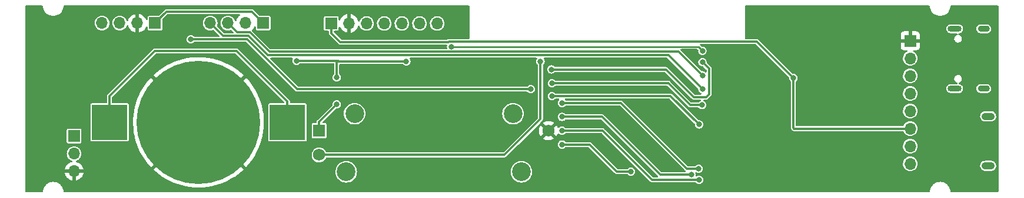
<source format=gbr>
%TF.GenerationSoftware,KiCad,Pcbnew,(6.0.6-0)*%
%TF.CreationDate,2022-07-18T23:29:11+08:00*%
%TF.ProjectId,main,6d61696e-2e6b-4696-9361-645f70636258,rev?*%
%TF.SameCoordinates,Original*%
%TF.FileFunction,Copper,L2,Bot*%
%TF.FilePolarity,Positive*%
%FSLAX46Y46*%
G04 Gerber Fmt 4.6, Leading zero omitted, Abs format (unit mm)*
G04 Created by KiCad (PCBNEW (6.0.6-0)) date 2022-07-18 23:29:11*
%MOMM*%
%LPD*%
G01*
G04 APERTURE LIST*
%TA.AperFunction,ComponentPad*%
%ADD10R,1.700000X1.700000*%
%TD*%
%TA.AperFunction,ComponentPad*%
%ADD11O,1.700000X1.700000*%
%TD*%
%TA.AperFunction,ComponentPad*%
%ADD12O,1.900000X1.050000*%
%TD*%
%TA.AperFunction,ComponentPad*%
%ADD13O,2.000000X0.900000*%
%TD*%
%TA.AperFunction,ComponentPad*%
%ADD14O,1.700000X0.900000*%
%TD*%
%TA.AperFunction,ComponentPad*%
%ADD15R,1.750000X1.750000*%
%TD*%
%TA.AperFunction,ComponentPad*%
%ADD16C,1.750000*%
%TD*%
%TA.AperFunction,ComponentPad*%
%ADD17C,2.700000*%
%TD*%
%TA.AperFunction,SMDPad,CuDef*%
%ADD18R,5.100000X5.100000*%
%TD*%
%TA.AperFunction,SMDPad,CuDef*%
%ADD19C,17.800000*%
%TD*%
%TA.AperFunction,ViaPad*%
%ADD20C,0.800000*%
%TD*%
%TA.AperFunction,Conductor*%
%ADD21C,0.300000*%
%TD*%
%TA.AperFunction,Conductor*%
%ADD22C,0.250000*%
%TD*%
G04 APERTURE END LIST*
D10*
%TO.P,M1,1,Pin_1*%
%TO.N,/3V3*%
X52650000Y-56550000D03*
D11*
%TO.P,M1,2,Pin_2*%
%TO.N,GNDREF*%
X50110000Y-56550000D03*
%TO.P,M1,3,Pin_3*%
%TO.N,/SCL*%
X47570000Y-56550000D03*
%TO.P,M1,4,Pin_4*%
%TO.N,/SDA*%
X45030000Y-56550000D03*
%TD*%
D10*
%TO.P,J5,1,Pin_1*%
%TO.N,GNDREF*%
X161300000Y-59100000D03*
D11*
%TO.P,J5,2,Pin_2*%
%TO.N,/VFDDIN*%
X161300000Y-61640000D03*
%TO.P,J5,3,Pin_3*%
%TO.N,/VFDLOAD*%
X161300000Y-64180000D03*
%TO.P,J5,4,Pin_4*%
%TO.N,/VFDCLK*%
X161300000Y-66720000D03*
%TO.P,J5,5,Pin_5*%
%TO.N,Net-(J5-Pad5)*%
X161300000Y-69260000D03*
%TO.P,J5,6,Pin_6*%
%TO.N,/VCC*%
X161300000Y-71800000D03*
%TO.P,J5,7,Pin_7*%
%TO.N,/F1*%
X161300000Y-74340000D03*
%TO.P,J5,8,Pin_8*%
%TO.N,/F2*%
X161300000Y-76880000D03*
%TD*%
D10*
%TO.P,J4,1,Pin_1*%
%TO.N,/VCC*%
X41000000Y-72875000D03*
D11*
%TO.P,J4,2,Pin_2*%
%TO.N,/gpio15*%
X41000000Y-75415000D03*
%TO.P,J4,3,Pin_3*%
%TO.N,GNDREF*%
X41000000Y-77955000D03*
%TD*%
D10*
%TO.P,J3,1,Pin_1*%
%TO.N,/VCC*%
X78000000Y-56600000D03*
D11*
%TO.P,J3,2,Pin_2*%
%TO.N,GNDREF*%
X80540000Y-56600000D03*
%TO.P,J3,3,Pin_3*%
%TO.N,/gpio0*%
X83080000Y-56600000D03*
%TO.P,J3,4,Pin_4*%
%TO.N,/EN*%
X85620000Y-56600000D03*
%TO.P,J3,5,Pin_5*%
%TO.N,/rx*%
X88160000Y-56600000D03*
%TO.P,J3,6,Pin_6*%
%TO.N,/tx*%
X90700000Y-56600000D03*
%TO.P,J3,7,Pin_7*%
%TO.N,/nRST*%
X93240000Y-56600000D03*
%TD*%
D10*
%TO.P,M2,1,Pin_1*%
%TO.N,/3V3*%
X68200000Y-56550000D03*
D11*
%TO.P,M2,2,Pin_2*%
%TO.N,GNDREF*%
X65660000Y-56550000D03*
%TO.P,M2,3,Pin_3*%
%TO.N,/SCL*%
X63120000Y-56550000D03*
%TO.P,M2,4,Pin_4*%
%TO.N,/SDA*%
X60580000Y-56550000D03*
%TD*%
D12*
%TO.P,J2,6,Shield*%
%TO.N,unconnected-(J2-Pad6)*%
X172500000Y-77175000D03*
X172500000Y-70025000D03*
%TD*%
D13*
%TO.P,J1,S1,SHIELD*%
%TO.N,unconnected-(J1-PadS1)*%
X167695000Y-57380000D03*
X167695000Y-66020000D03*
D14*
X171865000Y-66020000D03*
X171865000Y-57380000D03*
%TD*%
D15*
%TO.P,RV1,1,1*%
%TO.N,/3V3*%
X76255000Y-72100000D03*
D16*
%TO.P,RV1,2,2*%
%TO.N,Net-(RV1-Pad2)*%
X76255000Y-75600000D03*
%TO.P,RV1,3,3*%
%TO.N,GNDREF*%
X109255000Y-72100000D03*
D17*
%TO.P,RV1,MP*%
%TO.N,N/C*%
X81355000Y-69650000D03*
X80155000Y-78050000D03*
X104155000Y-69650000D03*
X105355000Y-78050000D03*
%TD*%
D18*
%TO.P,BT1,1,+*%
%TO.N,/VBAT*%
X46100000Y-70900000D03*
X71700000Y-70900000D03*
D19*
%TO.P,BT1,2,-*%
%TO.N,GNDREF*%
X58900000Y-70900000D03*
%TD*%
D20*
%TO.N,/VBAT*%
X71700000Y-69300000D03*
%TO.N,GNDREF*%
X72800000Y-67100000D03*
X165500000Y-57300000D03*
X168300000Y-70900000D03*
X166800000Y-67500000D03*
X164600000Y-57300000D03*
X167200000Y-70900000D03*
X143500000Y-74700000D03*
X167800000Y-67500000D03*
X144800000Y-60700000D03*
X130900000Y-72700000D03*
X163700000Y-57300000D03*
X89900000Y-72100000D03*
X165800000Y-67500000D03*
X147600000Y-77000000D03*
X58900000Y-70900000D03*
X144800000Y-56100000D03*
X120200000Y-77000000D03*
%TO.N,/3V3*%
X111200000Y-74100000D03*
X78800000Y-68300000D03*
X78800000Y-64400000D03*
X121100000Y-78000000D03*
X73000000Y-62000000D03*
X88800000Y-62100000D03*
%TO.N,/VCC*%
X144500000Y-64500000D03*
%TO.N,/tx*%
X95250000Y-59950000D03*
X131400000Y-60550000D03*
%TO.N,/rx*%
X109650000Y-63250000D03*
X131400000Y-62200000D03*
%TO.N,/gpio0*%
X109750000Y-65250000D03*
X131350000Y-68400000D03*
%TO.N,/gpio15*%
X130900000Y-71200000D03*
X109750000Y-67100000D03*
%TO.N,/VFDDIN*%
X111200000Y-68100000D03*
X130853174Y-77601000D03*
%TO.N,/VFDLOAD*%
X111200000Y-70100000D03*
X129792357Y-78462567D03*
%TO.N,/VFDCLK*%
X111200000Y-72100000D03*
X130900000Y-79212067D03*
%TO.N,/SCL*%
X131400000Y-64100000D03*
%TO.N,/SDA*%
X131400000Y-66100000D03*
%TO.N,/SQW*%
X106700000Y-66100000D03*
X57800000Y-58900000D03*
%TO.N,Net-(RV1-Pad2)*%
X108100000Y-62100000D03*
%TD*%
D21*
%TO.N,/VBAT*%
X71700000Y-67900000D02*
X71700000Y-70900000D01*
X52600000Y-60600000D02*
X64400000Y-60600000D01*
X52600000Y-60600000D02*
X46100000Y-67100000D01*
X64400000Y-60600000D02*
X71700000Y-67900000D01*
X46100000Y-67100000D02*
X46100000Y-70900000D01*
%TO.N,GNDREF*%
X164600000Y-59100000D02*
X161250000Y-59100000D01*
X72800000Y-67100000D02*
X84900000Y-67100000D01*
X165800000Y-67500000D02*
X164600000Y-66300000D01*
X147600000Y-75700000D02*
X146600000Y-74700000D01*
X130900000Y-74600000D02*
X130900000Y-72700000D01*
X164600000Y-66300000D02*
X164600000Y-59100000D01*
X110305000Y-73150000D02*
X116350000Y-73150000D01*
X116350000Y-73150000D02*
X120200000Y-77000000D01*
X84900000Y-67100000D02*
X89900000Y-72100000D01*
X146600000Y-74700000D02*
X131000000Y-74700000D01*
X109255000Y-72100000D02*
X110305000Y-73150000D01*
X144800000Y-60700000D02*
X144800000Y-56200000D01*
X147600000Y-77000000D02*
X147600000Y-75700000D01*
X131000000Y-74700000D02*
X130900000Y-74600000D01*
%TO.N,/3V3*%
X78800000Y-62200000D02*
X78800000Y-64400000D01*
X73000000Y-62000000D02*
X78700000Y-62000000D01*
X78800000Y-62100000D02*
X78800000Y-64400000D01*
X52650000Y-56550000D02*
X54300000Y-54900000D01*
X79000000Y-62000000D02*
X78800000Y-62200000D01*
X119050000Y-78000000D02*
X115150000Y-74100000D01*
X76255000Y-70845000D02*
X76255000Y-72100000D01*
X78800000Y-68300000D02*
X76255000Y-70845000D01*
X79100000Y-62100000D02*
X79000000Y-62000000D01*
X79000000Y-62000000D02*
X78700000Y-62000000D01*
X78700000Y-62000000D02*
X78800000Y-62100000D01*
X121100000Y-78000000D02*
X119050000Y-78000000D01*
X66550000Y-54900000D02*
X68200000Y-56550000D01*
X88800000Y-62100000D02*
X79100000Y-62100000D01*
X54300000Y-54900000D02*
X66550000Y-54900000D01*
X115150000Y-74100000D02*
X111200000Y-74100000D01*
%TO.N,/VCC*%
X78000000Y-56600000D02*
X78000000Y-58000000D01*
X78000000Y-58000000D02*
X79300000Y-59300000D01*
X144600000Y-71800000D02*
X161800000Y-71800000D01*
X144500000Y-71700000D02*
X144600000Y-71800000D01*
X79300000Y-59300000D02*
X94840046Y-59300000D01*
X144500000Y-64500000D02*
X144500000Y-71700000D01*
X94939546Y-59200500D02*
X139200500Y-59200500D01*
X94840046Y-59300000D02*
X94939546Y-59200500D01*
X139200500Y-59200500D02*
X144500000Y-64500000D01*
D22*
%TO.N,/tx*%
X131400000Y-60550000D02*
X130800000Y-59950000D01*
X130800000Y-59950000D02*
X129100000Y-59950000D01*
X129100000Y-59950000D02*
X95250000Y-59950000D01*
D21*
%TO.N,/rx*%
X109650000Y-63250000D02*
X126150000Y-63250000D01*
X130150000Y-67250000D02*
X131950000Y-67250000D01*
X126150000Y-63250000D02*
X130150000Y-67250000D01*
X132350000Y-63150000D02*
X131400000Y-62200000D01*
X132350000Y-66850000D02*
X132350000Y-63150000D01*
X131950000Y-67250000D02*
X132350000Y-66850000D01*
%TO.N,/gpio0*%
X131350000Y-68400000D02*
X129650000Y-68400000D01*
X126500000Y-65250000D02*
X129650000Y-68400000D01*
X109750000Y-65250000D02*
X126500000Y-65250000D01*
%TO.N,/gpio15*%
X109750000Y-67100000D02*
X126800000Y-67100000D01*
X126800000Y-67100000D02*
X130900000Y-71200000D01*
%TO.N,/VFDDIN*%
X119663806Y-68100000D02*
X111200000Y-68100000D01*
X130853174Y-77601000D02*
X129164806Y-77601000D01*
X129164806Y-77601000D02*
X119663806Y-68100000D01*
%TO.N,/VFDLOAD*%
X116950000Y-70100000D02*
X125300500Y-78450500D01*
X129780290Y-78450500D02*
X129792357Y-78462567D01*
X111200000Y-70100000D02*
X116950000Y-70100000D01*
X125300500Y-78450500D02*
X129780290Y-78450500D01*
%TO.N,/VFDCLK*%
X130900000Y-79212067D02*
X124172127Y-79212067D01*
X124167097Y-79217097D02*
X117050000Y-72100000D01*
X117050000Y-72100000D02*
X111200000Y-72100000D01*
X124172127Y-79212067D02*
X124167097Y-79217097D01*
%TO.N,/SCL*%
X127999500Y-60699500D02*
X69112304Y-60699500D01*
X64470998Y-57900998D02*
X63120000Y-56550000D01*
X131400000Y-64100000D02*
X127999500Y-60699500D01*
X69112304Y-60699500D02*
X66313801Y-57900998D01*
X66313801Y-57900998D02*
X64470998Y-57900998D01*
%TO.N,/SDA*%
X68906402Y-61200000D02*
X126500000Y-61200000D01*
X126500000Y-61200000D02*
X131400000Y-66100000D01*
X62430499Y-58400499D02*
X66106901Y-58400499D01*
X60580000Y-56550000D02*
X62430499Y-58400499D01*
X66106901Y-58400499D02*
X68906402Y-61200000D01*
%TO.N,/SQW*%
X57800000Y-58900000D02*
X65900000Y-58900000D01*
X65900000Y-58900000D02*
X73100000Y-66100000D01*
X73100000Y-66100000D02*
X106700000Y-66100000D01*
%TO.N,Net-(RV1-Pad2)*%
X108100000Y-62100000D02*
X108100000Y-70400000D01*
X108100000Y-70400000D02*
X102900000Y-75600000D01*
X102900000Y-75600000D02*
X76255000Y-75600000D01*
%TD*%
%TA.AperFunction,Conductor*%
%TO.N,GNDREF*%
G36*
X36446085Y-54021002D02*
G01*
X36492578Y-54074658D01*
X36503576Y-54117114D01*
X36512896Y-54235534D01*
X36568050Y-54465269D01*
X36569943Y-54469840D01*
X36569944Y-54469842D01*
X36649062Y-54660848D01*
X36658464Y-54683547D01*
X36781911Y-54884994D01*
X36785122Y-54888754D01*
X36785126Y-54888759D01*
X36920228Y-55046943D01*
X36935351Y-55064649D01*
X36939113Y-55067862D01*
X37111241Y-55214874D01*
X37111246Y-55214878D01*
X37115006Y-55218089D01*
X37316453Y-55341536D01*
X37321023Y-55343429D01*
X37321027Y-55343431D01*
X37530158Y-55430056D01*
X37534731Y-55431950D01*
X37587181Y-55444542D01*
X37759653Y-55485949D01*
X37759659Y-55485950D01*
X37764466Y-55487104D01*
X38000000Y-55505641D01*
X38235534Y-55487104D01*
X38240341Y-55485950D01*
X38240347Y-55485949D01*
X38412819Y-55444542D01*
X38465269Y-55431950D01*
X38469842Y-55430056D01*
X38678973Y-55343431D01*
X38678977Y-55343429D01*
X38683547Y-55341536D01*
X38884994Y-55218089D01*
X38888754Y-55214878D01*
X38888759Y-55214874D01*
X39060887Y-55067862D01*
X39064649Y-55064649D01*
X39079772Y-55046943D01*
X39214874Y-54888759D01*
X39214878Y-54888754D01*
X39218089Y-54884994D01*
X39341536Y-54683547D01*
X39350939Y-54660848D01*
X39430056Y-54469842D01*
X39430057Y-54469840D01*
X39431950Y-54465269D01*
X39487104Y-54235534D01*
X39496424Y-54117114D01*
X39521710Y-54050773D01*
X39578848Y-54008633D01*
X39622036Y-54001000D01*
X97774000Y-54001000D01*
X97842121Y-54021002D01*
X97888614Y-54074658D01*
X97900000Y-54127000D01*
X97900000Y-58724000D01*
X97879998Y-58792121D01*
X97826342Y-58838614D01*
X97774000Y-58850000D01*
X94990370Y-58850000D01*
X94971271Y-58847967D01*
X94966463Y-58847740D01*
X94956285Y-58845549D01*
X94927069Y-58849007D01*
X94926055Y-58849127D01*
X94920800Y-58849437D01*
X94920811Y-58849572D01*
X94915633Y-58850000D01*
X94910431Y-58850000D01*
X94893061Y-58852891D01*
X94887191Y-58853727D01*
X94840407Y-58859264D01*
X94832787Y-58862923D01*
X94824443Y-58864312D01*
X94815278Y-58869257D01*
X94815276Y-58869258D01*
X94782987Y-58886681D01*
X94777708Y-58889372D01*
X94735220Y-58909774D01*
X94731272Y-58913092D01*
X94729333Y-58915031D01*
X94727887Y-58916357D01*
X94723562Y-58918482D01*
X94722496Y-58919170D01*
X94722415Y-58919045D01*
X94664164Y-58947662D01*
X94642719Y-58949500D01*
X79497372Y-58949500D01*
X79429251Y-58929498D01*
X79408277Y-58912595D01*
X78387405Y-57891723D01*
X78353379Y-57829411D01*
X78350500Y-57802628D01*
X78350500Y-57776500D01*
X78370502Y-57708379D01*
X78424158Y-57661886D01*
X78476500Y-57650500D01*
X78869748Y-57650500D01*
X78875816Y-57649293D01*
X78916061Y-57641288D01*
X78916062Y-57641288D01*
X78928231Y-57638867D01*
X78994552Y-57594552D01*
X79025354Y-57548454D01*
X79031974Y-57538547D01*
X79038867Y-57528231D01*
X79045670Y-57494033D01*
X79049293Y-57475816D01*
X79050500Y-57469748D01*
X79050500Y-57186752D01*
X79070502Y-57118631D01*
X79124158Y-57072138D01*
X79194432Y-57062034D01*
X79259012Y-57091528D01*
X79293243Y-57139348D01*
X79321770Y-57209603D01*
X79326413Y-57218794D01*
X79437694Y-57400388D01*
X79443777Y-57408699D01*
X79583213Y-57569667D01*
X79590580Y-57576883D01*
X79754434Y-57712916D01*
X79762881Y-57718831D01*
X79946756Y-57826279D01*
X79956042Y-57830729D01*
X80155001Y-57906703D01*
X80164899Y-57909579D01*
X80268250Y-57930606D01*
X80282299Y-57929410D01*
X80286000Y-57919065D01*
X80286000Y-57918517D01*
X80794000Y-57918517D01*
X80798064Y-57932359D01*
X80811478Y-57934393D01*
X80818184Y-57933534D01*
X80828262Y-57931392D01*
X81032255Y-57870191D01*
X81041842Y-57866433D01*
X81233095Y-57772739D01*
X81241945Y-57767464D01*
X81415328Y-57643792D01*
X81423200Y-57637139D01*
X81574052Y-57486812D01*
X81580730Y-57478965D01*
X81705003Y-57306020D01*
X81710313Y-57297183D01*
X81804670Y-57106267D01*
X81808469Y-57096672D01*
X81849593Y-56961319D01*
X81888534Y-56901955D01*
X81953388Y-56873068D01*
X82023564Y-56883830D01*
X82076782Y-56930823D01*
X82091270Y-56963218D01*
X82094216Y-56973491D01*
X82098544Y-56988586D01*
X82101359Y-56994063D01*
X82101360Y-56994066D01*
X82169497Y-57126646D01*
X82192712Y-57171818D01*
X82320677Y-57333270D01*
X82325370Y-57337264D01*
X82325371Y-57337265D01*
X82443111Y-57437469D01*
X82477564Y-57466791D01*
X82482942Y-57469797D01*
X82482944Y-57469798D01*
X82521342Y-57491258D01*
X82657398Y-57567297D01*
X82726058Y-57589606D01*
X82847471Y-57629056D01*
X82847475Y-57629057D01*
X82853329Y-57630959D01*
X83057894Y-57655351D01*
X83064029Y-57654879D01*
X83064031Y-57654879D01*
X83136625Y-57649293D01*
X83263300Y-57639546D01*
X83269230Y-57637890D01*
X83269232Y-57637890D01*
X83427173Y-57593792D01*
X83461725Y-57584145D01*
X83467214Y-57581372D01*
X83467220Y-57581370D01*
X83622642Y-57502860D01*
X83645610Y-57491258D01*
X83661345Y-57478965D01*
X83803101Y-57368213D01*
X83807951Y-57364424D01*
X83820067Y-57350388D01*
X83938540Y-57213134D01*
X83938540Y-57213133D01*
X83942564Y-57208472D01*
X83963387Y-57171818D01*
X83999429Y-57108371D01*
X84044323Y-57029344D01*
X84109351Y-56833863D01*
X84135171Y-56629474D01*
X84135583Y-56600000D01*
X84134138Y-56585262D01*
X84564520Y-56585262D01*
X84565036Y-56591406D01*
X84577045Y-56734411D01*
X84581759Y-56790553D01*
X84583458Y-56796478D01*
X84634216Y-56973491D01*
X84638544Y-56988586D01*
X84641359Y-56994063D01*
X84641360Y-56994066D01*
X84709497Y-57126646D01*
X84732712Y-57171818D01*
X84860677Y-57333270D01*
X84865370Y-57337264D01*
X84865371Y-57337265D01*
X84983111Y-57437469D01*
X85017564Y-57466791D01*
X85022942Y-57469797D01*
X85022944Y-57469798D01*
X85061342Y-57491258D01*
X85197398Y-57567297D01*
X85266058Y-57589606D01*
X85387471Y-57629056D01*
X85387475Y-57629057D01*
X85393329Y-57630959D01*
X85597894Y-57655351D01*
X85604029Y-57654879D01*
X85604031Y-57654879D01*
X85676625Y-57649293D01*
X85803300Y-57639546D01*
X85809230Y-57637890D01*
X85809232Y-57637890D01*
X85967173Y-57593792D01*
X86001725Y-57584145D01*
X86007214Y-57581372D01*
X86007220Y-57581370D01*
X86162642Y-57502860D01*
X86185610Y-57491258D01*
X86201345Y-57478965D01*
X86343101Y-57368213D01*
X86347951Y-57364424D01*
X86360067Y-57350388D01*
X86478540Y-57213134D01*
X86478540Y-57213133D01*
X86482564Y-57208472D01*
X86503387Y-57171818D01*
X86539429Y-57108371D01*
X86584323Y-57029344D01*
X86649351Y-56833863D01*
X86675171Y-56629474D01*
X86675583Y-56600000D01*
X86674138Y-56585262D01*
X87104520Y-56585262D01*
X87105036Y-56591406D01*
X87117045Y-56734411D01*
X87121759Y-56790553D01*
X87123458Y-56796478D01*
X87174216Y-56973491D01*
X87178544Y-56988586D01*
X87181359Y-56994063D01*
X87181360Y-56994066D01*
X87249497Y-57126646D01*
X87272712Y-57171818D01*
X87400677Y-57333270D01*
X87405370Y-57337264D01*
X87405371Y-57337265D01*
X87523111Y-57437469D01*
X87557564Y-57466791D01*
X87562942Y-57469797D01*
X87562944Y-57469798D01*
X87601342Y-57491258D01*
X87737398Y-57567297D01*
X87806058Y-57589606D01*
X87927471Y-57629056D01*
X87927475Y-57629057D01*
X87933329Y-57630959D01*
X88137894Y-57655351D01*
X88144029Y-57654879D01*
X88144031Y-57654879D01*
X88216625Y-57649293D01*
X88343300Y-57639546D01*
X88349230Y-57637890D01*
X88349232Y-57637890D01*
X88507173Y-57593792D01*
X88541725Y-57584145D01*
X88547214Y-57581372D01*
X88547220Y-57581370D01*
X88702642Y-57502860D01*
X88725610Y-57491258D01*
X88741345Y-57478965D01*
X88883101Y-57368213D01*
X88887951Y-57364424D01*
X88900067Y-57350388D01*
X89018540Y-57213134D01*
X89018540Y-57213133D01*
X89022564Y-57208472D01*
X89043387Y-57171818D01*
X89079429Y-57108371D01*
X89124323Y-57029344D01*
X89189351Y-56833863D01*
X89215171Y-56629474D01*
X89215583Y-56600000D01*
X89214138Y-56585262D01*
X89644520Y-56585262D01*
X89645036Y-56591406D01*
X89657045Y-56734411D01*
X89661759Y-56790553D01*
X89663458Y-56796478D01*
X89714216Y-56973491D01*
X89718544Y-56988586D01*
X89721359Y-56994063D01*
X89721360Y-56994066D01*
X89789497Y-57126646D01*
X89812712Y-57171818D01*
X89940677Y-57333270D01*
X89945370Y-57337264D01*
X89945371Y-57337265D01*
X90063111Y-57437469D01*
X90097564Y-57466791D01*
X90102942Y-57469797D01*
X90102944Y-57469798D01*
X90141342Y-57491258D01*
X90277398Y-57567297D01*
X90346058Y-57589606D01*
X90467471Y-57629056D01*
X90467475Y-57629057D01*
X90473329Y-57630959D01*
X90677894Y-57655351D01*
X90684029Y-57654879D01*
X90684031Y-57654879D01*
X90756625Y-57649293D01*
X90883300Y-57639546D01*
X90889230Y-57637890D01*
X90889232Y-57637890D01*
X91047173Y-57593792D01*
X91081725Y-57584145D01*
X91087214Y-57581372D01*
X91087220Y-57581370D01*
X91242642Y-57502860D01*
X91265610Y-57491258D01*
X91281345Y-57478965D01*
X91423101Y-57368213D01*
X91427951Y-57364424D01*
X91440067Y-57350388D01*
X91558540Y-57213134D01*
X91558540Y-57213133D01*
X91562564Y-57208472D01*
X91583387Y-57171818D01*
X91619429Y-57108371D01*
X91664323Y-57029344D01*
X91729351Y-56833863D01*
X91755171Y-56629474D01*
X91755583Y-56600000D01*
X91754138Y-56585262D01*
X92184520Y-56585262D01*
X92185036Y-56591406D01*
X92197045Y-56734411D01*
X92201759Y-56790553D01*
X92203458Y-56796478D01*
X92254216Y-56973491D01*
X92258544Y-56988586D01*
X92261359Y-56994063D01*
X92261360Y-56994066D01*
X92329497Y-57126646D01*
X92352712Y-57171818D01*
X92480677Y-57333270D01*
X92485370Y-57337264D01*
X92485371Y-57337265D01*
X92603111Y-57437469D01*
X92637564Y-57466791D01*
X92642942Y-57469797D01*
X92642944Y-57469798D01*
X92681342Y-57491258D01*
X92817398Y-57567297D01*
X92886058Y-57589606D01*
X93007471Y-57629056D01*
X93007475Y-57629057D01*
X93013329Y-57630959D01*
X93217894Y-57655351D01*
X93224029Y-57654879D01*
X93224031Y-57654879D01*
X93296625Y-57649293D01*
X93423300Y-57639546D01*
X93429230Y-57637890D01*
X93429232Y-57637890D01*
X93587173Y-57593792D01*
X93621725Y-57584145D01*
X93627214Y-57581372D01*
X93627220Y-57581370D01*
X93782642Y-57502860D01*
X93805610Y-57491258D01*
X93821345Y-57478965D01*
X93963101Y-57368213D01*
X93967951Y-57364424D01*
X93980067Y-57350388D01*
X94098540Y-57213134D01*
X94098540Y-57213133D01*
X94102564Y-57208472D01*
X94123387Y-57171818D01*
X94159429Y-57108371D01*
X94204323Y-57029344D01*
X94269351Y-56833863D01*
X94295171Y-56629474D01*
X94295583Y-56600000D01*
X94275480Y-56394970D01*
X94215935Y-56197749D01*
X94119218Y-56015849D01*
X94002427Y-55872649D01*
X93992906Y-55860975D01*
X93992903Y-55860972D01*
X93989011Y-55856200D01*
X93971786Y-55841950D01*
X93835025Y-55728811D01*
X93835021Y-55728809D01*
X93830275Y-55724882D01*
X93649055Y-55626897D01*
X93452254Y-55565977D01*
X93446129Y-55565333D01*
X93446128Y-55565333D01*
X93253498Y-55545087D01*
X93253496Y-55545087D01*
X93247369Y-55544443D01*
X93160529Y-55552346D01*
X93048342Y-55562555D01*
X93048339Y-55562556D01*
X93042203Y-55563114D01*
X92844572Y-55621280D01*
X92662002Y-55716726D01*
X92657201Y-55720586D01*
X92657198Y-55720588D01*
X92557754Y-55800543D01*
X92501447Y-55845815D01*
X92369024Y-56003630D01*
X92366056Y-56009028D01*
X92366053Y-56009033D01*
X92285190Y-56156124D01*
X92269776Y-56184162D01*
X92207484Y-56380532D01*
X92206798Y-56386649D01*
X92206797Y-56386653D01*
X92190815Y-56529137D01*
X92184520Y-56585262D01*
X91754138Y-56585262D01*
X91735480Y-56394970D01*
X91675935Y-56197749D01*
X91579218Y-56015849D01*
X91462427Y-55872649D01*
X91452906Y-55860975D01*
X91452903Y-55860972D01*
X91449011Y-55856200D01*
X91431786Y-55841950D01*
X91295025Y-55728811D01*
X91295021Y-55728809D01*
X91290275Y-55724882D01*
X91109055Y-55626897D01*
X90912254Y-55565977D01*
X90906129Y-55565333D01*
X90906128Y-55565333D01*
X90713498Y-55545087D01*
X90713496Y-55545087D01*
X90707369Y-55544443D01*
X90620529Y-55552346D01*
X90508342Y-55562555D01*
X90508339Y-55562556D01*
X90502203Y-55563114D01*
X90304572Y-55621280D01*
X90122002Y-55716726D01*
X90117201Y-55720586D01*
X90117198Y-55720588D01*
X90017754Y-55800543D01*
X89961447Y-55845815D01*
X89829024Y-56003630D01*
X89826056Y-56009028D01*
X89826053Y-56009033D01*
X89745190Y-56156124D01*
X89729776Y-56184162D01*
X89667484Y-56380532D01*
X89666798Y-56386649D01*
X89666797Y-56386653D01*
X89650815Y-56529137D01*
X89644520Y-56585262D01*
X89214138Y-56585262D01*
X89195480Y-56394970D01*
X89135935Y-56197749D01*
X89039218Y-56015849D01*
X88922427Y-55872649D01*
X88912906Y-55860975D01*
X88912903Y-55860972D01*
X88909011Y-55856200D01*
X88891786Y-55841950D01*
X88755025Y-55728811D01*
X88755021Y-55728809D01*
X88750275Y-55724882D01*
X88569055Y-55626897D01*
X88372254Y-55565977D01*
X88366129Y-55565333D01*
X88366128Y-55565333D01*
X88173498Y-55545087D01*
X88173496Y-55545087D01*
X88167369Y-55544443D01*
X88080529Y-55552346D01*
X87968342Y-55562555D01*
X87968339Y-55562556D01*
X87962203Y-55563114D01*
X87764572Y-55621280D01*
X87582002Y-55716726D01*
X87577201Y-55720586D01*
X87577198Y-55720588D01*
X87477754Y-55800543D01*
X87421447Y-55845815D01*
X87289024Y-56003630D01*
X87286056Y-56009028D01*
X87286053Y-56009033D01*
X87205190Y-56156124D01*
X87189776Y-56184162D01*
X87127484Y-56380532D01*
X87126798Y-56386649D01*
X87126797Y-56386653D01*
X87110815Y-56529137D01*
X87104520Y-56585262D01*
X86674138Y-56585262D01*
X86655480Y-56394970D01*
X86595935Y-56197749D01*
X86499218Y-56015849D01*
X86382427Y-55872649D01*
X86372906Y-55860975D01*
X86372903Y-55860972D01*
X86369011Y-55856200D01*
X86351786Y-55841950D01*
X86215025Y-55728811D01*
X86215021Y-55728809D01*
X86210275Y-55724882D01*
X86029055Y-55626897D01*
X85832254Y-55565977D01*
X85826129Y-55565333D01*
X85826128Y-55565333D01*
X85633498Y-55545087D01*
X85633496Y-55545087D01*
X85627369Y-55544443D01*
X85540529Y-55552346D01*
X85428342Y-55562555D01*
X85428339Y-55562556D01*
X85422203Y-55563114D01*
X85224572Y-55621280D01*
X85042002Y-55716726D01*
X85037201Y-55720586D01*
X85037198Y-55720588D01*
X84937754Y-55800543D01*
X84881447Y-55845815D01*
X84749024Y-56003630D01*
X84746056Y-56009028D01*
X84746053Y-56009033D01*
X84665190Y-56156124D01*
X84649776Y-56184162D01*
X84587484Y-56380532D01*
X84586798Y-56386649D01*
X84586797Y-56386653D01*
X84570815Y-56529137D01*
X84564520Y-56585262D01*
X84134138Y-56585262D01*
X84115480Y-56394970D01*
X84055935Y-56197749D01*
X83959218Y-56015849D01*
X83842427Y-55872649D01*
X83832906Y-55860975D01*
X83832903Y-55860972D01*
X83829011Y-55856200D01*
X83811786Y-55841950D01*
X83675025Y-55728811D01*
X83675021Y-55728809D01*
X83670275Y-55724882D01*
X83489055Y-55626897D01*
X83292254Y-55565977D01*
X83286129Y-55565333D01*
X83286128Y-55565333D01*
X83093498Y-55545087D01*
X83093496Y-55545087D01*
X83087369Y-55544443D01*
X83000529Y-55552346D01*
X82888342Y-55562555D01*
X82888339Y-55562556D01*
X82882203Y-55563114D01*
X82684572Y-55621280D01*
X82502002Y-55716726D01*
X82497201Y-55720586D01*
X82497198Y-55720588D01*
X82397754Y-55800543D01*
X82341447Y-55845815D01*
X82209024Y-56003630D01*
X82206056Y-56009028D01*
X82206053Y-56009033D01*
X82125190Y-56156124D01*
X82109776Y-56184162D01*
X82107914Y-56190032D01*
X82091068Y-56243138D01*
X82051405Y-56302022D01*
X81986202Y-56330114D01*
X81916163Y-56318497D01*
X81863523Y-56270857D01*
X81848762Y-56235735D01*
X81831214Y-56165875D01*
X81827894Y-56156124D01*
X81742972Y-55960814D01*
X81738105Y-55951739D01*
X81622426Y-55772926D01*
X81616136Y-55764757D01*
X81472806Y-55607240D01*
X81465273Y-55600215D01*
X81298139Y-55468222D01*
X81289552Y-55462517D01*
X81103117Y-55359599D01*
X81093705Y-55355369D01*
X80892959Y-55284280D01*
X80882988Y-55281646D01*
X80811837Y-55268972D01*
X80798540Y-55270432D01*
X80794000Y-55284989D01*
X80794000Y-57918517D01*
X80286000Y-57918517D01*
X80286000Y-55283102D01*
X80282082Y-55269758D01*
X80267806Y-55267771D01*
X80229324Y-55273660D01*
X80219288Y-55276051D01*
X80016868Y-55342212D01*
X80007359Y-55346209D01*
X79818463Y-55444542D01*
X79809738Y-55450036D01*
X79639433Y-55577905D01*
X79631726Y-55584748D01*
X79484590Y-55738717D01*
X79478104Y-55746727D01*
X79358098Y-55922649D01*
X79353000Y-55931623D01*
X79290788Y-56065647D01*
X79243964Y-56119014D01*
X79175720Y-56138595D01*
X79107725Y-56118171D01*
X79061565Y-56064229D01*
X79050500Y-56012597D01*
X79050500Y-55730252D01*
X79047241Y-55713869D01*
X79041288Y-55683939D01*
X79041288Y-55683938D01*
X79038867Y-55671769D01*
X78994552Y-55605448D01*
X78928231Y-55561133D01*
X78916062Y-55558712D01*
X78916061Y-55558712D01*
X78875816Y-55550707D01*
X78869748Y-55549500D01*
X77130252Y-55549500D01*
X77124184Y-55550707D01*
X77083939Y-55558712D01*
X77083938Y-55558712D01*
X77071769Y-55561133D01*
X77005448Y-55605448D01*
X76961133Y-55671769D01*
X76958712Y-55683938D01*
X76958712Y-55683939D01*
X76952759Y-55713869D01*
X76949500Y-55730252D01*
X76949500Y-57469748D01*
X76950707Y-57475816D01*
X76954331Y-57494033D01*
X76961133Y-57528231D01*
X76968026Y-57538547D01*
X76974646Y-57548454D01*
X77005448Y-57594552D01*
X77071769Y-57638867D01*
X77083938Y-57641288D01*
X77083939Y-57641288D01*
X77124184Y-57649293D01*
X77130252Y-57650500D01*
X77523500Y-57650500D01*
X77591621Y-57670502D01*
X77638114Y-57724158D01*
X77649500Y-57776500D01*
X77649500Y-57949176D01*
X77647467Y-57968275D01*
X77647240Y-57973083D01*
X77645049Y-57983261D01*
X77648444Y-58011946D01*
X77648627Y-58013491D01*
X77648937Y-58018746D01*
X77649072Y-58018735D01*
X77649500Y-58023914D01*
X77649500Y-58029115D01*
X77650354Y-58034243D01*
X77650354Y-58034249D01*
X77652389Y-58046473D01*
X77653226Y-58052349D01*
X77658764Y-58099138D01*
X77662423Y-58106758D01*
X77663812Y-58115103D01*
X77681373Y-58147649D01*
X77686192Y-58156580D01*
X77688884Y-58161865D01*
X77709274Y-58204326D01*
X77712592Y-58208274D01*
X77714525Y-58210207D01*
X77715990Y-58211804D01*
X77716254Y-58212294D01*
X77716234Y-58212313D01*
X77716313Y-58212402D01*
X77719222Y-58217794D01*
X77726870Y-58224864D01*
X77726871Y-58224865D01*
X77755636Y-58251455D01*
X77759202Y-58254884D01*
X79016217Y-59511899D01*
X79028295Y-59526853D01*
X79031527Y-59530405D01*
X79037175Y-59539152D01*
X79045352Y-59545598D01*
X79061086Y-59558002D01*
X79065022Y-59561500D01*
X79065110Y-59561396D01*
X79069069Y-59564751D01*
X79072747Y-59568429D01*
X79076972Y-59571448D01*
X79076980Y-59571455D01*
X79087076Y-59578669D01*
X79091826Y-59582236D01*
X79120631Y-59604944D01*
X79120634Y-59604945D01*
X79128811Y-59611392D01*
X79136789Y-59614194D01*
X79143670Y-59619111D01*
X79188843Y-59632621D01*
X79194440Y-59634440D01*
X79238906Y-59650055D01*
X79244044Y-59650500D01*
X79246749Y-59650500D01*
X79248946Y-59650595D01*
X79249480Y-59650755D01*
X79249479Y-59650782D01*
X79249597Y-59650789D01*
X79255464Y-59652544D01*
X79305019Y-59650597D01*
X79309966Y-59650500D01*
X94540112Y-59650500D01*
X94608233Y-59670502D01*
X94654726Y-59724158D01*
X94664653Y-59793198D01*
X94664956Y-59793238D01*
X94644318Y-59950000D01*
X94664956Y-60106762D01*
X94668116Y-60114391D01*
X94693131Y-60174782D01*
X94700720Y-60245371D01*
X94668941Y-60308858D01*
X94607883Y-60345086D01*
X94576722Y-60349000D01*
X69309676Y-60349000D01*
X69241555Y-60328998D01*
X69220581Y-60312095D01*
X66608620Y-57700136D01*
X66574595Y-57637824D01*
X66579659Y-57567009D01*
X66608775Y-57521790D01*
X66694057Y-57436805D01*
X66700730Y-57428965D01*
X66825003Y-57256020D01*
X66830313Y-57247183D01*
X66910543Y-57084851D01*
X66958657Y-57032644D01*
X67027358Y-57014737D01*
X67094834Y-57036816D01*
X67139663Y-57091870D01*
X67149500Y-57140678D01*
X67149500Y-57419748D01*
X67150707Y-57425816D01*
X67154331Y-57444033D01*
X67161133Y-57478231D01*
X67168026Y-57488547D01*
X67171692Y-57494033D01*
X67205448Y-57544552D01*
X67215761Y-57551443D01*
X67250756Y-57574826D01*
X67271769Y-57588867D01*
X67283938Y-57591288D01*
X67283939Y-57591288D01*
X67300349Y-57594552D01*
X67330252Y-57600500D01*
X69069748Y-57600500D01*
X69099651Y-57594552D01*
X69116061Y-57591288D01*
X69116062Y-57591288D01*
X69128231Y-57588867D01*
X69149245Y-57574826D01*
X69184239Y-57551443D01*
X69194552Y-57544552D01*
X69228308Y-57494033D01*
X69231974Y-57488547D01*
X69238867Y-57478231D01*
X69245670Y-57444033D01*
X69249293Y-57425816D01*
X69250500Y-57419748D01*
X69250500Y-55680252D01*
X69238867Y-55621769D01*
X69227962Y-55605448D01*
X69201443Y-55565761D01*
X69194552Y-55555448D01*
X69128231Y-55511133D01*
X69116062Y-55508712D01*
X69116061Y-55508712D01*
X69075816Y-55500707D01*
X69069748Y-55499500D01*
X67697372Y-55499500D01*
X67629251Y-55479498D01*
X67608277Y-55462595D01*
X66833783Y-54688101D01*
X66821705Y-54673147D01*
X66818473Y-54669595D01*
X66812825Y-54660848D01*
X66788914Y-54641998D01*
X66784979Y-54638501D01*
X66784891Y-54638605D01*
X66780932Y-54635250D01*
X66777254Y-54631572D01*
X66773029Y-54628553D01*
X66773021Y-54628546D01*
X66762920Y-54621328D01*
X66758173Y-54617764D01*
X66747403Y-54609274D01*
X66721189Y-54588608D01*
X66713213Y-54585807D01*
X66706331Y-54580889D01*
X66661164Y-54567381D01*
X66655558Y-54565559D01*
X66618577Y-54552572D01*
X66618571Y-54552571D01*
X66611094Y-54549945D01*
X66605956Y-54549500D01*
X66603237Y-54549500D01*
X66601055Y-54549405D01*
X66600520Y-54549245D01*
X66600521Y-54549218D01*
X66600403Y-54549211D01*
X66594536Y-54547456D01*
X66544981Y-54549403D01*
X66540034Y-54549500D01*
X54350824Y-54549500D01*
X54331725Y-54547467D01*
X54326917Y-54547240D01*
X54316739Y-54545049D01*
X54287523Y-54548507D01*
X54286509Y-54548627D01*
X54281254Y-54548937D01*
X54281265Y-54549072D01*
X54276087Y-54549500D01*
X54270885Y-54549500D01*
X54253515Y-54552391D01*
X54247644Y-54553227D01*
X54211200Y-54557540D01*
X54211198Y-54557541D01*
X54200861Y-54558764D01*
X54193240Y-54562423D01*
X54184897Y-54563812D01*
X54175733Y-54568757D01*
X54175732Y-54568757D01*
X54143428Y-54586187D01*
X54138138Y-54588882D01*
X54102820Y-54605841D01*
X54102813Y-54605845D01*
X54095673Y-54609274D01*
X54091726Y-54612592D01*
X54089791Y-54614527D01*
X54088196Y-54615990D01*
X54087706Y-54616254D01*
X54087687Y-54616234D01*
X54087598Y-54616313D01*
X54082206Y-54619222D01*
X54075136Y-54626870D01*
X54075135Y-54626871D01*
X54048545Y-54655636D01*
X54045116Y-54659202D01*
X53241723Y-55462595D01*
X53179411Y-55496621D01*
X53152628Y-55499500D01*
X51780252Y-55499500D01*
X51774184Y-55500707D01*
X51733939Y-55508712D01*
X51733938Y-55508712D01*
X51721769Y-55511133D01*
X51655448Y-55555448D01*
X51648557Y-55565761D01*
X51622039Y-55605448D01*
X51611133Y-55621769D01*
X51599500Y-55680252D01*
X51599500Y-55964016D01*
X51579498Y-56032137D01*
X51525842Y-56078630D01*
X51455568Y-56088734D01*
X51390988Y-56059240D01*
X51357950Y-56014258D01*
X51312972Y-55910814D01*
X51308105Y-55901739D01*
X51192426Y-55722926D01*
X51186136Y-55714757D01*
X51042806Y-55557240D01*
X51035273Y-55550215D01*
X50868139Y-55418222D01*
X50859552Y-55412517D01*
X50673117Y-55309599D01*
X50663705Y-55305369D01*
X50462959Y-55234280D01*
X50452988Y-55231646D01*
X50381837Y-55218972D01*
X50368540Y-55220432D01*
X50364000Y-55234989D01*
X50364000Y-57868517D01*
X50368064Y-57882359D01*
X50381478Y-57884393D01*
X50388184Y-57883534D01*
X50398262Y-57881392D01*
X50602255Y-57820191D01*
X50611842Y-57816433D01*
X50803095Y-57722739D01*
X50811945Y-57717464D01*
X50985328Y-57593792D01*
X50993200Y-57587139D01*
X51144052Y-57436812D01*
X51150730Y-57428965D01*
X51275003Y-57256020D01*
X51280313Y-57247183D01*
X51360543Y-57084851D01*
X51408657Y-57032644D01*
X51477358Y-57014737D01*
X51544834Y-57036816D01*
X51589663Y-57091870D01*
X51599500Y-57140678D01*
X51599500Y-57419748D01*
X51600707Y-57425816D01*
X51604331Y-57444033D01*
X51611133Y-57478231D01*
X51618026Y-57488547D01*
X51621692Y-57494033D01*
X51655448Y-57544552D01*
X51665761Y-57551443D01*
X51700756Y-57574826D01*
X51721769Y-57588867D01*
X51733938Y-57591288D01*
X51733939Y-57591288D01*
X51750349Y-57594552D01*
X51780252Y-57600500D01*
X53519748Y-57600500D01*
X53549651Y-57594552D01*
X53566061Y-57591288D01*
X53566062Y-57591288D01*
X53578231Y-57588867D01*
X53599245Y-57574826D01*
X53634239Y-57551443D01*
X53644552Y-57544552D01*
X53678308Y-57494033D01*
X53681974Y-57488547D01*
X53688867Y-57478231D01*
X53695670Y-57444033D01*
X53699293Y-57425816D01*
X53700500Y-57419748D01*
X53700500Y-56047372D01*
X53720502Y-55979251D01*
X53737405Y-55958277D01*
X54408277Y-55287405D01*
X54470589Y-55253379D01*
X54497372Y-55250500D01*
X60493119Y-55250500D01*
X60561240Y-55270502D01*
X60580018Y-55292173D01*
X60584554Y-55284486D01*
X60647965Y-55252556D01*
X60670632Y-55250500D01*
X63033119Y-55250500D01*
X63101240Y-55270502D01*
X63120018Y-55292173D01*
X63124554Y-55284486D01*
X63187965Y-55252556D01*
X63210632Y-55250500D01*
X64751233Y-55250500D01*
X64819354Y-55270502D01*
X64865847Y-55324158D01*
X64875951Y-55394432D01*
X64846457Y-55459012D01*
X64826886Y-55477260D01*
X64759433Y-55527905D01*
X64751726Y-55534748D01*
X64604590Y-55688717D01*
X64598104Y-55696727D01*
X64478098Y-55872649D01*
X64473000Y-55881623D01*
X64383338Y-56074783D01*
X64379775Y-56084470D01*
X64351012Y-56188185D01*
X64313533Y-56248483D01*
X64249405Y-56278946D01*
X64178986Y-56269903D01*
X64124636Y-56224224D01*
X64108973Y-56190933D01*
X64105299Y-56178765D01*
X64095935Y-56147749D01*
X63999218Y-55965849D01*
X63906586Y-55852271D01*
X63872906Y-55810975D01*
X63872903Y-55810972D01*
X63869011Y-55806200D01*
X63828790Y-55772926D01*
X63715025Y-55678811D01*
X63715021Y-55678809D01*
X63710275Y-55674882D01*
X63529055Y-55576897D01*
X63332254Y-55515977D01*
X63326129Y-55515333D01*
X63326128Y-55515333D01*
X63197462Y-55501810D01*
X63131805Y-55474797D01*
X63123128Y-55462363D01*
X63068617Y-55497396D01*
X63044538Y-55501981D01*
X62928342Y-55512555D01*
X62928339Y-55512556D01*
X62922203Y-55513114D01*
X62724572Y-55571280D01*
X62542002Y-55666726D01*
X62537201Y-55670586D01*
X62537198Y-55670588D01*
X62409915Y-55772926D01*
X62381447Y-55795815D01*
X62249024Y-55953630D01*
X62246056Y-55959028D01*
X62246053Y-55959033D01*
X62188222Y-56064229D01*
X62149776Y-56134162D01*
X62087484Y-56330532D01*
X62086798Y-56336649D01*
X62086797Y-56336653D01*
X62081189Y-56386653D01*
X62064520Y-56535262D01*
X62065036Y-56541406D01*
X62080873Y-56729997D01*
X62081759Y-56740553D01*
X62083458Y-56746478D01*
X62129395Y-56906678D01*
X62138544Y-56938586D01*
X62141359Y-56944063D01*
X62141360Y-56944066D01*
X62217145Y-57091528D01*
X62232712Y-57121818D01*
X62360677Y-57283270D01*
X62365370Y-57287264D01*
X62365371Y-57287265D01*
X62439541Y-57350388D01*
X62517564Y-57416791D01*
X62522942Y-57419797D01*
X62522944Y-57419798D01*
X62553375Y-57436805D01*
X62697398Y-57517297D01*
X62762799Y-57538547D01*
X62887471Y-57579056D01*
X62887475Y-57579057D01*
X62893329Y-57580959D01*
X63097894Y-57605351D01*
X63104029Y-57604879D01*
X63104031Y-57604879D01*
X63176625Y-57599293D01*
X63303300Y-57589546D01*
X63309230Y-57587890D01*
X63309232Y-57587890D01*
X63495792Y-57535802D01*
X63495796Y-57535800D01*
X63501725Y-57534145D01*
X63503160Y-57533420D01*
X63572333Y-57527567D01*
X63636249Y-57561931D01*
X63909222Y-57834904D01*
X63943248Y-57897216D01*
X63938183Y-57968031D01*
X63895636Y-58024867D01*
X63829116Y-58049678D01*
X63820127Y-58049999D01*
X62627871Y-58049999D01*
X62559750Y-58029997D01*
X62538776Y-58013094D01*
X61589540Y-57063858D01*
X61555514Y-57001546D01*
X61559077Y-56934991D01*
X61564480Y-56918751D01*
X61609351Y-56783863D01*
X61635171Y-56579474D01*
X61635583Y-56550000D01*
X61615480Y-56344970D01*
X61555935Y-56147749D01*
X61459218Y-55965849D01*
X61366586Y-55852271D01*
X61332906Y-55810975D01*
X61332903Y-55810972D01*
X61329011Y-55806200D01*
X61288790Y-55772926D01*
X61175025Y-55678811D01*
X61175021Y-55678809D01*
X61170275Y-55674882D01*
X60989055Y-55576897D01*
X60792254Y-55515977D01*
X60786129Y-55515333D01*
X60786128Y-55515333D01*
X60657462Y-55501810D01*
X60591805Y-55474797D01*
X60583128Y-55462363D01*
X60528617Y-55497396D01*
X60504538Y-55501981D01*
X60388342Y-55512555D01*
X60388339Y-55512556D01*
X60382203Y-55513114D01*
X60184572Y-55571280D01*
X60002002Y-55666726D01*
X59997201Y-55670586D01*
X59997198Y-55670588D01*
X59869915Y-55772926D01*
X59841447Y-55795815D01*
X59709024Y-55953630D01*
X59706056Y-55959028D01*
X59706053Y-55959033D01*
X59648222Y-56064229D01*
X59609776Y-56134162D01*
X59547484Y-56330532D01*
X59546798Y-56336649D01*
X59546797Y-56336653D01*
X59541189Y-56386653D01*
X59524520Y-56535262D01*
X59525036Y-56541406D01*
X59540873Y-56729997D01*
X59541759Y-56740553D01*
X59543458Y-56746478D01*
X59589395Y-56906678D01*
X59598544Y-56938586D01*
X59601359Y-56944063D01*
X59601360Y-56944066D01*
X59677145Y-57091528D01*
X59692712Y-57121818D01*
X59820677Y-57283270D01*
X59825370Y-57287264D01*
X59825371Y-57287265D01*
X59899541Y-57350388D01*
X59977564Y-57416791D01*
X59982942Y-57419797D01*
X59982944Y-57419798D01*
X60013375Y-57436805D01*
X60157398Y-57517297D01*
X60222799Y-57538547D01*
X60347471Y-57579056D01*
X60347475Y-57579057D01*
X60353329Y-57580959D01*
X60557894Y-57605351D01*
X60564029Y-57604879D01*
X60564031Y-57604879D01*
X60636625Y-57599293D01*
X60763300Y-57589546D01*
X60769230Y-57587890D01*
X60769232Y-57587890D01*
X60955792Y-57535802D01*
X60955796Y-57535800D01*
X60961725Y-57534145D01*
X60963160Y-57533420D01*
X61032333Y-57527567D01*
X61096247Y-57561929D01*
X61868725Y-58334407D01*
X61902749Y-58396717D01*
X61897685Y-58467532D01*
X61855138Y-58524368D01*
X61788618Y-58549179D01*
X61779629Y-58549500D01*
X58350103Y-58549500D01*
X58281982Y-58529498D01*
X58250140Y-58500204D01*
X58233305Y-58478264D01*
X58228282Y-58471718D01*
X58102841Y-58375464D01*
X57956762Y-58314956D01*
X57800000Y-58294318D01*
X57643238Y-58314956D01*
X57497159Y-58375464D01*
X57371718Y-58471718D01*
X57275464Y-58597159D01*
X57214956Y-58743238D01*
X57194318Y-58900000D01*
X57214956Y-59056762D01*
X57275464Y-59202841D01*
X57371718Y-59328282D01*
X57497159Y-59424536D01*
X57643238Y-59485044D01*
X57800000Y-59505682D01*
X57808188Y-59504604D01*
X57948574Y-59486122D01*
X57956762Y-59485044D01*
X58102841Y-59424536D01*
X58228282Y-59328282D01*
X58250140Y-59299796D01*
X58307478Y-59257929D01*
X58350103Y-59250500D01*
X65702628Y-59250500D01*
X65770749Y-59270502D01*
X65791723Y-59287405D01*
X72816217Y-66311899D01*
X72828295Y-66326853D01*
X72831527Y-66330405D01*
X72837175Y-66339152D01*
X72845352Y-66345598D01*
X72861086Y-66358002D01*
X72865022Y-66361500D01*
X72865110Y-66361396D01*
X72869069Y-66364751D01*
X72872747Y-66368429D01*
X72876972Y-66371448D01*
X72876980Y-66371455D01*
X72887076Y-66378669D01*
X72891826Y-66382236D01*
X72920631Y-66404944D01*
X72920634Y-66404945D01*
X72928811Y-66411392D01*
X72936789Y-66414194D01*
X72943670Y-66419111D01*
X72988843Y-66432621D01*
X72994440Y-66434440D01*
X73038906Y-66450055D01*
X73044044Y-66450500D01*
X73046749Y-66450500D01*
X73048946Y-66450595D01*
X73049480Y-66450755D01*
X73049479Y-66450782D01*
X73049597Y-66450789D01*
X73055464Y-66452544D01*
X73105019Y-66450597D01*
X73109966Y-66450500D01*
X106149897Y-66450500D01*
X106218018Y-66470502D01*
X106249860Y-66499796D01*
X106271718Y-66528282D01*
X106397159Y-66624536D01*
X106543238Y-66685044D01*
X106700000Y-66705682D01*
X106708188Y-66704604D01*
X106848574Y-66686122D01*
X106856762Y-66685044D01*
X107002841Y-66624536D01*
X107128282Y-66528282D01*
X107144879Y-66506653D01*
X107187750Y-66450782D01*
X107224536Y-66402841D01*
X107285044Y-66256762D01*
X107305682Y-66100000D01*
X107285044Y-65943238D01*
X107224536Y-65797159D01*
X107137173Y-65683305D01*
X107133305Y-65678264D01*
X107128282Y-65671718D01*
X107002841Y-65575464D01*
X106856762Y-65514956D01*
X106700000Y-65494318D01*
X106543238Y-65514956D01*
X106397159Y-65575464D01*
X106271718Y-65671718D01*
X106266695Y-65678264D01*
X106249860Y-65700204D01*
X106192522Y-65742071D01*
X106149897Y-65749500D01*
X73297372Y-65749500D01*
X73229251Y-65729498D01*
X73208277Y-65712595D01*
X69261277Y-61765595D01*
X69227251Y-61703283D01*
X69232316Y-61632468D01*
X69274863Y-61575632D01*
X69341383Y-61550821D01*
X69350372Y-61550500D01*
X72347640Y-61550500D01*
X72415761Y-61570502D01*
X72462254Y-61624158D01*
X72472358Y-61694432D01*
X72464050Y-61724716D01*
X72414956Y-61843238D01*
X72394318Y-62000000D01*
X72414956Y-62156762D01*
X72475464Y-62302841D01*
X72571718Y-62428282D01*
X72697159Y-62524536D01*
X72843238Y-62585044D01*
X73000000Y-62605682D01*
X73008188Y-62604604D01*
X73148574Y-62586122D01*
X73156762Y-62585044D01*
X73302841Y-62524536D01*
X73428282Y-62428282D01*
X73447804Y-62402841D01*
X73450140Y-62399796D01*
X73507478Y-62357929D01*
X73550103Y-62350500D01*
X78323500Y-62350500D01*
X78391621Y-62370502D01*
X78438114Y-62424158D01*
X78449500Y-62476500D01*
X78449500Y-63849897D01*
X78429498Y-63918018D01*
X78400204Y-63949860D01*
X78371718Y-63971718D01*
X78275464Y-64097159D01*
X78214956Y-64243238D01*
X78194318Y-64400000D01*
X78214956Y-64556762D01*
X78275464Y-64702841D01*
X78371718Y-64828282D01*
X78497159Y-64924536D01*
X78643238Y-64985044D01*
X78651426Y-64986122D01*
X78696059Y-64991998D01*
X78800000Y-65005682D01*
X78808188Y-65004604D01*
X78809723Y-65004402D01*
X78903941Y-64991998D01*
X78948574Y-64986122D01*
X78956762Y-64985044D01*
X79102841Y-64924536D01*
X79228282Y-64828282D01*
X79324536Y-64702841D01*
X79385044Y-64556762D01*
X79405682Y-64400000D01*
X79385044Y-64243238D01*
X79324536Y-64097159D01*
X79228282Y-63971718D01*
X79199796Y-63949860D01*
X79157929Y-63892522D01*
X79150500Y-63849897D01*
X79150500Y-62576500D01*
X79170502Y-62508379D01*
X79224158Y-62461886D01*
X79276500Y-62450500D01*
X88249897Y-62450500D01*
X88318018Y-62470502D01*
X88349860Y-62499796D01*
X88352197Y-62502841D01*
X88371718Y-62528282D01*
X88497159Y-62624536D01*
X88643238Y-62685044D01*
X88651426Y-62686122D01*
X88717943Y-62694879D01*
X88800000Y-62705682D01*
X88808188Y-62704604D01*
X88948574Y-62686122D01*
X88956762Y-62685044D01*
X89102841Y-62624536D01*
X89228282Y-62528282D01*
X89324536Y-62402841D01*
X89385044Y-62256762D01*
X89405682Y-62100000D01*
X89385044Y-61943238D01*
X89324536Y-61797159D01*
X89319508Y-61790606D01*
X89319506Y-61790603D01*
X89290809Y-61753204D01*
X89265208Y-61686984D01*
X89279473Y-61617435D01*
X89329074Y-61566639D01*
X89390771Y-61550500D01*
X107509229Y-61550500D01*
X107577350Y-61570502D01*
X107623843Y-61624158D01*
X107633947Y-61694432D01*
X107609191Y-61753204D01*
X107580494Y-61790603D01*
X107580492Y-61790606D01*
X107575464Y-61797159D01*
X107514956Y-61943238D01*
X107494318Y-62100000D01*
X107514956Y-62256762D01*
X107575464Y-62402841D01*
X107671718Y-62528282D01*
X107678264Y-62533305D01*
X107700204Y-62550140D01*
X107742071Y-62607478D01*
X107749500Y-62650103D01*
X107749500Y-70202628D01*
X107729498Y-70270749D01*
X107712595Y-70291723D01*
X102791723Y-75212595D01*
X102729411Y-75246621D01*
X102702628Y-75249500D01*
X77359757Y-75249500D01*
X77291636Y-75229498D01*
X77246751Y-75179229D01*
X77178497Y-75040824D01*
X77175943Y-75035645D01*
X77057677Y-74877267D01*
X77031096Y-74852696D01*
X76916769Y-74747013D01*
X76916767Y-74747011D01*
X76912528Y-74743093D01*
X76745359Y-74637617D01*
X76739999Y-74635479D01*
X76739996Y-74635477D01*
X76653563Y-74600994D01*
X76561767Y-74564371D01*
X76556107Y-74563245D01*
X76556103Y-74563244D01*
X76373569Y-74526936D01*
X76373567Y-74526936D01*
X76367902Y-74525809D01*
X76362127Y-74525733D01*
X76362123Y-74525733D01*
X76261095Y-74524411D01*
X76170256Y-74523222D01*
X76164559Y-74524201D01*
X76164558Y-74524201D01*
X75981144Y-74555717D01*
X75975447Y-74556696D01*
X75790002Y-74625110D01*
X75785041Y-74628062D01*
X75785040Y-74628062D01*
X75625096Y-74723218D01*
X75625093Y-74723220D01*
X75620128Y-74726174D01*
X75615788Y-74729980D01*
X75615784Y-74729983D01*
X75494565Y-74836290D01*
X75471517Y-74856503D01*
X75467942Y-74861038D01*
X75467941Y-74861039D01*
X75354424Y-75005035D01*
X75349145Y-75011731D01*
X75346454Y-75016847D01*
X75346452Y-75016849D01*
X75300377Y-75104424D01*
X75257110Y-75186661D01*
X75198495Y-75375433D01*
X75175262Y-75571726D01*
X75188190Y-75768966D01*
X75236845Y-75960547D01*
X75319599Y-76140054D01*
X75433679Y-76301474D01*
X75575266Y-76439402D01*
X75739617Y-76549217D01*
X75744919Y-76551495D01*
X75744921Y-76551496D01*
X75826925Y-76586728D01*
X75921228Y-76627244D01*
X75988619Y-76642493D01*
X76108381Y-76669593D01*
X76108387Y-76669594D01*
X76114018Y-76670868D01*
X76119789Y-76671095D01*
X76119791Y-76671095D01*
X76180384Y-76673475D01*
X76311528Y-76678628D01*
X76409337Y-76664446D01*
X76501432Y-76651094D01*
X76501437Y-76651093D01*
X76507146Y-76650265D01*
X76512610Y-76648410D01*
X76512615Y-76648409D01*
X76688848Y-76588586D01*
X76688853Y-76588584D01*
X76694320Y-76586728D01*
X76720542Y-76572043D01*
X76861742Y-76492967D01*
X76861746Y-76492964D01*
X76866780Y-76490145D01*
X76871217Y-76486454D01*
X76871221Y-76486452D01*
X77014314Y-76367443D01*
X77018752Y-76363752D01*
X77084417Y-76284798D01*
X77141452Y-76216221D01*
X77141454Y-76216217D01*
X77145145Y-76211780D01*
X77147964Y-76206746D01*
X77147967Y-76206742D01*
X77238905Y-76044361D01*
X77238905Y-76044360D01*
X77241728Y-76039320D01*
X77243585Y-76033848D01*
X77245934Y-76028573D01*
X77247567Y-76029300D01*
X77283683Y-75977929D01*
X77349434Y-75951145D01*
X77362168Y-75950500D01*
X102849176Y-75950500D01*
X102868275Y-75952533D01*
X102873083Y-75952760D01*
X102883261Y-75954951D01*
X102913491Y-75951373D01*
X102918746Y-75951063D01*
X102918735Y-75950928D01*
X102923914Y-75950500D01*
X102929115Y-75950500D01*
X102934243Y-75949646D01*
X102934249Y-75949646D01*
X102946473Y-75947611D01*
X102952349Y-75946774D01*
X102988799Y-75942460D01*
X102988801Y-75942460D01*
X102999138Y-75941236D01*
X103006758Y-75937577D01*
X103015103Y-75936188D01*
X103056584Y-75913806D01*
X103061870Y-75911113D01*
X103074444Y-75905075D01*
X103104326Y-75890726D01*
X103108274Y-75887408D01*
X103110207Y-75885475D01*
X103111804Y-75884010D01*
X103112294Y-75883746D01*
X103112313Y-75883766D01*
X103112402Y-75883687D01*
X103117794Y-75880778D01*
X103151455Y-75844364D01*
X103154884Y-75840798D01*
X104895682Y-74100000D01*
X110594318Y-74100000D01*
X110614956Y-74256762D01*
X110675464Y-74402841D01*
X110771718Y-74528282D01*
X110897159Y-74624536D01*
X111043238Y-74685044D01*
X111200000Y-74705682D01*
X111208188Y-74704604D01*
X111348574Y-74686122D01*
X111356762Y-74685044D01*
X111502841Y-74624536D01*
X111628282Y-74528282D01*
X111650140Y-74499796D01*
X111707478Y-74457929D01*
X111750103Y-74450500D01*
X114952628Y-74450500D01*
X115020749Y-74470502D01*
X115041723Y-74487405D01*
X118766215Y-78211896D01*
X118778297Y-78226855D01*
X118781527Y-78230404D01*
X118787175Y-78239152D01*
X118795352Y-78245598D01*
X118811090Y-78258005D01*
X118815020Y-78261498D01*
X118815108Y-78261394D01*
X118819072Y-78264753D01*
X118822747Y-78268428D01*
X118826972Y-78271448D01*
X118826974Y-78271449D01*
X118837059Y-78278656D01*
X118841805Y-78282219D01*
X118878811Y-78311392D01*
X118886787Y-78314193D01*
X118893669Y-78319111D01*
X118938836Y-78332619D01*
X118944442Y-78334441D01*
X118981423Y-78347428D01*
X118981429Y-78347429D01*
X118988906Y-78350055D01*
X118994044Y-78350500D01*
X118996763Y-78350500D01*
X118998945Y-78350595D01*
X118999480Y-78350755D01*
X118999479Y-78350782D01*
X118999597Y-78350789D01*
X119005464Y-78352544D01*
X119055019Y-78350597D01*
X119059966Y-78350500D01*
X120549897Y-78350500D01*
X120618018Y-78370502D01*
X120649860Y-78399796D01*
X120671718Y-78428282D01*
X120797159Y-78524536D01*
X120943238Y-78585044D01*
X121100000Y-78605682D01*
X121108188Y-78604604D01*
X121248574Y-78586122D01*
X121256762Y-78585044D01*
X121402841Y-78524536D01*
X121528282Y-78428282D01*
X121624536Y-78302841D01*
X121685044Y-78156762D01*
X121705682Y-78000000D01*
X121693709Y-77909056D01*
X121686122Y-77851426D01*
X121685044Y-77843238D01*
X121624536Y-77697159D01*
X121528282Y-77571718D01*
X121402841Y-77475464D01*
X121256762Y-77414956D01*
X121100000Y-77394318D01*
X120943238Y-77414956D01*
X120797159Y-77475464D01*
X120671718Y-77571718D01*
X120666695Y-77578264D01*
X120649860Y-77600204D01*
X120592522Y-77642071D01*
X120549897Y-77649500D01*
X119247372Y-77649500D01*
X119179251Y-77629498D01*
X119158277Y-77612595D01*
X115433783Y-73888101D01*
X115421705Y-73873147D01*
X115418473Y-73869595D01*
X115412825Y-73860848D01*
X115388914Y-73841998D01*
X115384979Y-73838501D01*
X115384891Y-73838605D01*
X115380932Y-73835250D01*
X115377254Y-73831572D01*
X115373029Y-73828553D01*
X115373021Y-73828546D01*
X115362920Y-73821328D01*
X115358173Y-73817764D01*
X115339738Y-73803231D01*
X115321189Y-73788608D01*
X115313213Y-73785807D01*
X115306331Y-73780889D01*
X115261164Y-73767381D01*
X115255558Y-73765559D01*
X115218577Y-73752572D01*
X115218571Y-73752571D01*
X115211094Y-73749945D01*
X115205956Y-73749500D01*
X115203237Y-73749500D01*
X115201055Y-73749405D01*
X115200520Y-73749245D01*
X115200521Y-73749218D01*
X115200403Y-73749211D01*
X115194536Y-73747456D01*
X115144981Y-73749403D01*
X115140034Y-73749500D01*
X111750103Y-73749500D01*
X111681982Y-73729498D01*
X111650140Y-73700204D01*
X111633305Y-73678264D01*
X111628282Y-73671718D01*
X111502841Y-73575464D01*
X111356762Y-73514956D01*
X111336611Y-73512303D01*
X111208188Y-73495396D01*
X111200000Y-73494318D01*
X111191812Y-73495396D01*
X111063390Y-73512303D01*
X111043238Y-73514956D01*
X110897159Y-73575464D01*
X110771718Y-73671718D01*
X110675464Y-73797159D01*
X110614956Y-73943238D01*
X110594318Y-74100000D01*
X104895682Y-74100000D01*
X105752552Y-73243130D01*
X108476700Y-73243130D01*
X108481981Y-73250184D01*
X108650919Y-73348904D01*
X108660202Y-73353351D01*
X108863002Y-73430793D01*
X108872900Y-73433669D01*
X109085625Y-73476948D01*
X109095853Y-73478167D01*
X109312788Y-73486122D01*
X109323074Y-73485655D01*
X109538400Y-73458072D01*
X109548477Y-73455930D01*
X109756401Y-73393549D01*
X109765999Y-73389788D01*
X109960947Y-73294284D01*
X109969785Y-73289015D01*
X110022172Y-73251648D01*
X110030572Y-73240948D01*
X110023585Y-73227795D01*
X109267812Y-72472022D01*
X109253868Y-72464408D01*
X109252035Y-72464539D01*
X109245420Y-72468790D01*
X108483460Y-73230750D01*
X108476700Y-73243130D01*
X105752552Y-73243130D01*
X106924432Y-72071250D01*
X107867971Y-72071250D01*
X107880467Y-72287967D01*
X107881903Y-72298188D01*
X107929627Y-72509948D01*
X107932706Y-72519777D01*
X108014379Y-72720914D01*
X108019022Y-72730105D01*
X108103279Y-72867601D01*
X108113735Y-72877061D01*
X108122513Y-72873277D01*
X108882978Y-72112812D01*
X108890592Y-72098868D01*
X108890461Y-72097035D01*
X108886210Y-72090420D01*
X108126858Y-71331068D01*
X108115322Y-71324768D01*
X108103039Y-71334391D01*
X108051279Y-71410268D01*
X108046191Y-71419224D01*
X107954795Y-71616121D01*
X107951232Y-71625808D01*
X107893223Y-71834979D01*
X107891292Y-71845100D01*
X107868222Y-72060962D01*
X107867971Y-72071250D01*
X106924432Y-72071250D01*
X108037113Y-70958569D01*
X108478365Y-70958569D01*
X108485111Y-70970901D01*
X109242188Y-71727978D01*
X109256132Y-71735592D01*
X109257965Y-71735461D01*
X109264580Y-71731210D01*
X110026190Y-70969600D01*
X110033211Y-70956744D01*
X110025718Y-70946461D01*
X110018435Y-70941622D01*
X109828398Y-70836715D01*
X109818989Y-70832487D01*
X109614364Y-70760026D01*
X109604401Y-70757394D01*
X109390687Y-70719326D01*
X109380434Y-70718356D01*
X109163366Y-70715703D01*
X109153082Y-70716423D01*
X108938507Y-70749258D01*
X108928479Y-70751647D01*
X108722147Y-70819087D01*
X108712637Y-70823084D01*
X108520095Y-70923315D01*
X108511370Y-70928809D01*
X108486819Y-70947243D01*
X108478365Y-70958569D01*
X108037113Y-70958569D01*
X108311899Y-70683783D01*
X108326853Y-70671705D01*
X108330405Y-70668473D01*
X108339152Y-70662825D01*
X108358002Y-70638914D01*
X108361500Y-70634978D01*
X108361396Y-70634890D01*
X108364751Y-70630931D01*
X108368429Y-70627253D01*
X108371448Y-70623028D01*
X108371455Y-70623020D01*
X108378669Y-70612924D01*
X108382236Y-70608174D01*
X108404944Y-70579369D01*
X108404945Y-70579366D01*
X108411392Y-70571189D01*
X108414194Y-70563211D01*
X108419111Y-70556330D01*
X108432621Y-70511157D01*
X108434442Y-70505553D01*
X108447428Y-70468574D01*
X108450055Y-70461094D01*
X108450500Y-70455956D01*
X108450500Y-70453251D01*
X108450595Y-70451054D01*
X108450755Y-70450520D01*
X108450782Y-70450521D01*
X108450789Y-70450403D01*
X108452544Y-70444536D01*
X108450597Y-70394981D01*
X108450500Y-70390034D01*
X108450500Y-67100000D01*
X109144318Y-67100000D01*
X109164956Y-67256762D01*
X109225464Y-67402841D01*
X109321718Y-67528282D01*
X109328264Y-67533305D01*
X109337935Y-67540726D01*
X109447159Y-67624536D01*
X109593238Y-67685044D01*
X109601426Y-67686122D01*
X109643993Y-67691726D01*
X109750000Y-67705682D01*
X109758188Y-67704604D01*
X109761675Y-67704145D01*
X109856007Y-67691726D01*
X109898574Y-67686122D01*
X109906762Y-67685044D01*
X110052841Y-67624536D01*
X110162065Y-67540726D01*
X110171736Y-67533305D01*
X110178282Y-67528282D01*
X110200140Y-67499796D01*
X110257478Y-67457929D01*
X110300103Y-67450500D01*
X110690269Y-67450500D01*
X110758390Y-67470502D01*
X110804883Y-67524158D01*
X110814987Y-67594432D01*
X110785493Y-67659012D01*
X110779364Y-67665595D01*
X110778264Y-67666695D01*
X110771718Y-67671718D01*
X110675464Y-67797159D01*
X110614956Y-67943238D01*
X110594318Y-68100000D01*
X110614956Y-68256762D01*
X110675464Y-68402841D01*
X110680491Y-68409392D01*
X110754479Y-68505815D01*
X110771718Y-68528282D01*
X110897159Y-68624536D01*
X111043238Y-68685044D01*
X111200000Y-68705682D01*
X111208188Y-68704604D01*
X111208386Y-68704578D01*
X111356762Y-68685044D01*
X111502841Y-68624536D01*
X111628282Y-68528282D01*
X111645522Y-68505815D01*
X111650140Y-68499796D01*
X111707478Y-68457929D01*
X111750103Y-68450500D01*
X119466434Y-68450500D01*
X119534555Y-68470502D01*
X119555529Y-68487405D01*
X128881023Y-77812899D01*
X128893101Y-77827853D01*
X128896333Y-77831405D01*
X128901981Y-77840152D01*
X128913460Y-77849201D01*
X128925892Y-77859002D01*
X128929827Y-77862499D01*
X128929915Y-77862395D01*
X128933873Y-77865749D01*
X128937552Y-77869428D01*
X128941780Y-77872449D01*
X128945753Y-77875816D01*
X128944752Y-77876998D01*
X128984225Y-77927367D01*
X128990855Y-77998054D01*
X128958216Y-78061103D01*
X128896672Y-78096498D01*
X128867172Y-78100000D01*
X125497872Y-78100000D01*
X125429751Y-78079998D01*
X125408777Y-78063095D01*
X117233783Y-69888101D01*
X117221705Y-69873147D01*
X117218473Y-69869595D01*
X117212825Y-69860848D01*
X117188914Y-69841998D01*
X117184979Y-69838501D01*
X117184891Y-69838605D01*
X117180932Y-69835250D01*
X117177254Y-69831572D01*
X117173029Y-69828553D01*
X117173021Y-69828546D01*
X117162920Y-69821328D01*
X117158173Y-69817764D01*
X117141714Y-69804789D01*
X117121189Y-69788608D01*
X117113213Y-69785807D01*
X117106331Y-69780889D01*
X117061164Y-69767381D01*
X117055558Y-69765559D01*
X117018577Y-69752572D01*
X117018571Y-69752571D01*
X117011094Y-69749945D01*
X117005956Y-69749500D01*
X117003237Y-69749500D01*
X117001055Y-69749405D01*
X117000520Y-69749245D01*
X117000521Y-69749218D01*
X117000403Y-69749211D01*
X116994536Y-69747456D01*
X116944981Y-69749403D01*
X116940034Y-69749500D01*
X111750103Y-69749500D01*
X111681982Y-69729498D01*
X111650140Y-69700204D01*
X111633305Y-69678264D01*
X111628282Y-69671718D01*
X111599979Y-69650000D01*
X111526712Y-69593781D01*
X111502841Y-69575464D01*
X111356762Y-69514956D01*
X111200000Y-69494318D01*
X111043238Y-69514956D01*
X110897159Y-69575464D01*
X110873288Y-69593781D01*
X110800022Y-69650000D01*
X110771718Y-69671718D01*
X110675464Y-69797159D01*
X110614956Y-69943238D01*
X110594318Y-70100000D01*
X110614956Y-70256762D01*
X110675464Y-70402841D01*
X110771718Y-70528282D01*
X110778264Y-70533305D01*
X110795270Y-70546354D01*
X110897159Y-70624536D01*
X111043238Y-70685044D01*
X111200000Y-70705682D01*
X111208188Y-70704604D01*
X111348574Y-70686122D01*
X111356762Y-70685044D01*
X111502841Y-70624536D01*
X111604730Y-70546354D01*
X111621736Y-70533305D01*
X111628282Y-70528282D01*
X111650140Y-70499796D01*
X111707478Y-70457929D01*
X111750103Y-70450500D01*
X116752628Y-70450500D01*
X116820749Y-70470502D01*
X116841723Y-70487405D01*
X125000790Y-78646472D01*
X125034816Y-78708784D01*
X125029751Y-78779599D01*
X124987204Y-78836435D01*
X124920684Y-78861246D01*
X124911695Y-78861567D01*
X124359439Y-78861567D01*
X124291318Y-78841565D01*
X124270344Y-78824662D01*
X117333783Y-71888101D01*
X117321705Y-71873147D01*
X117318473Y-71869595D01*
X117312825Y-71860848D01*
X117288914Y-71841998D01*
X117284979Y-71838501D01*
X117284891Y-71838605D01*
X117280932Y-71835250D01*
X117277254Y-71831572D01*
X117273029Y-71828553D01*
X117273021Y-71828546D01*
X117262920Y-71821328D01*
X117258173Y-71817764D01*
X117242847Y-71805682D01*
X117221189Y-71788608D01*
X117213213Y-71785807D01*
X117206331Y-71780889D01*
X117161164Y-71767381D01*
X117155558Y-71765559D01*
X117118577Y-71752572D01*
X117118571Y-71752571D01*
X117111094Y-71749945D01*
X117105956Y-71749500D01*
X117103237Y-71749500D01*
X117101055Y-71749405D01*
X117100520Y-71749245D01*
X117100521Y-71749218D01*
X117100403Y-71749211D01*
X117094536Y-71747456D01*
X117044981Y-71749403D01*
X117040034Y-71749500D01*
X111750103Y-71749500D01*
X111681982Y-71729498D01*
X111650140Y-71700204D01*
X111633305Y-71678264D01*
X111628282Y-71671718D01*
X111502841Y-71575464D01*
X111356762Y-71514956D01*
X111200000Y-71494318D01*
X111043238Y-71514956D01*
X110897159Y-71575464D01*
X110771718Y-71671718D01*
X110767046Y-71677806D01*
X110704969Y-71711704D01*
X110634154Y-71706639D01*
X110577318Y-71664092D01*
X110562636Y-71638825D01*
X110480080Y-71448959D01*
X110475213Y-71439884D01*
X110406144Y-71333118D01*
X110395458Y-71323915D01*
X110385891Y-71328319D01*
X109627022Y-72087188D01*
X109619408Y-72101132D01*
X109619539Y-72102965D01*
X109623790Y-72109580D01*
X110383388Y-72869178D01*
X110395398Y-72875736D01*
X110407138Y-72866768D01*
X110441507Y-72818940D01*
X110446816Y-72810103D01*
X110542994Y-72615503D01*
X110546795Y-72605902D01*
X110556570Y-72573730D01*
X110595511Y-72514366D01*
X110660365Y-72485479D01*
X110730541Y-72496240D01*
X110766223Y-72521264D01*
X110766695Y-72521736D01*
X110771718Y-72528282D01*
X110897159Y-72624536D01*
X111043238Y-72685044D01*
X111200000Y-72705682D01*
X111208188Y-72704604D01*
X111348574Y-72686122D01*
X111356762Y-72685044D01*
X111502841Y-72624536D01*
X111628282Y-72528282D01*
X111650140Y-72499796D01*
X111707478Y-72457929D01*
X111750103Y-72450500D01*
X116852628Y-72450500D01*
X116920749Y-72470502D01*
X116941723Y-72487405D01*
X123904495Y-79450177D01*
X123911851Y-79458197D01*
X123929617Y-79479333D01*
X123929619Y-79479335D01*
X123936318Y-79487304D01*
X123948681Y-79494747D01*
X123970249Y-79507732D01*
X123978516Y-79513163D01*
X124002290Y-79530152D01*
X124002295Y-79530154D01*
X124010766Y-79536208D01*
X124020742Y-79539191D01*
X124023983Y-79540779D01*
X124027364Y-79542117D01*
X124036286Y-79547489D01*
X124075016Y-79555827D01*
X124084576Y-79558281D01*
X124122561Y-79569641D01*
X124132964Y-79569232D01*
X124136554Y-79569686D01*
X124140180Y-79569857D01*
X124150358Y-79572048D01*
X124160700Y-79570824D01*
X124160701Y-79570824D01*
X124189697Y-79567392D01*
X124199552Y-79566616D01*
X124223064Y-79565692D01*
X124228749Y-79565469D01*
X124228750Y-79565469D01*
X124239157Y-79565060D01*
X124241973Y-79563970D01*
X124255672Y-79562567D01*
X130349897Y-79562567D01*
X130418018Y-79582569D01*
X130449860Y-79611863D01*
X130471718Y-79640349D01*
X130597159Y-79736603D01*
X130743238Y-79797111D01*
X130900000Y-79817749D01*
X130908188Y-79816671D01*
X131048574Y-79798189D01*
X131056762Y-79797111D01*
X131202841Y-79736603D01*
X131328282Y-79640349D01*
X131424536Y-79514908D01*
X131485044Y-79368829D01*
X131505682Y-79212067D01*
X131485044Y-79055305D01*
X131424536Y-78909226D01*
X131343059Y-78803043D01*
X131333305Y-78790331D01*
X131328282Y-78783785D01*
X131202841Y-78687531D01*
X131056762Y-78627023D01*
X130900000Y-78606385D01*
X130743238Y-78627023D01*
X130597159Y-78687531D01*
X130590608Y-78692558D01*
X130590605Y-78692560D01*
X130584046Y-78697592D01*
X130517825Y-78723190D01*
X130448276Y-78708923D01*
X130397482Y-78659321D01*
X130381568Y-78590130D01*
X130382423Y-78581181D01*
X130396961Y-78470755D01*
X130398039Y-78462567D01*
X130380929Y-78332605D01*
X130378479Y-78313993D01*
X130377401Y-78305805D01*
X130374241Y-78298177D01*
X130374240Y-78298172D01*
X130366276Y-78278946D01*
X130358686Y-78208356D01*
X130390465Y-78144869D01*
X130451523Y-78108641D01*
X130522474Y-78111175D01*
X130544549Y-78121098D01*
X130550333Y-78125536D01*
X130557958Y-78128694D01*
X130557959Y-78128695D01*
X130625719Y-78156762D01*
X130696412Y-78186044D01*
X130853174Y-78206682D01*
X130861362Y-78205604D01*
X131001748Y-78187122D01*
X131009936Y-78186044D01*
X131156015Y-78125536D01*
X131281456Y-78029282D01*
X131377710Y-77903841D01*
X131438218Y-77757762D01*
X131441625Y-77731887D01*
X131457778Y-77609188D01*
X131458856Y-77601000D01*
X131444173Y-77489470D01*
X131439296Y-77452426D01*
X131438218Y-77444238D01*
X131377710Y-77298159D01*
X131281456Y-77172718D01*
X131156015Y-77076464D01*
X131009936Y-77015956D01*
X130853174Y-76995318D01*
X130696412Y-77015956D01*
X130550333Y-77076464D01*
X130424892Y-77172718D01*
X130419869Y-77179264D01*
X130403034Y-77201204D01*
X130345696Y-77243071D01*
X130303071Y-77250500D01*
X129362178Y-77250500D01*
X129294057Y-77230498D01*
X129273083Y-77213595D01*
X128924750Y-76865262D01*
X160244520Y-76865262D01*
X160246660Y-76890743D01*
X160257440Y-77019116D01*
X160261759Y-77070553D01*
X160263458Y-77076478D01*
X160311228Y-77243071D01*
X160318544Y-77268586D01*
X160321359Y-77274063D01*
X160321360Y-77274066D01*
X160408816Y-77444238D01*
X160412712Y-77451818D01*
X160540677Y-77613270D01*
X160545370Y-77617264D01*
X160545371Y-77617265D01*
X160692714Y-77742663D01*
X160697564Y-77746791D01*
X160702942Y-77749797D01*
X160702944Y-77749798D01*
X160734563Y-77767469D01*
X160877398Y-77847297D01*
X160945510Y-77869428D01*
X161067471Y-77909056D01*
X161067475Y-77909057D01*
X161073329Y-77910959D01*
X161277894Y-77935351D01*
X161284029Y-77934879D01*
X161284031Y-77934879D01*
X161340039Y-77930569D01*
X161483300Y-77919546D01*
X161489230Y-77917890D01*
X161489232Y-77917890D01*
X161619956Y-77881391D01*
X161681725Y-77864145D01*
X161687214Y-77861372D01*
X161687220Y-77861370D01*
X161836390Y-77786018D01*
X161865610Y-77771258D01*
X161873120Y-77765391D01*
X162023101Y-77648213D01*
X162027951Y-77644424D01*
X162060929Y-77606219D01*
X162158540Y-77493134D01*
X162158540Y-77493133D01*
X162162564Y-77488472D01*
X162179161Y-77459257D01*
X162223484Y-77381233D01*
X162264323Y-77309344D01*
X162295873Y-77214501D01*
X171345630Y-77214501D01*
X171346870Y-77221717D01*
X171346870Y-77221719D01*
X171371568Y-77365451D01*
X171374280Y-77381233D01*
X171440518Y-77536902D01*
X171444855Y-77542795D01*
X171536453Y-77667264D01*
X171536455Y-77667267D01*
X171540791Y-77673158D01*
X171569042Y-77697159D01*
X171664146Y-77777957D01*
X171664149Y-77777959D01*
X171669720Y-77782692D01*
X171820389Y-77859627D01*
X171827498Y-77861367D01*
X171827502Y-77861368D01*
X171927545Y-77885848D01*
X171984717Y-77899838D01*
X171990314Y-77900185D01*
X171990319Y-77900186D01*
X171993449Y-77900380D01*
X171993458Y-77900380D01*
X171995388Y-77900500D01*
X172967363Y-77900500D01*
X173056035Y-77890162D01*
X173085765Y-77886696D01*
X173085766Y-77886696D01*
X173093037Y-77885848D01*
X173099914Y-77883352D01*
X173099917Y-77883351D01*
X173245182Y-77830622D01*
X173252061Y-77828125D01*
X173393540Y-77735367D01*
X173509885Y-77612550D01*
X173594856Y-77466262D01*
X173597769Y-77456646D01*
X173620609Y-77381233D01*
X173643895Y-77304350D01*
X173644686Y-77291608D01*
X173649525Y-77213595D01*
X173654370Y-77135499D01*
X173647191Y-77093717D01*
X173626960Y-76975983D01*
X173625720Y-76968767D01*
X173559482Y-76813098D01*
X173525354Y-76766723D01*
X173463547Y-76682736D01*
X173463545Y-76682733D01*
X173459209Y-76676842D01*
X173398145Y-76624964D01*
X173335854Y-76572043D01*
X173335851Y-76572041D01*
X173330280Y-76567308D01*
X173179611Y-76490373D01*
X173172502Y-76488633D01*
X173172498Y-76488632D01*
X173050440Y-76458765D01*
X173015283Y-76450162D01*
X173009686Y-76449815D01*
X173009681Y-76449814D01*
X173006551Y-76449620D01*
X173006542Y-76449620D01*
X173004612Y-76449500D01*
X172032637Y-76449500D01*
X171953169Y-76458765D01*
X171914235Y-76463304D01*
X171914234Y-76463304D01*
X171906963Y-76464152D01*
X171900086Y-76466648D01*
X171900083Y-76466649D01*
X171834725Y-76490373D01*
X171747939Y-76521875D01*
X171606460Y-76614633D01*
X171490115Y-76737450D01*
X171405144Y-76883738D01*
X171403023Y-76890740D01*
X171403022Y-76890743D01*
X171388180Y-76939748D01*
X171356105Y-77045650D01*
X171355652Y-77052959D01*
X171355651Y-77052962D01*
X171353123Y-77093717D01*
X171345630Y-77214501D01*
X162295873Y-77214501D01*
X162329351Y-77113863D01*
X162355171Y-76909474D01*
X162355583Y-76880000D01*
X162335480Y-76674970D01*
X162275935Y-76477749D01*
X162179218Y-76295849D01*
X162080465Y-76174766D01*
X162052906Y-76140975D01*
X162052903Y-76140972D01*
X162049011Y-76136200D01*
X161937997Y-76044361D01*
X161895025Y-76008811D01*
X161895021Y-76008809D01*
X161890275Y-76004882D01*
X161709055Y-75906897D01*
X161512254Y-75845977D01*
X161506129Y-75845333D01*
X161506128Y-75845333D01*
X161313498Y-75825087D01*
X161313496Y-75825087D01*
X161307369Y-75824443D01*
X161220529Y-75832346D01*
X161108342Y-75842555D01*
X161108339Y-75842556D01*
X161102203Y-75843114D01*
X160904572Y-75901280D01*
X160899107Y-75904137D01*
X160817551Y-75946774D01*
X160722002Y-75996726D01*
X160717201Y-76000586D01*
X160717198Y-76000588D01*
X160566254Y-76121950D01*
X160561447Y-76125815D01*
X160429024Y-76283630D01*
X160426056Y-76289028D01*
X160426053Y-76289033D01*
X160336739Y-76451496D01*
X160329776Y-76464162D01*
X160267484Y-76660532D01*
X160266798Y-76666649D01*
X160266797Y-76666653D01*
X160245207Y-76859137D01*
X160244520Y-76865262D01*
X128924750Y-76865262D01*
X126384750Y-74325262D01*
X160244520Y-74325262D01*
X160245036Y-74331406D01*
X160261226Y-74524201D01*
X160261759Y-74530553D01*
X160263458Y-74536478D01*
X160306368Y-74686122D01*
X160318544Y-74728586D01*
X160321359Y-74734063D01*
X160321360Y-74734066D01*
X160409897Y-74906341D01*
X160412712Y-74911818D01*
X160540677Y-75073270D01*
X160545370Y-75077264D01*
X160545371Y-75077265D01*
X160684335Y-75195532D01*
X160697564Y-75206791D01*
X160702942Y-75209797D01*
X160702944Y-75209798D01*
X160714226Y-75216103D01*
X160877398Y-75307297D01*
X160972238Y-75338113D01*
X161067471Y-75369056D01*
X161067475Y-75369057D01*
X161073329Y-75370959D01*
X161277894Y-75395351D01*
X161284029Y-75394879D01*
X161284031Y-75394879D01*
X161340039Y-75390569D01*
X161483300Y-75379546D01*
X161489230Y-75377890D01*
X161489232Y-75377890D01*
X161675797Y-75325800D01*
X161675796Y-75325800D01*
X161681725Y-75324145D01*
X161687214Y-75321372D01*
X161687220Y-75321370D01*
X161860116Y-75234033D01*
X161865610Y-75231258D01*
X161911338Y-75195532D01*
X162023101Y-75108213D01*
X162027951Y-75104424D01*
X162101990Y-75018649D01*
X162158540Y-74953134D01*
X162158540Y-74953133D01*
X162162564Y-74948472D01*
X162183387Y-74911818D01*
X162233255Y-74824033D01*
X162264323Y-74769344D01*
X162329351Y-74573863D01*
X162355171Y-74369474D01*
X162355583Y-74340000D01*
X162335480Y-74134970D01*
X162275935Y-73937749D01*
X162179218Y-73755849D01*
X162085784Y-73641288D01*
X162052906Y-73600975D01*
X162052903Y-73600972D01*
X162049011Y-73596200D01*
X161952140Y-73516061D01*
X161895025Y-73468811D01*
X161895021Y-73468809D01*
X161890275Y-73464882D01*
X161709055Y-73366897D01*
X161512254Y-73305977D01*
X161506129Y-73305333D01*
X161506128Y-73305333D01*
X161313498Y-73285087D01*
X161313496Y-73285087D01*
X161307369Y-73284443D01*
X161220529Y-73292346D01*
X161108342Y-73302555D01*
X161108339Y-73302556D01*
X161102203Y-73303114D01*
X160904572Y-73361280D01*
X160722002Y-73456726D01*
X160717201Y-73460586D01*
X160717198Y-73460588D01*
X160578251Y-73572304D01*
X160561447Y-73585815D01*
X160429024Y-73743630D01*
X160426056Y-73749028D01*
X160426053Y-73749033D01*
X160349601Y-73888101D01*
X160329776Y-73924162D01*
X160267484Y-74120532D01*
X160266798Y-74126649D01*
X160266797Y-74126653D01*
X160253122Y-74248574D01*
X160244520Y-74325262D01*
X126384750Y-74325262D01*
X119947589Y-67888101D01*
X119935511Y-67873147D01*
X119932279Y-67869595D01*
X119926631Y-67860848D01*
X119902720Y-67841998D01*
X119898785Y-67838501D01*
X119898697Y-67838605D01*
X119894738Y-67835250D01*
X119891060Y-67831572D01*
X119886835Y-67828553D01*
X119886827Y-67828546D01*
X119876726Y-67821328D01*
X119871979Y-67817764D01*
X119847366Y-67798361D01*
X119834995Y-67788608D01*
X119827019Y-67785807D01*
X119820137Y-67780889D01*
X119774970Y-67767381D01*
X119769364Y-67765559D01*
X119732383Y-67752572D01*
X119732377Y-67752571D01*
X119724900Y-67749945D01*
X119719762Y-67749500D01*
X119717043Y-67749500D01*
X119714861Y-67749405D01*
X119714326Y-67749245D01*
X119714327Y-67749218D01*
X119714209Y-67749211D01*
X119708342Y-67747456D01*
X119658787Y-67749403D01*
X119653840Y-67749500D01*
X111750103Y-67749500D01*
X111681982Y-67729498D01*
X111650140Y-67700204D01*
X111633305Y-67678264D01*
X111628282Y-67671718D01*
X111621736Y-67666695D01*
X111620636Y-67665595D01*
X111586610Y-67603283D01*
X111591675Y-67532468D01*
X111634222Y-67475632D01*
X111700742Y-67450821D01*
X111709731Y-67450500D01*
X126602628Y-67450500D01*
X126670749Y-67470502D01*
X126691723Y-67487405D01*
X130263178Y-71058860D01*
X130297204Y-71121172D01*
X130299005Y-71164399D01*
X130294318Y-71200000D01*
X130314956Y-71356762D01*
X130375464Y-71502841D01*
X130380491Y-71509392D01*
X130462387Y-71616121D01*
X130471718Y-71628282D01*
X130597159Y-71724536D01*
X130664844Y-71752572D01*
X130735006Y-71781634D01*
X130743238Y-71785044D01*
X130900000Y-71805682D01*
X130908188Y-71804604D01*
X131048574Y-71786122D01*
X131056762Y-71785044D01*
X131064995Y-71781634D01*
X131135156Y-71752572D01*
X131202841Y-71724536D01*
X131328282Y-71628282D01*
X131337614Y-71616121D01*
X131419509Y-71509392D01*
X131424536Y-71502841D01*
X131485044Y-71356762D01*
X131505682Y-71200000D01*
X131492885Y-71102797D01*
X131486122Y-71051426D01*
X131485044Y-71043238D01*
X131424536Y-70897159D01*
X131328282Y-70771718D01*
X131299012Y-70749258D01*
X131256220Y-70716423D01*
X131202841Y-70675464D01*
X131056762Y-70614956D01*
X131041328Y-70612924D01*
X130908188Y-70595396D01*
X130900000Y-70594318D01*
X130864400Y-70599005D01*
X130794254Y-70588066D01*
X130758860Y-70563178D01*
X127083783Y-66888101D01*
X127071705Y-66873147D01*
X127068473Y-66869595D01*
X127062825Y-66860848D01*
X127038914Y-66841998D01*
X127034979Y-66838501D01*
X127034891Y-66838605D01*
X127030932Y-66835250D01*
X127027254Y-66831572D01*
X127023029Y-66828553D01*
X127023021Y-66828546D01*
X127012920Y-66821328D01*
X127008173Y-66817764D01*
X126991714Y-66804789D01*
X126971189Y-66788608D01*
X126963213Y-66785807D01*
X126956331Y-66780889D01*
X126911164Y-66767381D01*
X126905558Y-66765559D01*
X126868577Y-66752572D01*
X126868571Y-66752571D01*
X126861094Y-66749945D01*
X126855956Y-66749500D01*
X126853237Y-66749500D01*
X126851055Y-66749405D01*
X126850520Y-66749245D01*
X126850521Y-66749218D01*
X126850403Y-66749211D01*
X126844536Y-66747456D01*
X126794981Y-66749403D01*
X126790034Y-66749500D01*
X110300103Y-66749500D01*
X110231982Y-66729498D01*
X110200140Y-66700204D01*
X110183305Y-66678264D01*
X110178282Y-66671718D01*
X110052841Y-66575464D01*
X109906762Y-66514956D01*
X109750000Y-66494318D01*
X109593238Y-66514956D01*
X109447159Y-66575464D01*
X109321718Y-66671718D01*
X109225464Y-66797159D01*
X109164956Y-66943238D01*
X109144318Y-67100000D01*
X108450500Y-67100000D01*
X108450500Y-62650103D01*
X108470502Y-62581982D01*
X108499796Y-62550140D01*
X108521736Y-62533305D01*
X108528282Y-62528282D01*
X108624536Y-62402841D01*
X108685044Y-62256762D01*
X108705682Y-62100000D01*
X108685044Y-61943238D01*
X108624536Y-61797159D01*
X108619508Y-61790606D01*
X108619506Y-61790603D01*
X108590809Y-61753204D01*
X108565208Y-61686984D01*
X108579473Y-61617435D01*
X108629074Y-61566639D01*
X108690771Y-61550500D01*
X126302628Y-61550500D01*
X126370749Y-61570502D01*
X126391723Y-61587405D01*
X130763178Y-65958860D01*
X130797204Y-66021172D01*
X130799005Y-66064399D01*
X130794318Y-66100000D01*
X130814956Y-66256762D01*
X130875464Y-66402841D01*
X130912250Y-66450782D01*
X130955122Y-66506653D01*
X130971718Y-66528282D01*
X131097159Y-66624536D01*
X131163835Y-66652154D01*
X131175754Y-66657091D01*
X131231035Y-66701639D01*
X131253456Y-66769003D01*
X131235898Y-66837794D01*
X131183936Y-66886172D01*
X131127536Y-66899500D01*
X130347372Y-66899500D01*
X130279251Y-66879498D01*
X130258277Y-66862595D01*
X126433783Y-63038101D01*
X126421705Y-63023147D01*
X126418473Y-63019595D01*
X126412825Y-63010848D01*
X126388914Y-62991998D01*
X126384979Y-62988501D01*
X126384891Y-62988605D01*
X126380932Y-62985250D01*
X126377254Y-62981572D01*
X126373029Y-62978553D01*
X126373021Y-62978546D01*
X126362920Y-62971328D01*
X126358173Y-62967764D01*
X126339214Y-62952818D01*
X126321189Y-62938608D01*
X126313213Y-62935807D01*
X126306331Y-62930889D01*
X126261164Y-62917381D01*
X126255558Y-62915559D01*
X126218577Y-62902572D01*
X126218571Y-62902571D01*
X126211094Y-62899945D01*
X126205956Y-62899500D01*
X126203237Y-62899500D01*
X126201055Y-62899405D01*
X126200520Y-62899245D01*
X126200521Y-62899218D01*
X126200403Y-62899211D01*
X126194536Y-62897456D01*
X126144981Y-62899403D01*
X126140034Y-62899500D01*
X110200103Y-62899500D01*
X110131982Y-62879498D01*
X110100140Y-62850204D01*
X110083305Y-62828264D01*
X110078282Y-62821718D01*
X109952841Y-62725464D01*
X109806762Y-62664956D01*
X109650000Y-62644318D01*
X109493238Y-62664956D01*
X109347159Y-62725464D01*
X109221718Y-62821718D01*
X109125464Y-62947159D01*
X109064956Y-63093238D01*
X109044318Y-63250000D01*
X109064956Y-63406762D01*
X109125464Y-63552841D01*
X109221718Y-63678282D01*
X109347159Y-63774536D01*
X109493238Y-63835044D01*
X109650000Y-63855682D01*
X109658188Y-63854604D01*
X109798574Y-63836122D01*
X109806762Y-63835044D01*
X109952841Y-63774536D01*
X110078282Y-63678282D01*
X110100140Y-63649796D01*
X110157478Y-63607929D01*
X110200103Y-63600500D01*
X125952628Y-63600500D01*
X126020749Y-63620502D01*
X126041723Y-63637405D01*
X129866217Y-67461899D01*
X129878295Y-67476853D01*
X129881527Y-67480405D01*
X129887175Y-67489152D01*
X129895352Y-67495598D01*
X129911086Y-67508002D01*
X129915021Y-67511499D01*
X129915109Y-67511395D01*
X129919068Y-67514750D01*
X129922746Y-67518428D01*
X129926971Y-67521447D01*
X129926979Y-67521454D01*
X129937080Y-67528672D01*
X129941827Y-67532236D01*
X129943768Y-67533766D01*
X129978811Y-67561392D01*
X129986787Y-67564193D01*
X129993669Y-67569111D01*
X130003647Y-67572095D01*
X130038791Y-67582605D01*
X130044437Y-67584439D01*
X130081427Y-67597429D01*
X130081430Y-67597430D01*
X130088906Y-67600055D01*
X130094044Y-67600500D01*
X130096749Y-67600500D01*
X130098948Y-67600595D01*
X130099480Y-67600754D01*
X130099479Y-67600781D01*
X130099595Y-67600788D01*
X130105463Y-67602543D01*
X130155003Y-67600597D01*
X130159950Y-67600500D01*
X131077536Y-67600500D01*
X131145657Y-67620502D01*
X131192150Y-67674158D01*
X131202254Y-67744432D01*
X131172760Y-67809012D01*
X131125755Y-67842909D01*
X131047159Y-67875464D01*
X130921718Y-67971718D01*
X130916695Y-67978264D01*
X130899860Y-68000204D01*
X130842522Y-68042071D01*
X130799897Y-68049500D01*
X129847372Y-68049500D01*
X129779251Y-68029498D01*
X129758277Y-68012595D01*
X126783783Y-65038101D01*
X126771705Y-65023147D01*
X126768473Y-65019595D01*
X126762825Y-65010848D01*
X126738914Y-64991998D01*
X126734979Y-64988501D01*
X126734891Y-64988605D01*
X126730932Y-64985250D01*
X126727254Y-64981572D01*
X126723029Y-64978553D01*
X126723021Y-64978546D01*
X126712920Y-64971328D01*
X126708173Y-64967764D01*
X126685817Y-64950140D01*
X126671189Y-64938608D01*
X126663213Y-64935807D01*
X126656331Y-64930889D01*
X126611164Y-64917381D01*
X126605558Y-64915559D01*
X126568577Y-64902572D01*
X126568571Y-64902571D01*
X126561094Y-64899945D01*
X126555956Y-64899500D01*
X126553237Y-64899500D01*
X126551055Y-64899405D01*
X126550520Y-64899245D01*
X126550521Y-64899218D01*
X126550403Y-64899211D01*
X126544536Y-64897456D01*
X126494981Y-64899403D01*
X126490034Y-64899500D01*
X110300103Y-64899500D01*
X110231982Y-64879498D01*
X110200140Y-64850204D01*
X110183305Y-64828264D01*
X110178282Y-64821718D01*
X110052841Y-64725464D01*
X109906762Y-64664956D01*
X109750000Y-64644318D01*
X109593238Y-64664956D01*
X109447159Y-64725464D01*
X109321718Y-64821718D01*
X109225464Y-64947159D01*
X109164956Y-65093238D01*
X109144318Y-65250000D01*
X109164956Y-65406762D01*
X109225464Y-65552841D01*
X109242823Y-65575464D01*
X109314346Y-65668674D01*
X109321718Y-65678282D01*
X109328264Y-65683305D01*
X109330907Y-65685333D01*
X109447159Y-65774536D01*
X109593238Y-65835044D01*
X109750000Y-65855682D01*
X109758188Y-65854604D01*
X109898574Y-65836122D01*
X109906762Y-65835044D01*
X110052841Y-65774536D01*
X110169093Y-65685333D01*
X110171736Y-65683305D01*
X110178282Y-65678282D01*
X110185655Y-65668674D01*
X110200140Y-65649796D01*
X110257478Y-65607929D01*
X110300103Y-65600500D01*
X126302628Y-65600500D01*
X126370749Y-65620502D01*
X126391723Y-65637405D01*
X129366217Y-68611899D01*
X129378295Y-68626853D01*
X129381527Y-68630405D01*
X129387175Y-68639152D01*
X129395352Y-68645598D01*
X129411086Y-68658002D01*
X129415021Y-68661499D01*
X129415109Y-68661395D01*
X129419066Y-68664748D01*
X129422747Y-68668429D01*
X129426979Y-68671453D01*
X129437072Y-68678666D01*
X129441818Y-68682229D01*
X129478811Y-68711392D01*
X129486787Y-68714193D01*
X129493669Y-68719111D01*
X129538836Y-68732619D01*
X129544442Y-68734441D01*
X129581423Y-68747428D01*
X129581429Y-68747429D01*
X129588906Y-68750055D01*
X129594044Y-68750500D01*
X129596763Y-68750500D01*
X129598945Y-68750595D01*
X129599480Y-68750755D01*
X129599479Y-68750782D01*
X129599597Y-68750789D01*
X129605464Y-68752544D01*
X129655019Y-68750597D01*
X129659966Y-68750500D01*
X130799897Y-68750500D01*
X130868018Y-68770502D01*
X130899860Y-68799796D01*
X130921718Y-68828282D01*
X131047159Y-68924536D01*
X131193238Y-68985044D01*
X131350000Y-69005682D01*
X131358188Y-69004604D01*
X131498574Y-68986122D01*
X131506762Y-68985044D01*
X131652841Y-68924536D01*
X131778282Y-68828282D01*
X131874536Y-68702841D01*
X131935044Y-68556762D01*
X131936326Y-68547028D01*
X131950266Y-68441140D01*
X131955682Y-68400000D01*
X131935044Y-68243238D01*
X131874536Y-68097159D01*
X131778282Y-67971718D01*
X131652841Y-67875464D01*
X131574246Y-67842909D01*
X131518965Y-67798361D01*
X131496544Y-67730997D01*
X131514102Y-67662206D01*
X131566064Y-67613828D01*
X131622464Y-67600500D01*
X131899176Y-67600500D01*
X131918275Y-67602533D01*
X131923083Y-67602760D01*
X131933261Y-67604951D01*
X131963491Y-67601373D01*
X131968746Y-67601063D01*
X131968735Y-67600928D01*
X131973914Y-67600500D01*
X131979115Y-67600500D01*
X131984243Y-67599646D01*
X131984249Y-67599646D01*
X131996473Y-67597611D01*
X132002349Y-67596774D01*
X132038799Y-67592460D01*
X132038801Y-67592460D01*
X132049138Y-67591236D01*
X132056758Y-67587577D01*
X132065103Y-67586188D01*
X132106584Y-67563806D01*
X132111870Y-67561113D01*
X132116229Y-67559020D01*
X132154326Y-67540726D01*
X132158274Y-67537408D01*
X132160207Y-67535475D01*
X132161804Y-67534010D01*
X132162294Y-67533746D01*
X132162313Y-67533766D01*
X132162402Y-67533687D01*
X132167794Y-67530778D01*
X132176153Y-67521736D01*
X132201455Y-67494364D01*
X132204884Y-67490798D01*
X132561899Y-67133783D01*
X132576853Y-67121705D01*
X132580405Y-67118473D01*
X132589152Y-67112825D01*
X132608002Y-67088914D01*
X132611499Y-67084979D01*
X132611395Y-67084891D01*
X132614750Y-67080932D01*
X132618428Y-67077254D01*
X132621447Y-67073029D01*
X132621454Y-67073021D01*
X132628672Y-67062920D01*
X132632236Y-67058173D01*
X132654946Y-67029365D01*
X132661392Y-67021189D01*
X132664193Y-67013213D01*
X132669111Y-67006331D01*
X132682605Y-66961209D01*
X132684439Y-66955563D01*
X132697429Y-66918573D01*
X132697430Y-66918570D01*
X132700055Y-66911094D01*
X132700500Y-66905956D01*
X132700500Y-66903251D01*
X132700595Y-66901052D01*
X132700754Y-66900520D01*
X132700781Y-66900521D01*
X132700788Y-66900405D01*
X132702543Y-66894537D01*
X132700597Y-66844996D01*
X132700500Y-66840050D01*
X132700500Y-63200824D01*
X132702533Y-63181725D01*
X132702760Y-63176917D01*
X132704951Y-63166739D01*
X132701373Y-63136509D01*
X132701063Y-63131254D01*
X132700928Y-63131265D01*
X132700500Y-63126086D01*
X132700500Y-63120885D01*
X132697611Y-63103527D01*
X132696774Y-63097651D01*
X132692460Y-63061201D01*
X132692460Y-63061199D01*
X132691236Y-63050862D01*
X132687577Y-63043242D01*
X132686188Y-63034897D01*
X132663806Y-62993416D01*
X132661113Y-62988130D01*
X132640726Y-62945674D01*
X132637408Y-62941726D01*
X132635475Y-62939793D01*
X132634010Y-62938196D01*
X132633746Y-62937706D01*
X132633766Y-62937687D01*
X132633687Y-62937598D01*
X132630778Y-62932206D01*
X132595879Y-62899945D01*
X132594364Y-62898545D01*
X132590798Y-62895116D01*
X132036822Y-62341140D01*
X132002796Y-62278828D01*
X132000995Y-62235598D01*
X132003491Y-62216646D01*
X132005682Y-62200000D01*
X131985044Y-62043238D01*
X131924536Y-61897159D01*
X131828282Y-61771718D01*
X131702841Y-61675464D01*
X131556762Y-61614956D01*
X131400000Y-61594318D01*
X131243238Y-61614956D01*
X131097159Y-61675464D01*
X130971718Y-61771718D01*
X130875464Y-61897159D01*
X130814956Y-62043238D01*
X130794318Y-62200000D01*
X130814956Y-62356762D01*
X130875464Y-62502841D01*
X130971718Y-62628282D01*
X131097159Y-62724536D01*
X131243238Y-62785044D01*
X131400000Y-62805682D01*
X131435598Y-62800995D01*
X131505745Y-62811934D01*
X131541139Y-62836821D01*
X131962595Y-63258276D01*
X131996620Y-63320589D01*
X131999500Y-63347372D01*
X131999500Y-63547595D01*
X131979498Y-63615716D01*
X131925842Y-63662209D01*
X131855568Y-63672313D01*
X131796796Y-63647558D01*
X131761536Y-63620502D01*
X131702841Y-63575464D01*
X131556762Y-63514956D01*
X131400000Y-63494318D01*
X131364400Y-63499005D01*
X131294254Y-63488066D01*
X131258860Y-63463178D01*
X128286277Y-60490595D01*
X128252251Y-60428283D01*
X128257316Y-60357468D01*
X128299863Y-60300632D01*
X128366383Y-60275821D01*
X128375372Y-60275500D01*
X130612984Y-60275500D01*
X130681105Y-60295502D01*
X130702079Y-60312405D01*
X130767291Y-60377617D01*
X130801317Y-60439929D01*
X130803118Y-60483157D01*
X130794318Y-60550000D01*
X130814956Y-60706762D01*
X130875464Y-60852841D01*
X130971718Y-60978282D01*
X131097159Y-61074536D01*
X131243238Y-61135044D01*
X131400000Y-61155682D01*
X131408188Y-61154604D01*
X131548574Y-61136122D01*
X131556762Y-61135044D01*
X131702841Y-61074536D01*
X131828282Y-60978282D01*
X131924536Y-60852841D01*
X131985044Y-60706762D01*
X132005682Y-60550000D01*
X131985044Y-60393238D01*
X131924536Y-60247159D01*
X131828282Y-60121718D01*
X131702841Y-60025464D01*
X131556762Y-59964956D01*
X131400000Y-59944318D01*
X131333157Y-59953118D01*
X131263010Y-59942179D01*
X131227617Y-59917291D01*
X131076421Y-59766095D01*
X131042395Y-59703783D01*
X131047460Y-59632968D01*
X131090007Y-59576132D01*
X131156527Y-59551321D01*
X131165516Y-59551000D01*
X139003128Y-59551000D01*
X139071249Y-59571002D01*
X139092223Y-59587905D01*
X143863178Y-64358860D01*
X143897204Y-64421172D01*
X143899005Y-64464399D01*
X143894318Y-64500000D01*
X143914956Y-64656762D01*
X143975464Y-64802841D01*
X144011807Y-64850204D01*
X144062707Y-64916538D01*
X144071718Y-64928282D01*
X144078264Y-64933305D01*
X144100204Y-64950140D01*
X144142071Y-65007478D01*
X144149500Y-65050103D01*
X144149500Y-71649176D01*
X144147467Y-71668275D01*
X144147240Y-71673083D01*
X144145049Y-71683261D01*
X144148627Y-71713491D01*
X144148937Y-71718746D01*
X144149072Y-71718735D01*
X144149500Y-71723914D01*
X144149500Y-71729115D01*
X144150354Y-71734243D01*
X144150354Y-71734249D01*
X144152389Y-71746473D01*
X144153226Y-71752349D01*
X144157518Y-71788608D01*
X144158764Y-71799138D01*
X144162423Y-71806758D01*
X144163812Y-71815103D01*
X144179998Y-71845100D01*
X144186192Y-71856580D01*
X144188884Y-71861865D01*
X144209274Y-71904326D01*
X144212592Y-71908274D01*
X144214525Y-71910207D01*
X144215990Y-71911804D01*
X144216254Y-71912294D01*
X144216234Y-71912313D01*
X144216313Y-71912402D01*
X144219222Y-71917794D01*
X144226870Y-71924864D01*
X144226871Y-71924865D01*
X144255636Y-71951455D01*
X144259202Y-71954884D01*
X144316217Y-72011899D01*
X144328295Y-72026853D01*
X144331527Y-72030405D01*
X144337175Y-72039152D01*
X144345352Y-72045598D01*
X144361086Y-72058002D01*
X144365021Y-72061499D01*
X144365109Y-72061395D01*
X144369068Y-72064750D01*
X144372746Y-72068428D01*
X144376971Y-72071447D01*
X144376979Y-72071454D01*
X144387080Y-72078672D01*
X144391827Y-72082236D01*
X144428811Y-72111392D01*
X144436787Y-72114193D01*
X144443669Y-72119111D01*
X144453647Y-72122095D01*
X144488791Y-72132605D01*
X144494437Y-72134439D01*
X144531427Y-72147429D01*
X144531430Y-72147430D01*
X144538906Y-72150055D01*
X144544044Y-72150500D01*
X144546749Y-72150500D01*
X144548948Y-72150595D01*
X144549480Y-72150754D01*
X144549479Y-72150781D01*
X144549595Y-72150788D01*
X144555463Y-72152543D01*
X144605003Y-72150597D01*
X144609950Y-72150500D01*
X160222059Y-72150500D01*
X160290180Y-72170502D01*
X160334125Y-72218906D01*
X160409892Y-72366333D01*
X160409897Y-72366341D01*
X160412712Y-72371818D01*
X160540677Y-72533270D01*
X160545370Y-72537264D01*
X160545371Y-72537265D01*
X160637301Y-72615503D01*
X160697564Y-72666791D01*
X160702942Y-72669797D01*
X160702944Y-72669798D01*
X160734563Y-72687469D01*
X160877398Y-72767297D01*
X160972238Y-72798113D01*
X161067471Y-72829056D01*
X161067475Y-72829057D01*
X161073329Y-72830959D01*
X161277894Y-72855351D01*
X161284029Y-72854879D01*
X161284031Y-72854879D01*
X161340039Y-72850569D01*
X161483300Y-72839546D01*
X161489230Y-72837890D01*
X161489232Y-72837890D01*
X161675797Y-72785800D01*
X161675796Y-72785800D01*
X161681725Y-72784145D01*
X161687214Y-72781372D01*
X161687220Y-72781370D01*
X161860116Y-72694033D01*
X161865610Y-72691258D01*
X162027951Y-72564424D01*
X162065206Y-72521264D01*
X162158540Y-72413134D01*
X162158540Y-72413133D01*
X162162564Y-72408472D01*
X162183387Y-72371818D01*
X162227971Y-72293335D01*
X162264323Y-72229344D01*
X162329351Y-72033863D01*
X162355171Y-71829474D01*
X162355583Y-71800000D01*
X162335480Y-71594970D01*
X162275935Y-71397749D01*
X162179218Y-71215849D01*
X162087015Y-71102797D01*
X162052906Y-71060975D01*
X162052903Y-71060972D01*
X162049011Y-71056200D01*
X162044262Y-71052271D01*
X161895025Y-70928811D01*
X161895021Y-70928809D01*
X161890275Y-70924882D01*
X161709055Y-70826897D01*
X161512254Y-70765977D01*
X161506129Y-70765333D01*
X161506128Y-70765333D01*
X161313498Y-70745087D01*
X161313496Y-70745087D01*
X161307369Y-70744443D01*
X161240812Y-70750500D01*
X161108342Y-70762555D01*
X161108339Y-70762556D01*
X161102203Y-70763114D01*
X160904572Y-70821280D01*
X160722002Y-70916726D01*
X160717201Y-70920586D01*
X160717198Y-70920588D01*
X160586456Y-71025707D01*
X160561447Y-71045815D01*
X160429024Y-71203630D01*
X160426056Y-71209028D01*
X160426053Y-71209033D01*
X160329776Y-71384162D01*
X160327340Y-71382823D01*
X160289292Y-71428301D01*
X160219344Y-71449500D01*
X144976500Y-71449500D01*
X144908379Y-71429498D01*
X144861886Y-71375842D01*
X144850500Y-71323500D01*
X144850500Y-69245262D01*
X160244520Y-69245262D01*
X160245036Y-69251406D01*
X160257673Y-69401889D01*
X160261759Y-69450553D01*
X160263458Y-69456478D01*
X160301014Y-69587450D01*
X160318544Y-69648586D01*
X160321359Y-69654063D01*
X160321360Y-69654066D01*
X160390505Y-69788608D01*
X160412712Y-69831818D01*
X160540677Y-69993270D01*
X160545370Y-69997264D01*
X160545371Y-69997265D01*
X160666085Y-70100000D01*
X160697564Y-70126791D01*
X160702942Y-70129797D01*
X160702944Y-70129798D01*
X160787481Y-70177044D01*
X160877398Y-70227297D01*
X160942882Y-70248574D01*
X161067471Y-70289056D01*
X161067475Y-70289057D01*
X161073329Y-70290959D01*
X161277894Y-70315351D01*
X161284029Y-70314879D01*
X161284031Y-70314879D01*
X161340039Y-70310569D01*
X161483300Y-70299546D01*
X161489230Y-70297890D01*
X161489232Y-70297890D01*
X161675797Y-70245800D01*
X161675796Y-70245800D01*
X161681725Y-70244145D01*
X161687214Y-70241372D01*
X161687220Y-70241370D01*
X161845609Y-70161361D01*
X161865610Y-70151258D01*
X161871012Y-70147038D01*
X161967416Y-70071719D01*
X161976655Y-70064501D01*
X171345630Y-70064501D01*
X171346870Y-70071717D01*
X171346870Y-70071719D01*
X171361069Y-70154350D01*
X171374280Y-70231233D01*
X171440518Y-70386902D01*
X171446633Y-70395211D01*
X171536453Y-70517264D01*
X171536455Y-70517267D01*
X171540791Y-70523158D01*
X171555427Y-70535592D01*
X171664146Y-70627957D01*
X171664149Y-70627959D01*
X171669720Y-70632692D01*
X171820389Y-70709627D01*
X171827498Y-70711367D01*
X171827502Y-70711368D01*
X171919151Y-70733794D01*
X171984717Y-70749838D01*
X171990314Y-70750185D01*
X171990319Y-70750186D01*
X171993449Y-70750380D01*
X171993458Y-70750380D01*
X171995388Y-70750500D01*
X172967363Y-70750500D01*
X173056035Y-70740162D01*
X173085765Y-70736696D01*
X173085766Y-70736696D01*
X173093037Y-70735848D01*
X173099914Y-70733352D01*
X173099917Y-70733351D01*
X173245182Y-70680622D01*
X173252061Y-70678125D01*
X173393540Y-70585367D01*
X173509885Y-70462550D01*
X173594856Y-70316262D01*
X173600421Y-70297890D01*
X173620609Y-70231233D01*
X173643895Y-70154350D01*
X173645085Y-70135181D01*
X173649469Y-70064501D01*
X173654370Y-69985499D01*
X173640188Y-69902962D01*
X173626960Y-69825983D01*
X173625720Y-69818767D01*
X173559482Y-69663098D01*
X173525354Y-69616723D01*
X173463547Y-69532736D01*
X173463545Y-69532733D01*
X173459209Y-69526842D01*
X173413188Y-69487744D01*
X173335854Y-69422043D01*
X173335851Y-69422041D01*
X173330280Y-69417308D01*
X173179611Y-69340373D01*
X173172502Y-69338633D01*
X173172498Y-69338632D01*
X173057108Y-69310396D01*
X173015283Y-69300162D01*
X173009686Y-69299815D01*
X173009681Y-69299814D01*
X173006551Y-69299620D01*
X173006542Y-69299620D01*
X173004612Y-69299500D01*
X172032637Y-69299500D01*
X171943965Y-69309838D01*
X171914235Y-69313304D01*
X171914234Y-69313304D01*
X171906963Y-69314152D01*
X171900086Y-69316648D01*
X171900083Y-69316649D01*
X171834725Y-69340373D01*
X171747939Y-69371875D01*
X171606460Y-69464633D01*
X171490115Y-69587450D01*
X171405144Y-69733738D01*
X171403023Y-69740740D01*
X171403022Y-69740743D01*
X171387807Y-69790980D01*
X171356105Y-69895650D01*
X171345630Y-70064501D01*
X161976655Y-70064501D01*
X162027951Y-70024424D01*
X162055240Y-69992810D01*
X162158540Y-69873134D01*
X162158540Y-69873133D01*
X162162564Y-69868472D01*
X162183387Y-69831818D01*
X162229897Y-69749945D01*
X162264323Y-69689344D01*
X162329351Y-69493863D01*
X162355171Y-69289474D01*
X162355583Y-69260000D01*
X162335480Y-69054970D01*
X162275935Y-68857749D01*
X162179218Y-68675849D01*
X162082093Y-68556762D01*
X162052906Y-68520975D01*
X162052903Y-68520972D01*
X162049011Y-68516200D01*
X162029182Y-68499796D01*
X161895025Y-68388811D01*
X161895021Y-68388809D01*
X161890275Y-68384882D01*
X161709055Y-68286897D01*
X161512254Y-68225977D01*
X161506129Y-68225333D01*
X161506128Y-68225333D01*
X161313498Y-68205087D01*
X161313496Y-68205087D01*
X161307369Y-68204443D01*
X161220529Y-68212346D01*
X161108342Y-68222555D01*
X161108339Y-68222556D01*
X161102203Y-68223114D01*
X160904572Y-68281280D01*
X160722002Y-68376726D01*
X160717201Y-68380586D01*
X160717198Y-68380588D01*
X160576741Y-68493518D01*
X160561447Y-68505815D01*
X160429024Y-68663630D01*
X160426056Y-68669028D01*
X160426053Y-68669033D01*
X160381202Y-68750618D01*
X160329776Y-68844162D01*
X160267484Y-69040532D01*
X160266798Y-69046649D01*
X160266797Y-69046653D01*
X160245207Y-69239137D01*
X160244520Y-69245262D01*
X144850500Y-69245262D01*
X144850500Y-66705262D01*
X160244520Y-66705262D01*
X160246053Y-66723522D01*
X160260917Y-66900521D01*
X160261759Y-66910553D01*
X160263458Y-66916478D01*
X160311750Y-67084891D01*
X160318544Y-67108586D01*
X160321359Y-67114063D01*
X160321360Y-67114066D01*
X160409897Y-67286341D01*
X160412712Y-67291818D01*
X160540677Y-67453270D01*
X160545370Y-67457264D01*
X160545371Y-67457265D01*
X160673873Y-67566628D01*
X160697564Y-67586791D01*
X160702942Y-67589797D01*
X160702944Y-67589798D01*
X160765101Y-67624536D01*
X160877398Y-67687297D01*
X160972238Y-67718113D01*
X161067471Y-67749056D01*
X161067475Y-67749057D01*
X161073329Y-67750959D01*
X161277894Y-67775351D01*
X161284029Y-67774879D01*
X161284031Y-67774879D01*
X161340039Y-67770569D01*
X161483300Y-67759546D01*
X161489230Y-67757890D01*
X161489232Y-67757890D01*
X161675797Y-67705800D01*
X161675796Y-67705800D01*
X161681725Y-67704145D01*
X161687214Y-67701372D01*
X161687220Y-67701370D01*
X161847310Y-67620502D01*
X161865610Y-67611258D01*
X161875250Y-67603727D01*
X161960134Y-67537408D01*
X162027951Y-67484424D01*
X162092717Y-67409392D01*
X162158540Y-67333134D01*
X162158540Y-67333133D01*
X162162564Y-67328472D01*
X162183387Y-67291818D01*
X162261276Y-67154707D01*
X162264323Y-67149344D01*
X162329351Y-66953863D01*
X162355171Y-66749474D01*
X162355583Y-66720000D01*
X162335480Y-66514970D01*
X162275935Y-66317749D01*
X162179218Y-66135849D01*
X162105859Y-66045902D01*
X162052906Y-65980975D01*
X162052903Y-65980972D01*
X162051156Y-65978830D01*
X166490624Y-65978830D01*
X166491122Y-65986741D01*
X166498763Y-66108188D01*
X166500944Y-66142860D01*
X166551732Y-66299171D01*
X166639798Y-66437940D01*
X166645577Y-66443367D01*
X166645578Y-66443368D01*
X166703716Y-66497963D01*
X166759607Y-66550448D01*
X166766551Y-66554265D01*
X166766553Y-66554267D01*
X166831386Y-66589909D01*
X166903632Y-66629627D01*
X166911304Y-66631597D01*
X166911307Y-66631598D01*
X167055145Y-66668529D01*
X167055148Y-66668529D01*
X167062823Y-66670500D01*
X168285925Y-66670500D01*
X168343690Y-66663203D01*
X168400193Y-66656065D01*
X168400196Y-66656064D01*
X168408058Y-66655071D01*
X168415425Y-66652154D01*
X168415426Y-66652154D01*
X168481970Y-66625807D01*
X168560871Y-66594568D01*
X168580247Y-66580491D01*
X168687423Y-66502623D01*
X168693837Y-66497963D01*
X168798600Y-66371326D01*
X168868579Y-66222613D01*
X168870064Y-66214830D01*
X168870065Y-66214826D01*
X168897891Y-66068956D01*
X168897891Y-66068954D01*
X168899376Y-66061170D01*
X168894195Y-65978830D01*
X170810624Y-65978830D01*
X170811122Y-65986741D01*
X170818763Y-66108188D01*
X170820944Y-66142860D01*
X170871732Y-66299171D01*
X170959798Y-66437940D01*
X170965577Y-66443367D01*
X170965578Y-66443368D01*
X171023716Y-66497963D01*
X171079607Y-66550448D01*
X171086551Y-66554265D01*
X171086553Y-66554267D01*
X171151386Y-66589909D01*
X171223632Y-66629627D01*
X171231304Y-66631597D01*
X171231307Y-66631598D01*
X171375145Y-66668529D01*
X171375148Y-66668529D01*
X171382823Y-66670500D01*
X172305925Y-66670500D01*
X172363690Y-66663203D01*
X172420193Y-66656065D01*
X172420196Y-66656064D01*
X172428058Y-66655071D01*
X172435425Y-66652154D01*
X172435426Y-66652154D01*
X172501970Y-66625807D01*
X172580871Y-66594568D01*
X172600247Y-66580491D01*
X172707423Y-66502623D01*
X172713837Y-66497963D01*
X172818600Y-66371326D01*
X172888579Y-66222613D01*
X172890064Y-66214830D01*
X172890065Y-66214826D01*
X172917891Y-66068956D01*
X172917891Y-66068954D01*
X172919376Y-66061170D01*
X172912939Y-65958860D01*
X172909554Y-65905051D01*
X172909554Y-65905049D01*
X172909056Y-65897140D01*
X172858268Y-65740829D01*
X172770202Y-65602060D01*
X172747234Y-65580491D01*
X172656170Y-65494977D01*
X172650393Y-65489552D01*
X172643449Y-65485735D01*
X172643447Y-65485733D01*
X172564834Y-65442515D01*
X172506368Y-65410373D01*
X172498696Y-65408403D01*
X172498693Y-65408402D01*
X172354855Y-65371471D01*
X172354852Y-65371471D01*
X172347177Y-65369500D01*
X171424075Y-65369500D01*
X171366310Y-65376797D01*
X171309807Y-65383935D01*
X171309804Y-65383936D01*
X171301942Y-65384929D01*
X171294575Y-65387846D01*
X171294574Y-65387846D01*
X171267479Y-65398574D01*
X171149129Y-65445432D01*
X171142718Y-65450090D01*
X171142716Y-65450091D01*
X171093659Y-65485733D01*
X171016163Y-65542037D01*
X170911400Y-65668674D01*
X170841421Y-65817387D01*
X170839936Y-65825170D01*
X170839935Y-65825174D01*
X170812205Y-65970543D01*
X170810624Y-65978830D01*
X168894195Y-65978830D01*
X168892939Y-65958860D01*
X168889554Y-65905051D01*
X168889554Y-65905049D01*
X168889056Y-65897140D01*
X168838268Y-65740829D01*
X168750202Y-65602060D01*
X168727234Y-65580491D01*
X168636170Y-65494977D01*
X168630393Y-65489552D01*
X168623449Y-65485735D01*
X168623447Y-65485733D01*
X168544834Y-65442515D01*
X168486368Y-65410373D01*
X168478696Y-65408403D01*
X168478693Y-65408402D01*
X168327177Y-65369500D01*
X168327677Y-65367551D01*
X168272330Y-65343419D01*
X168232922Y-65284364D01*
X168231698Y-65213377D01*
X168269046Y-65152998D01*
X168318135Y-65126069D01*
X168324432Y-65125206D01*
X168398306Y-65093238D01*
X168454971Y-65068717D01*
X168454973Y-65068716D01*
X168462855Y-65065305D01*
X168565871Y-64981884D01*
X168573393Y-64975793D01*
X168580070Y-64970386D01*
X168667442Y-64847442D01*
X168718533Y-64705532D01*
X168719959Y-64686122D01*
X168728951Y-64563672D01*
X168729580Y-64555109D01*
X168725184Y-64533305D01*
X168706771Y-64441994D01*
X168699767Y-64407257D01*
X168631293Y-64272868D01*
X168529201Y-64161844D01*
X168447654Y-64111283D01*
X168408313Y-64086890D01*
X168408310Y-64086889D01*
X168401014Y-64082365D01*
X168256175Y-64040285D01*
X168249197Y-64039773D01*
X168247792Y-64039669D01*
X168247781Y-64039669D01*
X168245485Y-64039500D01*
X168137215Y-64039500D01*
X168132970Y-64040082D01*
X168132963Y-64040082D01*
X168072478Y-64048368D01*
X168025568Y-64054794D01*
X168017684Y-64058206D01*
X168017683Y-64058206D01*
X167895029Y-64111283D01*
X167895027Y-64111284D01*
X167887145Y-64114695D01*
X167769930Y-64209614D01*
X167682558Y-64332558D01*
X167631467Y-64474468D01*
X167620420Y-64624891D01*
X167622117Y-64633306D01*
X167622117Y-64633309D01*
X167625195Y-64648574D01*
X167650233Y-64772743D01*
X167718707Y-64907132D01*
X167820799Y-65018156D01*
X167884893Y-65057896D01*
X167941687Y-65093110D01*
X167941690Y-65093111D01*
X167948986Y-65097635D01*
X167962035Y-65101426D01*
X168034581Y-65122503D01*
X168094417Y-65160716D01*
X168124094Y-65225213D01*
X168114190Y-65295515D01*
X168067851Y-65349303D01*
X167999428Y-65369500D01*
X167104075Y-65369500D01*
X167046310Y-65376797D01*
X166989807Y-65383935D01*
X166989804Y-65383936D01*
X166981942Y-65384929D01*
X166974575Y-65387846D01*
X166974574Y-65387846D01*
X166947479Y-65398574D01*
X166829129Y-65445432D01*
X166822718Y-65450090D01*
X166822716Y-65450091D01*
X166773659Y-65485733D01*
X166696163Y-65542037D01*
X166591400Y-65668674D01*
X166521421Y-65817387D01*
X166519936Y-65825170D01*
X166519935Y-65825174D01*
X166492205Y-65970543D01*
X166490624Y-65978830D01*
X162051156Y-65978830D01*
X162049011Y-65976200D01*
X162044262Y-65972271D01*
X161895025Y-65848811D01*
X161895021Y-65848809D01*
X161890275Y-65844882D01*
X161709055Y-65746897D01*
X161512254Y-65685977D01*
X161506129Y-65685333D01*
X161506128Y-65685333D01*
X161313498Y-65665087D01*
X161313496Y-65665087D01*
X161307369Y-65664443D01*
X161227428Y-65671718D01*
X161108342Y-65682555D01*
X161108339Y-65682556D01*
X161102203Y-65683114D01*
X160904572Y-65741280D01*
X160722002Y-65836726D01*
X160717201Y-65840586D01*
X160717198Y-65840588D01*
X160637022Y-65905051D01*
X160561447Y-65965815D01*
X160429024Y-66123630D01*
X160426056Y-66129028D01*
X160426053Y-66129033D01*
X160355834Y-66256762D01*
X160329776Y-66304162D01*
X160267484Y-66500532D01*
X160266798Y-66506649D01*
X160266797Y-66506653D01*
X160247548Y-66678264D01*
X160244520Y-66705262D01*
X144850500Y-66705262D01*
X144850500Y-65050103D01*
X144870502Y-64981982D01*
X144899796Y-64950140D01*
X144921736Y-64933305D01*
X144928282Y-64928282D01*
X144937294Y-64916538D01*
X144988193Y-64850204D01*
X145024536Y-64802841D01*
X145085044Y-64656762D01*
X145105682Y-64500000D01*
X145085044Y-64343238D01*
X145024536Y-64197159D01*
X145000061Y-64165262D01*
X160244520Y-64165262D01*
X160245036Y-64171406D01*
X160258825Y-64335609D01*
X160261759Y-64370553D01*
X160263458Y-64376478D01*
X160315154Y-64556762D01*
X160318544Y-64568586D01*
X160321359Y-64574063D01*
X160321360Y-64574066D01*
X160387541Y-64702841D01*
X160412712Y-64751818D01*
X160540677Y-64913270D01*
X160545370Y-64917264D01*
X160545371Y-64917265D01*
X160629196Y-64988605D01*
X160697564Y-65046791D01*
X160702942Y-65049797D01*
X160702944Y-65049798D01*
X160780442Y-65093110D01*
X160877398Y-65147297D01*
X160972238Y-65178113D01*
X161067471Y-65209056D01*
X161067475Y-65209057D01*
X161073329Y-65210959D01*
X161277894Y-65235351D01*
X161284029Y-65234879D01*
X161284031Y-65234879D01*
X161340039Y-65230569D01*
X161483300Y-65219546D01*
X161489230Y-65217890D01*
X161489232Y-65217890D01*
X161675797Y-65165800D01*
X161675796Y-65165800D01*
X161681725Y-65164145D01*
X161687214Y-65161372D01*
X161687220Y-65161370D01*
X161860116Y-65074033D01*
X161865610Y-65071258D01*
X161880152Y-65059897D01*
X161980403Y-64981572D01*
X162027951Y-64944424D01*
X162032972Y-64938608D01*
X162158540Y-64793134D01*
X162158540Y-64793133D01*
X162162564Y-64788472D01*
X162171500Y-64772743D01*
X162209595Y-64705682D01*
X162264323Y-64609344D01*
X162329351Y-64413863D01*
X162355171Y-64209474D01*
X162355583Y-64180000D01*
X162335480Y-63974970D01*
X162275935Y-63777749D01*
X162179218Y-63595849D01*
X162071014Y-63463178D01*
X162052906Y-63440975D01*
X162052903Y-63440972D01*
X162049011Y-63436200D01*
X162031786Y-63421950D01*
X161895025Y-63308811D01*
X161895021Y-63308809D01*
X161890275Y-63304882D01*
X161709055Y-63206897D01*
X161512254Y-63145977D01*
X161506129Y-63145333D01*
X161506128Y-63145333D01*
X161313498Y-63125087D01*
X161313496Y-63125087D01*
X161307369Y-63124443D01*
X161232406Y-63131265D01*
X161108342Y-63142555D01*
X161108339Y-63142556D01*
X161102203Y-63143114D01*
X160904572Y-63201280D01*
X160722002Y-63296726D01*
X160717201Y-63300586D01*
X160717198Y-63300588D01*
X160595328Y-63398574D01*
X160561447Y-63425815D01*
X160429024Y-63583630D01*
X160426056Y-63589028D01*
X160426053Y-63589033D01*
X160374227Y-63683305D01*
X160329776Y-63764162D01*
X160327913Y-63770035D01*
X160281942Y-63914956D01*
X160267484Y-63960532D01*
X160266798Y-63966649D01*
X160266797Y-63966653D01*
X160252159Y-64097159D01*
X160244520Y-64165262D01*
X145000061Y-64165262D01*
X144953658Y-64104789D01*
X144933305Y-64078264D01*
X144928282Y-64071718D01*
X144802841Y-63975464D01*
X144656762Y-63914956D01*
X144500000Y-63894318D01*
X144464400Y-63899005D01*
X144394254Y-63888066D01*
X144358860Y-63863178D01*
X140490351Y-59994669D01*
X159942001Y-59994669D01*
X159942371Y-60001490D01*
X159947895Y-60052352D01*
X159951521Y-60067604D01*
X159996676Y-60188054D01*
X160005214Y-60203649D01*
X160081715Y-60305724D01*
X160094276Y-60318285D01*
X160196351Y-60394786D01*
X160211946Y-60403324D01*
X160332394Y-60448478D01*
X160347649Y-60452105D01*
X160398514Y-60457631D01*
X160405328Y-60458000D01*
X160780432Y-60458000D01*
X160848553Y-60478002D01*
X160895046Y-60531658D01*
X160905150Y-60601932D01*
X160875656Y-60666512D01*
X160838812Y-60695659D01*
X160722002Y-60756726D01*
X160717201Y-60760586D01*
X160717198Y-60760588D01*
X160594311Y-60859392D01*
X160561447Y-60885815D01*
X160429024Y-61043630D01*
X160426056Y-61049028D01*
X160426053Y-61049033D01*
X160367423Y-61155682D01*
X160329776Y-61224162D01*
X160267484Y-61420532D01*
X160266798Y-61426649D01*
X160266797Y-61426653D01*
X160250662Y-61570502D01*
X160244520Y-61625262D01*
X160247937Y-61665949D01*
X160259596Y-61804789D01*
X160261759Y-61830553D01*
X160318544Y-62028586D01*
X160321359Y-62034063D01*
X160321360Y-62034066D01*
X160380209Y-62148574D01*
X160412712Y-62211818D01*
X160540677Y-62373270D01*
X160545370Y-62377264D01*
X160545371Y-62377265D01*
X160683958Y-62495211D01*
X160697564Y-62506791D01*
X160702942Y-62509797D01*
X160702944Y-62509798D01*
X160741342Y-62531258D01*
X160877398Y-62607297D01*
X160940180Y-62627696D01*
X161067471Y-62669056D01*
X161067475Y-62669057D01*
X161073329Y-62670959D01*
X161277894Y-62695351D01*
X161284029Y-62694879D01*
X161284031Y-62694879D01*
X161340039Y-62690569D01*
X161483300Y-62679546D01*
X161489230Y-62677890D01*
X161489232Y-62677890D01*
X161648917Y-62633305D01*
X161681725Y-62624145D01*
X161687214Y-62621372D01*
X161687220Y-62621370D01*
X161860116Y-62534033D01*
X161865610Y-62531258D01*
X161880632Y-62519522D01*
X162002692Y-62424158D01*
X162027951Y-62404424D01*
X162035904Y-62395211D01*
X162158540Y-62253134D01*
X162158540Y-62253133D01*
X162162564Y-62248472D01*
X162169878Y-62235598D01*
X162239546Y-62112959D01*
X162264323Y-62069344D01*
X162329351Y-61873863D01*
X162355171Y-61669474D01*
X162355479Y-61647456D01*
X162355534Y-61643522D01*
X162355534Y-61643518D01*
X162355583Y-61640000D01*
X162335480Y-61434970D01*
X162275935Y-61237749D01*
X162179218Y-61055849D01*
X162093297Y-60950500D01*
X162052906Y-60900975D01*
X162052903Y-60900972D01*
X162049011Y-60896200D01*
X161987376Y-60845211D01*
X161895025Y-60768811D01*
X161895021Y-60768809D01*
X161890275Y-60764882D01*
X161762255Y-60695662D01*
X161760726Y-60694835D01*
X161710317Y-60644840D01*
X161694940Y-60575529D01*
X161719476Y-60508907D01*
X161776136Y-60466126D01*
X161820655Y-60457999D01*
X162194669Y-60457999D01*
X162201490Y-60457629D01*
X162252352Y-60452105D01*
X162267604Y-60448479D01*
X162388054Y-60403324D01*
X162403649Y-60394786D01*
X162505724Y-60318285D01*
X162518285Y-60305724D01*
X162594786Y-60203649D01*
X162603324Y-60188054D01*
X162648478Y-60067606D01*
X162652105Y-60052351D01*
X162657631Y-60001486D01*
X162658000Y-59994672D01*
X162658000Y-59372115D01*
X162653525Y-59356876D01*
X162652135Y-59355671D01*
X162644452Y-59354000D01*
X159960116Y-59354000D01*
X159944877Y-59358475D01*
X159943672Y-59359865D01*
X159942001Y-59367548D01*
X159942001Y-59994669D01*
X140490351Y-59994669D01*
X139484283Y-58988601D01*
X139472205Y-58973647D01*
X139468973Y-58970095D01*
X139463325Y-58961348D01*
X139439414Y-58942498D01*
X139435479Y-58939001D01*
X139435391Y-58939105D01*
X139431432Y-58935750D01*
X139427754Y-58932072D01*
X139423529Y-58929053D01*
X139423521Y-58929046D01*
X139413420Y-58921828D01*
X139408673Y-58918264D01*
X139397903Y-58909774D01*
X139371689Y-58889108D01*
X139363713Y-58886307D01*
X139356831Y-58881389D01*
X139311664Y-58867881D01*
X139306058Y-58866059D01*
X139269077Y-58853072D01*
X139269071Y-58853071D01*
X139261594Y-58850445D01*
X139256456Y-58850000D01*
X139253737Y-58850000D01*
X139251555Y-58849905D01*
X139251020Y-58849745D01*
X139251021Y-58849718D01*
X139250903Y-58849711D01*
X139245036Y-58847956D01*
X139195481Y-58849903D01*
X139190534Y-58850000D01*
X137626000Y-58850000D01*
X137557879Y-58829998D01*
X137556048Y-58827885D01*
X159942000Y-58827885D01*
X159946475Y-58843124D01*
X159947865Y-58844329D01*
X159955548Y-58846000D01*
X161027885Y-58846000D01*
X161043124Y-58841525D01*
X161044329Y-58840135D01*
X161046000Y-58832452D01*
X161046000Y-58827885D01*
X161554000Y-58827885D01*
X161558475Y-58843124D01*
X161559865Y-58844329D01*
X161567548Y-58846000D01*
X162639884Y-58846000D01*
X162655123Y-58841525D01*
X162656328Y-58840135D01*
X162657999Y-58832452D01*
X162657999Y-58205331D01*
X162657629Y-58198510D01*
X162652105Y-58147648D01*
X162648479Y-58132396D01*
X162603324Y-58011946D01*
X162594786Y-57996351D01*
X162518285Y-57894276D01*
X162505724Y-57881715D01*
X162403649Y-57805214D01*
X162388054Y-57796676D01*
X162267606Y-57751522D01*
X162252351Y-57747895D01*
X162201486Y-57742369D01*
X162194672Y-57742000D01*
X161572115Y-57742000D01*
X161556876Y-57746475D01*
X161555671Y-57747865D01*
X161554000Y-57755548D01*
X161554000Y-58827885D01*
X161046000Y-58827885D01*
X161046000Y-57760116D01*
X161041525Y-57744877D01*
X161040135Y-57743672D01*
X161032452Y-57742001D01*
X160405331Y-57742001D01*
X160398510Y-57742371D01*
X160347648Y-57747895D01*
X160332396Y-57751521D01*
X160211946Y-57796676D01*
X160196351Y-57805214D01*
X160094276Y-57881715D01*
X160081715Y-57894276D01*
X160005214Y-57996351D01*
X159996676Y-58011946D01*
X159951522Y-58132394D01*
X159947895Y-58147649D01*
X159942369Y-58198514D01*
X159942000Y-58205328D01*
X159942000Y-58827885D01*
X137556048Y-58827885D01*
X137511386Y-58776342D01*
X137500000Y-58724000D01*
X137500000Y-57338830D01*
X166490624Y-57338830D01*
X166491122Y-57346741D01*
X166500389Y-57494033D01*
X166500944Y-57502860D01*
X166503393Y-57510396D01*
X166503393Y-57510398D01*
X166511647Y-57535800D01*
X166551732Y-57659171D01*
X166639798Y-57797940D01*
X166645577Y-57803367D01*
X166645578Y-57803368D01*
X166716738Y-57870191D01*
X166759607Y-57910448D01*
X166766551Y-57914265D01*
X166766553Y-57914267D01*
X166801600Y-57933534D01*
X166903632Y-57989627D01*
X166911304Y-57991597D01*
X166911307Y-57991598D01*
X167055145Y-58028529D01*
X167055148Y-58028529D01*
X167062823Y-58030500D01*
X167985044Y-58030500D01*
X168053165Y-58050502D01*
X168099658Y-58104158D01*
X168109762Y-58174432D01*
X168080268Y-58239012D01*
X168025180Y-58273898D01*
X168025568Y-58274794D01*
X167980451Y-58294318D01*
X167895029Y-58331283D01*
X167895027Y-58331284D01*
X167887145Y-58334695D01*
X167769930Y-58429614D01*
X167682558Y-58552558D01*
X167631467Y-58694468D01*
X167620420Y-58844891D01*
X167622117Y-58853306D01*
X167622117Y-58853309D01*
X167629090Y-58887890D01*
X167650233Y-58992743D01*
X167718707Y-59127132D01*
X167820799Y-59238156D01*
X167852690Y-59257929D01*
X167941687Y-59313110D01*
X167941690Y-59313111D01*
X167948986Y-59317635D01*
X168093825Y-59359715D01*
X168100803Y-59360227D01*
X168102208Y-59360331D01*
X168102219Y-59360331D01*
X168104515Y-59360500D01*
X168212785Y-59360500D01*
X168217030Y-59359918D01*
X168217037Y-59359918D01*
X168277522Y-59351632D01*
X168324432Y-59345206D01*
X168388145Y-59317635D01*
X168454971Y-59288717D01*
X168454973Y-59288716D01*
X168462855Y-59285305D01*
X168580070Y-59190386D01*
X168667442Y-59067442D01*
X168718533Y-58925532D01*
X168719209Y-58916335D01*
X168724702Y-58841525D01*
X168729580Y-58775109D01*
X168699767Y-58627257D01*
X168631293Y-58492868D01*
X168529201Y-58381844D01*
X168426418Y-58318116D01*
X168408313Y-58306890D01*
X168408310Y-58306889D01*
X168401014Y-58302365D01*
X168298229Y-58272503D01*
X168238393Y-58234290D01*
X168208716Y-58169794D01*
X168218619Y-58099491D01*
X168264959Y-58045703D01*
X168317590Y-58026500D01*
X168400193Y-58016065D01*
X168400196Y-58016064D01*
X168408058Y-58015071D01*
X168415425Y-58012154D01*
X168415426Y-58012154D01*
X168455339Y-57996351D01*
X168560871Y-57954568D01*
X168568293Y-57949176D01*
X168687423Y-57862623D01*
X168693837Y-57857963D01*
X168798600Y-57731326D01*
X168868579Y-57582613D01*
X168870064Y-57574830D01*
X168870065Y-57574826D01*
X168897891Y-57428956D01*
X168897891Y-57428954D01*
X168899376Y-57421170D01*
X168894196Y-57338830D01*
X170810624Y-57338830D01*
X170811122Y-57346741D01*
X170820389Y-57494033D01*
X170820944Y-57502860D01*
X170823393Y-57510396D01*
X170823393Y-57510398D01*
X170831647Y-57535800D01*
X170871732Y-57659171D01*
X170959798Y-57797940D01*
X170965577Y-57803367D01*
X170965578Y-57803368D01*
X171036738Y-57870191D01*
X171079607Y-57910448D01*
X171086551Y-57914265D01*
X171086553Y-57914267D01*
X171121600Y-57933534D01*
X171223632Y-57989627D01*
X171231304Y-57991597D01*
X171231307Y-57991598D01*
X171375145Y-58028529D01*
X171375148Y-58028529D01*
X171382823Y-58030500D01*
X172305925Y-58030500D01*
X172363690Y-58023203D01*
X172420193Y-58016065D01*
X172420196Y-58016064D01*
X172428058Y-58015071D01*
X172435425Y-58012154D01*
X172435426Y-58012154D01*
X172475339Y-57996351D01*
X172580871Y-57954568D01*
X172588293Y-57949176D01*
X172707423Y-57862623D01*
X172713837Y-57857963D01*
X172818600Y-57731326D01*
X172888579Y-57582613D01*
X172890064Y-57574830D01*
X172890065Y-57574826D01*
X172917891Y-57428956D01*
X172917891Y-57428954D01*
X172919376Y-57421170D01*
X172913542Y-57328439D01*
X172909554Y-57265051D01*
X172909554Y-57265049D01*
X172909056Y-57257140D01*
X172858268Y-57100829D01*
X172770202Y-56962060D01*
X172751041Y-56944066D01*
X172656170Y-56854977D01*
X172650393Y-56849552D01*
X172643449Y-56845735D01*
X172643447Y-56845733D01*
X172543075Y-56790553D01*
X172506368Y-56770373D01*
X172498696Y-56768403D01*
X172498693Y-56768402D01*
X172354855Y-56731471D01*
X172354852Y-56731471D01*
X172347177Y-56729500D01*
X171424075Y-56729500D01*
X171366310Y-56736797D01*
X171309807Y-56743935D01*
X171309804Y-56743936D01*
X171301942Y-56744929D01*
X171294575Y-56747846D01*
X171294574Y-56747846D01*
X171259867Y-56761588D01*
X171149129Y-56805432D01*
X171142718Y-56810090D01*
X171142716Y-56810091D01*
X171088403Y-56849552D01*
X171016163Y-56902037D01*
X170911400Y-57028674D01*
X170908025Y-57035847D01*
X170908024Y-57035848D01*
X170895702Y-57062034D01*
X170841421Y-57177387D01*
X170839936Y-57185170D01*
X170839935Y-57185174D01*
X170814557Y-57318213D01*
X170810624Y-57338830D01*
X168894196Y-57338830D01*
X168893542Y-57328439D01*
X168889554Y-57265051D01*
X168889554Y-57265049D01*
X168889056Y-57257140D01*
X168838268Y-57100829D01*
X168750202Y-56962060D01*
X168731041Y-56944066D01*
X168636170Y-56854977D01*
X168630393Y-56849552D01*
X168623449Y-56845735D01*
X168623447Y-56845733D01*
X168523075Y-56790553D01*
X168486368Y-56770373D01*
X168478696Y-56768403D01*
X168478693Y-56768402D01*
X168334855Y-56731471D01*
X168334852Y-56731471D01*
X168327177Y-56729500D01*
X167104075Y-56729500D01*
X167046310Y-56736797D01*
X166989807Y-56743935D01*
X166989804Y-56743936D01*
X166981942Y-56744929D01*
X166974575Y-56747846D01*
X166974574Y-56747846D01*
X166939867Y-56761588D01*
X166829129Y-56805432D01*
X166822718Y-56810090D01*
X166822716Y-56810091D01*
X166768403Y-56849552D01*
X166696163Y-56902037D01*
X166591400Y-57028674D01*
X166588025Y-57035847D01*
X166588024Y-57035848D01*
X166575702Y-57062034D01*
X166521421Y-57177387D01*
X166519936Y-57185170D01*
X166519935Y-57185174D01*
X166494557Y-57318213D01*
X166490624Y-57338830D01*
X137500000Y-57338830D01*
X137500000Y-54127000D01*
X137520002Y-54058879D01*
X137573658Y-54012386D01*
X137626000Y-54001000D01*
X163977964Y-54001000D01*
X164046085Y-54021002D01*
X164092578Y-54074658D01*
X164103576Y-54117114D01*
X164112896Y-54235534D01*
X164168050Y-54465269D01*
X164169943Y-54469840D01*
X164169944Y-54469842D01*
X164249062Y-54660848D01*
X164258464Y-54683547D01*
X164381911Y-54884994D01*
X164385122Y-54888754D01*
X164385126Y-54888759D01*
X164520228Y-55046943D01*
X164535351Y-55064649D01*
X164539113Y-55067862D01*
X164711241Y-55214874D01*
X164711246Y-55214878D01*
X164715006Y-55218089D01*
X164916453Y-55341536D01*
X164921023Y-55343429D01*
X164921027Y-55343431D01*
X165130158Y-55430056D01*
X165134731Y-55431950D01*
X165187181Y-55444542D01*
X165359653Y-55485949D01*
X165359659Y-55485950D01*
X165364466Y-55487104D01*
X165600000Y-55505641D01*
X165835534Y-55487104D01*
X165840341Y-55485950D01*
X165840347Y-55485949D01*
X166012819Y-55444542D01*
X166065269Y-55431950D01*
X166069842Y-55430056D01*
X166278973Y-55343431D01*
X166278977Y-55343429D01*
X166283547Y-55341536D01*
X166484994Y-55218089D01*
X166488754Y-55214878D01*
X166488759Y-55214874D01*
X166660887Y-55067862D01*
X166664649Y-55064649D01*
X166679772Y-55046943D01*
X166814874Y-54888759D01*
X166814878Y-54888754D01*
X166818089Y-54884994D01*
X166941536Y-54683547D01*
X166950939Y-54660848D01*
X167030056Y-54469842D01*
X167030057Y-54469840D01*
X167031950Y-54465269D01*
X167087104Y-54235534D01*
X167096424Y-54117114D01*
X167121710Y-54050773D01*
X167178848Y-54008633D01*
X167222036Y-54001000D01*
X173873000Y-54001000D01*
X173941121Y-54021002D01*
X173987614Y-54074658D01*
X173999000Y-54127000D01*
X173999000Y-80873000D01*
X173978998Y-80941121D01*
X173925342Y-80987614D01*
X173873000Y-80999000D01*
X167222036Y-80999000D01*
X167153915Y-80978998D01*
X167107422Y-80925342D01*
X167096424Y-80882886D01*
X167087492Y-80769400D01*
X167087104Y-80764466D01*
X167031950Y-80534731D01*
X166941536Y-80316453D01*
X166818089Y-80115006D01*
X166814878Y-80111246D01*
X166814874Y-80111241D01*
X166667862Y-79939113D01*
X166664649Y-79935351D01*
X166646943Y-79920228D01*
X166488759Y-79785126D01*
X166488754Y-79785122D01*
X166484994Y-79781911D01*
X166283547Y-79658464D01*
X166278977Y-79656571D01*
X166278973Y-79656569D01*
X166069842Y-79569944D01*
X166069840Y-79569943D01*
X166065269Y-79568050D01*
X165979626Y-79547489D01*
X165840347Y-79514051D01*
X165840341Y-79514050D01*
X165835534Y-79512896D01*
X165600000Y-79494359D01*
X165364466Y-79512896D01*
X165359659Y-79514050D01*
X165359653Y-79514051D01*
X165220374Y-79547489D01*
X165134731Y-79568050D01*
X165130160Y-79569943D01*
X165130158Y-79569944D01*
X164921027Y-79656569D01*
X164921023Y-79656571D01*
X164916453Y-79658464D01*
X164715006Y-79781911D01*
X164711246Y-79785122D01*
X164711241Y-79785126D01*
X164553057Y-79920228D01*
X164535351Y-79935351D01*
X164532138Y-79939113D01*
X164385126Y-80111241D01*
X164385122Y-80111246D01*
X164381911Y-80115006D01*
X164258464Y-80316453D01*
X164168050Y-80534731D01*
X164112896Y-80764466D01*
X164112508Y-80769400D01*
X164103576Y-80882886D01*
X164078290Y-80949227D01*
X164021152Y-80991367D01*
X163977964Y-80999000D01*
X39622036Y-80999000D01*
X39553915Y-80978998D01*
X39507422Y-80925342D01*
X39496424Y-80882886D01*
X39487492Y-80769400D01*
X39487104Y-80764466D01*
X39431950Y-80534731D01*
X39341536Y-80316453D01*
X39218089Y-80115006D01*
X39214878Y-80111246D01*
X39214874Y-80111241D01*
X39067862Y-79939113D01*
X39064649Y-79935351D01*
X39046943Y-79920228D01*
X38888759Y-79785126D01*
X38888754Y-79785122D01*
X38884994Y-79781911D01*
X38683547Y-79658464D01*
X38678977Y-79656571D01*
X38678973Y-79656569D01*
X38469842Y-79569944D01*
X38469840Y-79569943D01*
X38465269Y-79568050D01*
X38379626Y-79547489D01*
X38240347Y-79514051D01*
X38240341Y-79514050D01*
X38235534Y-79512896D01*
X38000000Y-79494359D01*
X37764466Y-79512896D01*
X37759659Y-79514050D01*
X37759653Y-79514051D01*
X37620374Y-79547489D01*
X37534731Y-79568050D01*
X37530160Y-79569943D01*
X37530158Y-79569944D01*
X37321027Y-79656569D01*
X37321023Y-79656571D01*
X37316453Y-79658464D01*
X37115006Y-79781911D01*
X37111246Y-79785122D01*
X37111241Y-79785126D01*
X36953057Y-79920228D01*
X36935351Y-79935351D01*
X36932138Y-79939113D01*
X36785126Y-80111241D01*
X36785122Y-80111246D01*
X36781911Y-80115006D01*
X36658464Y-80316453D01*
X36568050Y-80534731D01*
X36512896Y-80764466D01*
X36512508Y-80769400D01*
X36503576Y-80882886D01*
X36478290Y-80949227D01*
X36421152Y-80991367D01*
X36377964Y-80999000D01*
X34127000Y-80999000D01*
X34058879Y-80978998D01*
X34012386Y-80925342D01*
X34001000Y-80873000D01*
X34001000Y-78222966D01*
X39668257Y-78222966D01*
X39698565Y-78357446D01*
X39701645Y-78367275D01*
X39781770Y-78564603D01*
X39786413Y-78573794D01*
X39897694Y-78755388D01*
X39903777Y-78763699D01*
X40043213Y-78924667D01*
X40050580Y-78931883D01*
X40214434Y-79067916D01*
X40222881Y-79073831D01*
X40406756Y-79181279D01*
X40416042Y-79185729D01*
X40615001Y-79261703D01*
X40624899Y-79264579D01*
X40728250Y-79285606D01*
X40742299Y-79284410D01*
X40746000Y-79274065D01*
X40746000Y-79273517D01*
X41254000Y-79273517D01*
X41258064Y-79287359D01*
X41271478Y-79289393D01*
X41278184Y-79288534D01*
X41288262Y-79286392D01*
X41492255Y-79225191D01*
X41501842Y-79221433D01*
X41693095Y-79127739D01*
X41701945Y-79122464D01*
X41875328Y-78998792D01*
X41883200Y-78992139D01*
X42034052Y-78841812D01*
X42040730Y-78833965D01*
X42165003Y-78661020D01*
X42170313Y-78652183D01*
X42264670Y-78461267D01*
X42268469Y-78451672D01*
X42330377Y-78247910D01*
X42332555Y-78237837D01*
X42333986Y-78226962D01*
X42331775Y-78212778D01*
X42318617Y-78209000D01*
X41272115Y-78209000D01*
X41256876Y-78213475D01*
X41255671Y-78214865D01*
X41254000Y-78222548D01*
X41254000Y-79273517D01*
X40746000Y-79273517D01*
X40746000Y-78227115D01*
X40741525Y-78211876D01*
X40740135Y-78210671D01*
X40732452Y-78209000D01*
X39683225Y-78209000D01*
X39669694Y-78212973D01*
X39668257Y-78222966D01*
X34001000Y-78222966D01*
X34001000Y-77731887D01*
X52433653Y-77731887D01*
X52433677Y-77732226D01*
X52439500Y-77740858D01*
X52772715Y-78045660D01*
X52775846Y-78048344D01*
X53246614Y-78426175D01*
X53249897Y-78428640D01*
X53744088Y-78775319D01*
X53747515Y-78777562D01*
X54263060Y-79091635D01*
X54266595Y-79093635D01*
X54801368Y-79373802D01*
X54805006Y-79375561D01*
X55356712Y-79620619D01*
X55360502Y-79622158D01*
X55926872Y-79831103D01*
X55930737Y-79832389D01*
X56509415Y-80004350D01*
X56513356Y-80005384D01*
X57101917Y-80139642D01*
X57105912Y-80140419D01*
X57701930Y-80236419D01*
X57705969Y-80236936D01*
X58306918Y-80294272D01*
X58310987Y-80294528D01*
X58914384Y-80312964D01*
X58918470Y-80312956D01*
X59521812Y-80292414D01*
X59525856Y-80292145D01*
X60126622Y-80232710D01*
X60130658Y-80232179D01*
X60726321Y-80134102D01*
X60730324Y-80133309D01*
X61318425Y-79996995D01*
X61322345Y-79995952D01*
X61900442Y-79821964D01*
X61904275Y-79820674D01*
X62469914Y-79609753D01*
X62473707Y-79608197D01*
X63024544Y-79361219D01*
X63028205Y-79359433D01*
X63561987Y-79077406D01*
X63565493Y-79075406D01*
X64079963Y-78759521D01*
X64083360Y-78757280D01*
X64576367Y-78408858D01*
X64579591Y-78406420D01*
X65020519Y-78050000D01*
X78599706Y-78050000D01*
X78618854Y-78293302D01*
X78644421Y-78399796D01*
X78659492Y-78462567D01*
X78675828Y-78530612D01*
X78677718Y-78535175D01*
X78677720Y-78535181D01*
X78767328Y-78751515D01*
X78769223Y-78756089D01*
X78896741Y-78964179D01*
X79055241Y-79149759D01*
X79240821Y-79308259D01*
X79448911Y-79435777D01*
X79453481Y-79437670D01*
X79453485Y-79437672D01*
X79669819Y-79527280D01*
X79669825Y-79527282D01*
X79674388Y-79529172D01*
X79679188Y-79530324D01*
X79679193Y-79530326D01*
X79785412Y-79555827D01*
X79911698Y-79586146D01*
X80155000Y-79605294D01*
X80398302Y-79586146D01*
X80524588Y-79555827D01*
X80630807Y-79530326D01*
X80630812Y-79530324D01*
X80635612Y-79529172D01*
X80640175Y-79527282D01*
X80640181Y-79527280D01*
X80856515Y-79437672D01*
X80856519Y-79437670D01*
X80861089Y-79435777D01*
X81069179Y-79308259D01*
X81254759Y-79149759D01*
X81413259Y-78964179D01*
X81540777Y-78756089D01*
X81542672Y-78751515D01*
X81632280Y-78535181D01*
X81632282Y-78535175D01*
X81634172Y-78530612D01*
X81650509Y-78462567D01*
X81665579Y-78399796D01*
X81691146Y-78293302D01*
X81710294Y-78050000D01*
X103799706Y-78050000D01*
X103818854Y-78293302D01*
X103844421Y-78399796D01*
X103859492Y-78462567D01*
X103875828Y-78530612D01*
X103877718Y-78535175D01*
X103877720Y-78535181D01*
X103967328Y-78751515D01*
X103969223Y-78756089D01*
X104096741Y-78964179D01*
X104255241Y-79149759D01*
X104440821Y-79308259D01*
X104648911Y-79435777D01*
X104653481Y-79437670D01*
X104653485Y-79437672D01*
X104869819Y-79527280D01*
X104869825Y-79527282D01*
X104874388Y-79529172D01*
X104879188Y-79530324D01*
X104879193Y-79530326D01*
X104985412Y-79555827D01*
X105111698Y-79586146D01*
X105355000Y-79605294D01*
X105598302Y-79586146D01*
X105724588Y-79555827D01*
X105830807Y-79530326D01*
X105830812Y-79530324D01*
X105835612Y-79529172D01*
X105840175Y-79527282D01*
X105840181Y-79527280D01*
X106056515Y-79437672D01*
X106056519Y-79437670D01*
X106061089Y-79435777D01*
X106269179Y-79308259D01*
X106454759Y-79149759D01*
X106613259Y-78964179D01*
X106740777Y-78756089D01*
X106742672Y-78751515D01*
X106832280Y-78535181D01*
X106832282Y-78535175D01*
X106834172Y-78530612D01*
X106850509Y-78462567D01*
X106865579Y-78399796D01*
X106891146Y-78293302D01*
X106910294Y-78050000D01*
X106891146Y-77806698D01*
X106857670Y-77667264D01*
X106835326Y-77574193D01*
X106835324Y-77574188D01*
X106834172Y-77569388D01*
X106832282Y-77564825D01*
X106832280Y-77564819D01*
X106742672Y-77348485D01*
X106742670Y-77348481D01*
X106740777Y-77343911D01*
X106613259Y-77135821D01*
X106454759Y-76950241D01*
X106269179Y-76791741D01*
X106061089Y-76664223D01*
X106056519Y-76662330D01*
X106056515Y-76662328D01*
X105840181Y-76572720D01*
X105840175Y-76572718D01*
X105835612Y-76570828D01*
X105830812Y-76569676D01*
X105830807Y-76569674D01*
X105685551Y-76534801D01*
X105598302Y-76513854D01*
X105355000Y-76494706D01*
X105111698Y-76513854D01*
X105024449Y-76534801D01*
X104879193Y-76569674D01*
X104879188Y-76569676D01*
X104874388Y-76570828D01*
X104869825Y-76572718D01*
X104869819Y-76572720D01*
X104653485Y-76662328D01*
X104653481Y-76662330D01*
X104648911Y-76664223D01*
X104440821Y-76791741D01*
X104255241Y-76950241D01*
X104096741Y-77135821D01*
X103969223Y-77343911D01*
X103967330Y-77348481D01*
X103967328Y-77348485D01*
X103877720Y-77564819D01*
X103877718Y-77564825D01*
X103875828Y-77569388D01*
X103874676Y-77574188D01*
X103874674Y-77574193D01*
X103852330Y-77667264D01*
X103818854Y-77806698D01*
X103799706Y-78050000D01*
X81710294Y-78050000D01*
X81691146Y-77806698D01*
X81657670Y-77667264D01*
X81635326Y-77574193D01*
X81635324Y-77574188D01*
X81634172Y-77569388D01*
X81632282Y-77564825D01*
X81632280Y-77564819D01*
X81542672Y-77348485D01*
X81542670Y-77348481D01*
X81540777Y-77343911D01*
X81413259Y-77135821D01*
X81254759Y-76950241D01*
X81069179Y-76791741D01*
X80861089Y-76664223D01*
X80856519Y-76662330D01*
X80856515Y-76662328D01*
X80640181Y-76572720D01*
X80640175Y-76572718D01*
X80635612Y-76570828D01*
X80630812Y-76569676D01*
X80630807Y-76569674D01*
X80485551Y-76534801D01*
X80398302Y-76513854D01*
X80155000Y-76494706D01*
X79911698Y-76513854D01*
X79824449Y-76534801D01*
X79679193Y-76569674D01*
X79679188Y-76569676D01*
X79674388Y-76570828D01*
X79669825Y-76572718D01*
X79669819Y-76572720D01*
X79453485Y-76662328D01*
X79453481Y-76662330D01*
X79448911Y-76664223D01*
X79240821Y-76791741D01*
X79055241Y-76950241D01*
X78896741Y-77135821D01*
X78769223Y-77343911D01*
X78767330Y-77348481D01*
X78767328Y-77348485D01*
X78677720Y-77564819D01*
X78677718Y-77564825D01*
X78675828Y-77569388D01*
X78674676Y-77574188D01*
X78674674Y-77574193D01*
X78652330Y-77667264D01*
X78618854Y-77806698D01*
X78599706Y-78050000D01*
X65020519Y-78050000D01*
X65049100Y-78026897D01*
X65052167Y-78024250D01*
X65357854Y-77742663D01*
X65366032Y-77729046D01*
X65366018Y-77728587D01*
X65360673Y-77719883D01*
X58912812Y-71272022D01*
X58898868Y-71264408D01*
X58897035Y-71264539D01*
X58890420Y-71268790D01*
X52441267Y-77717943D01*
X52433653Y-77731887D01*
X34001000Y-77731887D01*
X34001000Y-77689183D01*
X39664389Y-77689183D01*
X39665912Y-77697607D01*
X39678292Y-77701000D01*
X42318344Y-77701000D01*
X42331875Y-77697027D01*
X42333180Y-77687947D01*
X42291214Y-77520875D01*
X42287894Y-77511124D01*
X42202972Y-77315814D01*
X42198105Y-77306739D01*
X42082426Y-77127926D01*
X42076136Y-77119757D01*
X41932806Y-76962240D01*
X41925273Y-76955215D01*
X41758139Y-76823222D01*
X41749552Y-76817517D01*
X41563117Y-76714599D01*
X41553705Y-76710369D01*
X41362031Y-76642493D01*
X41304495Y-76600899D01*
X41278579Y-76534801D01*
X41292513Y-76465185D01*
X41341872Y-76414154D01*
X41370206Y-76402362D01*
X41375790Y-76400803D01*
X41375799Y-76400800D01*
X41381725Y-76399145D01*
X41387214Y-76396372D01*
X41387220Y-76396370D01*
X41560116Y-76309033D01*
X41565610Y-76306258D01*
X41571734Y-76301474D01*
X41646780Y-76242841D01*
X41727951Y-76179424D01*
X41757864Y-76144770D01*
X41858540Y-76028134D01*
X41858540Y-76028133D01*
X41862564Y-76023472D01*
X41883387Y-75986818D01*
X41903522Y-75951373D01*
X41964323Y-75844344D01*
X42029351Y-75648863D01*
X42055171Y-75444474D01*
X42055583Y-75415000D01*
X42035480Y-75209970D01*
X41975935Y-75012749D01*
X41879218Y-74830849D01*
X41800283Y-74734066D01*
X41752906Y-74675975D01*
X41752903Y-74675972D01*
X41749011Y-74671200D01*
X41729782Y-74655292D01*
X41595025Y-74543811D01*
X41595021Y-74543809D01*
X41590275Y-74539882D01*
X41409055Y-74441897D01*
X41212254Y-74380977D01*
X41206129Y-74380333D01*
X41206128Y-74380333D01*
X41013498Y-74360087D01*
X41013496Y-74360087D01*
X41007369Y-74359443D01*
X40935878Y-74365949D01*
X40808342Y-74377555D01*
X40808339Y-74377556D01*
X40802203Y-74378114D01*
X40604572Y-74436280D01*
X40422002Y-74531726D01*
X40417201Y-74535586D01*
X40417198Y-74535588D01*
X40268316Y-74655292D01*
X40261447Y-74660815D01*
X40129024Y-74818630D01*
X40126056Y-74824028D01*
X40126053Y-74824033D01*
X40057643Y-74948472D01*
X40029776Y-74999162D01*
X39967484Y-75195532D01*
X39966798Y-75201649D01*
X39966797Y-75201653D01*
X39954734Y-75309201D01*
X39944520Y-75400262D01*
X39945036Y-75406406D01*
X39959403Y-75577492D01*
X39961759Y-75605553D01*
X39963458Y-75611478D01*
X39989984Y-75703984D01*
X40018544Y-75803586D01*
X40021359Y-75809063D01*
X40021360Y-75809066D01*
X40109897Y-75981341D01*
X40112712Y-75986818D01*
X40240677Y-76148270D01*
X40245370Y-76152264D01*
X40245371Y-76152265D01*
X40309382Y-76206742D01*
X40397564Y-76281791D01*
X40402942Y-76284797D01*
X40402944Y-76284798D01*
X40434563Y-76302469D01*
X40577398Y-76382297D01*
X40642437Y-76403429D01*
X40701042Y-76443502D01*
X40728680Y-76508898D01*
X40716574Y-76578855D01*
X40668568Y-76631162D01*
X40642646Y-76643027D01*
X40476868Y-76697212D01*
X40467359Y-76701209D01*
X40278463Y-76799542D01*
X40269738Y-76805036D01*
X40099433Y-76932905D01*
X40091726Y-76939748D01*
X39944590Y-77093717D01*
X39938104Y-77101727D01*
X39818098Y-77277649D01*
X39813000Y-77286623D01*
X39723338Y-77479783D01*
X39719775Y-77489470D01*
X39664389Y-77689183D01*
X34001000Y-77689183D01*
X34001000Y-73744748D01*
X39949500Y-73744748D01*
X39950707Y-73750816D01*
X39956096Y-73777906D01*
X39961133Y-73803231D01*
X40005448Y-73869552D01*
X40071769Y-73913867D01*
X40083938Y-73916288D01*
X40083939Y-73916288D01*
X40123525Y-73924162D01*
X40130252Y-73925500D01*
X41869748Y-73925500D01*
X41876475Y-73924162D01*
X41916061Y-73916288D01*
X41916062Y-73916288D01*
X41928231Y-73913867D01*
X41994552Y-73869552D01*
X42038867Y-73803231D01*
X42043905Y-73777906D01*
X42049293Y-73750816D01*
X42050500Y-73744748D01*
X42050500Y-73469748D01*
X43349500Y-73469748D01*
X43361133Y-73528231D01*
X43405448Y-73594552D01*
X43471769Y-73638867D01*
X43483938Y-73641288D01*
X43483939Y-73641288D01*
X43524184Y-73649293D01*
X43530252Y-73650500D01*
X48669748Y-73650500D01*
X48675816Y-73649293D01*
X48716061Y-73641288D01*
X48716062Y-73641288D01*
X48728231Y-73638867D01*
X48794552Y-73594552D01*
X48838867Y-73528231D01*
X48850500Y-73469748D01*
X48850500Y-71111514D01*
X49489403Y-71111514D01*
X49489495Y-71115588D01*
X49522667Y-71718368D01*
X49523022Y-71722420D01*
X49595028Y-72321822D01*
X49595638Y-72325812D01*
X49706173Y-72919317D01*
X49707045Y-72923282D01*
X49855647Y-73508405D01*
X49856772Y-73512303D01*
X50042827Y-74086624D01*
X50044203Y-74090445D01*
X50266923Y-74651541D01*
X50268554Y-74655292D01*
X50527015Y-75200839D01*
X50528873Y-75204453D01*
X50822019Y-75732217D01*
X50824094Y-75735684D01*
X51150683Y-76243424D01*
X51152999Y-76246781D01*
X51511653Y-76732359D01*
X51514184Y-76735564D01*
X51903434Y-77196995D01*
X51906161Y-77200024D01*
X52057555Y-77357621D01*
X52071340Y-77365511D01*
X52072504Y-77365451D01*
X52080137Y-77360653D01*
X58527978Y-70912812D01*
X58534356Y-70901132D01*
X59264408Y-70901132D01*
X59264539Y-70902965D01*
X59268790Y-70909580D01*
X65716962Y-77357752D01*
X65730906Y-77365366D01*
X65731950Y-77365292D01*
X65739643Y-77360218D01*
X65915787Y-77175573D01*
X65918510Y-77172527D01*
X66306152Y-76709734D01*
X66308646Y-76706554D01*
X66665621Y-76219701D01*
X66667921Y-76216341D01*
X66992732Y-75707472D01*
X66994803Y-75703984D01*
X67286104Y-75175202D01*
X67287940Y-75171600D01*
X67544512Y-74625120D01*
X67546114Y-74621401D01*
X67766884Y-74059502D01*
X67768241Y-74055692D01*
X67952293Y-73480714D01*
X67953399Y-73476832D01*
X68099966Y-72891165D01*
X68100818Y-72887221D01*
X68209281Y-72293335D01*
X68209882Y-72289310D01*
X68279790Y-71689698D01*
X68280132Y-71685621D01*
X68311238Y-71082012D01*
X68311318Y-71079395D01*
X68313027Y-70901337D01*
X68312997Y-70898661D01*
X68293486Y-70294588D01*
X68293223Y-70290530D01*
X68234836Y-69689659D01*
X68234316Y-69685652D01*
X68137275Y-69089796D01*
X68136487Y-69085783D01*
X68001206Y-68497474D01*
X68000160Y-68493518D01*
X67827195Y-67915163D01*
X67825897Y-67911282D01*
X67615959Y-67345262D01*
X67614433Y-67341524D01*
X67368405Y-66790231D01*
X67366625Y-66786566D01*
X67085537Y-66252303D01*
X67083528Y-66248768D01*
X66768550Y-65733762D01*
X66766322Y-65730371D01*
X66418748Y-65236739D01*
X66416322Y-65233520D01*
X66037619Y-64763349D01*
X66034975Y-64760276D01*
X65742813Y-64441994D01*
X65729209Y-64433792D01*
X65728810Y-64433804D01*
X65720017Y-64439193D01*
X59272022Y-70887188D01*
X59264408Y-70901132D01*
X58534356Y-70901132D01*
X58535592Y-70898868D01*
X58535461Y-70897035D01*
X58531210Y-70890420D01*
X52080806Y-64440016D01*
X52066862Y-64432402D01*
X52065057Y-64432531D01*
X52058404Y-64436810D01*
X52028383Y-64466885D01*
X52025621Y-64469835D01*
X51627560Y-64923737D01*
X51624995Y-64926860D01*
X51257060Y-65405497D01*
X51254697Y-65408785D01*
X50918413Y-65910172D01*
X50916271Y-65913601D01*
X50613052Y-66435630D01*
X50611126Y-66439208D01*
X50342232Y-66979706D01*
X50340535Y-66983415D01*
X50107078Y-67540146D01*
X50105638Y-67543916D01*
X49908586Y-68114579D01*
X49907390Y-68118443D01*
X49747586Y-68700591D01*
X49746629Y-68704578D01*
X49624729Y-69295806D01*
X49624033Y-69299835D01*
X49540539Y-69897713D01*
X49540107Y-69901757D01*
X49495367Y-70503802D01*
X49495197Y-70507860D01*
X49489403Y-71111514D01*
X48850500Y-71111514D01*
X48850500Y-68330252D01*
X48846111Y-68308187D01*
X48841288Y-68283939D01*
X48841288Y-68283938D01*
X48838867Y-68271769D01*
X48828840Y-68256762D01*
X48801443Y-68215761D01*
X48794552Y-68205448D01*
X48728231Y-68161133D01*
X48716062Y-68158712D01*
X48716061Y-68158712D01*
X48675816Y-68150707D01*
X48669748Y-68149500D01*
X46576500Y-68149500D01*
X46508379Y-68129498D01*
X46461886Y-68075842D01*
X46450500Y-68023500D01*
X46450500Y-67297372D01*
X46470502Y-67229251D01*
X46487405Y-67208277D01*
X49626874Y-64068808D01*
X52432090Y-64068808D01*
X52432225Y-64070670D01*
X52436453Y-64077243D01*
X58887188Y-70527978D01*
X58901132Y-70535592D01*
X58902965Y-70535461D01*
X58909580Y-70531210D01*
X65357803Y-64082987D01*
X65365417Y-64069043D01*
X65365339Y-64067941D01*
X65360326Y-64060325D01*
X65187807Y-63895175D01*
X65184777Y-63892456D01*
X64722650Y-63503998D01*
X64719478Y-63501502D01*
X64233249Y-63143677D01*
X64229891Y-63141369D01*
X63721601Y-62815679D01*
X63718083Y-62813582D01*
X63189845Y-62521377D01*
X63186220Y-62519522D01*
X62640225Y-62262014D01*
X62636457Y-62260384D01*
X62074988Y-62038649D01*
X62071159Y-62037278D01*
X61496502Y-61852222D01*
X61492627Y-61851111D01*
X60907229Y-61703526D01*
X60903268Y-61702663D01*
X60309588Y-61593167D01*
X60305566Y-61592558D01*
X59706029Y-61521598D01*
X59702027Y-61521255D01*
X59099136Y-61489131D01*
X59095119Y-61489047D01*
X58491442Y-61495896D01*
X58487380Y-61496073D01*
X57885416Y-61541864D01*
X57881389Y-61542301D01*
X57283660Y-61626839D01*
X57279623Y-61627543D01*
X56688587Y-61750478D01*
X56684639Y-61751434D01*
X56102765Y-61912254D01*
X56098873Y-61913467D01*
X55528579Y-62111506D01*
X55524796Y-62112959D01*
X54968481Y-62347384D01*
X54964782Y-62349085D01*
X54424758Y-62618920D01*
X54421156Y-62620868D01*
X53899693Y-62924975D01*
X53896229Y-62927148D01*
X53395452Y-63264292D01*
X53392161Y-63266665D01*
X52914195Y-63635414D01*
X52911040Y-63638013D01*
X52457848Y-64036854D01*
X52454900Y-64039622D01*
X52439690Y-64054859D01*
X52432090Y-64068808D01*
X49626874Y-64068808D01*
X52708277Y-60987405D01*
X52770589Y-60953379D01*
X52797372Y-60950500D01*
X64202628Y-60950500D01*
X64270749Y-60970502D01*
X64291723Y-60987405D01*
X71238723Y-67934405D01*
X71272749Y-67996717D01*
X71267684Y-68067532D01*
X71225137Y-68124368D01*
X71158617Y-68149179D01*
X71149628Y-68149500D01*
X69130252Y-68149500D01*
X69124184Y-68150707D01*
X69083939Y-68158712D01*
X69083938Y-68158712D01*
X69071769Y-68161133D01*
X69005448Y-68205448D01*
X68998557Y-68215761D01*
X68971161Y-68256762D01*
X68961133Y-68271769D01*
X68958712Y-68283938D01*
X68958712Y-68283939D01*
X68953889Y-68308187D01*
X68949500Y-68330252D01*
X68949500Y-73469748D01*
X68961133Y-73528231D01*
X69005448Y-73594552D01*
X69071769Y-73638867D01*
X69083938Y-73641288D01*
X69083939Y-73641288D01*
X69124184Y-73649293D01*
X69130252Y-73650500D01*
X74269748Y-73650500D01*
X74275816Y-73649293D01*
X74316061Y-73641288D01*
X74316062Y-73641288D01*
X74328231Y-73638867D01*
X74394552Y-73594552D01*
X74438867Y-73528231D01*
X74450500Y-73469748D01*
X74450500Y-72994748D01*
X75179500Y-72994748D01*
X75191133Y-73053231D01*
X75235448Y-73119552D01*
X75301769Y-73163867D01*
X75313938Y-73166288D01*
X75313939Y-73166288D01*
X75354184Y-73174293D01*
X75360252Y-73175500D01*
X77149748Y-73175500D01*
X77155816Y-73174293D01*
X77196061Y-73166288D01*
X77196062Y-73166288D01*
X77208231Y-73163867D01*
X77274552Y-73119552D01*
X77318867Y-73053231D01*
X77330500Y-72994748D01*
X77330500Y-71205252D01*
X77326470Y-71184991D01*
X77321288Y-71158939D01*
X77321288Y-71158938D01*
X77318867Y-71146769D01*
X77274552Y-71080448D01*
X77208231Y-71036133D01*
X77196062Y-71033712D01*
X77196061Y-71033712D01*
X77155816Y-71025707D01*
X77149748Y-71024500D01*
X76875372Y-71024500D01*
X76807251Y-71004498D01*
X76760758Y-70950842D01*
X76750654Y-70880568D01*
X76780148Y-70815988D01*
X76786277Y-70809405D01*
X77945682Y-69650000D01*
X79799706Y-69650000D01*
X79818854Y-69893302D01*
X79829011Y-69935609D01*
X79868479Y-70100000D01*
X79875828Y-70130612D01*
X79877718Y-70135175D01*
X79877720Y-70135181D01*
X79952726Y-70316262D01*
X79969223Y-70356089D01*
X80096741Y-70564179D01*
X80255241Y-70749759D01*
X80440821Y-70908259D01*
X80648911Y-71035777D01*
X80653481Y-71037670D01*
X80653485Y-71037672D01*
X80869819Y-71127280D01*
X80869825Y-71127282D01*
X80874388Y-71129172D01*
X80879188Y-71130324D01*
X80879193Y-71130326D01*
X80987702Y-71156377D01*
X81111698Y-71186146D01*
X81355000Y-71205294D01*
X81598302Y-71186146D01*
X81722298Y-71156377D01*
X81830807Y-71130326D01*
X81830812Y-71130324D01*
X81835612Y-71129172D01*
X81840175Y-71127282D01*
X81840181Y-71127280D01*
X82056515Y-71037672D01*
X82056519Y-71037670D01*
X82061089Y-71035777D01*
X82269179Y-70908259D01*
X82454759Y-70749759D01*
X82613259Y-70564179D01*
X82740777Y-70356089D01*
X82757274Y-70316262D01*
X82832280Y-70135181D01*
X82832282Y-70135175D01*
X82834172Y-70130612D01*
X82841522Y-70100000D01*
X82880989Y-69935609D01*
X82891146Y-69893302D01*
X82910294Y-69650000D01*
X102599706Y-69650000D01*
X102618854Y-69893302D01*
X102629011Y-69935609D01*
X102668479Y-70100000D01*
X102675828Y-70130612D01*
X102677718Y-70135175D01*
X102677720Y-70135181D01*
X102752726Y-70316262D01*
X102769223Y-70356089D01*
X102896741Y-70564179D01*
X103055241Y-70749759D01*
X103240821Y-70908259D01*
X103448911Y-71035777D01*
X103453481Y-71037670D01*
X103453485Y-71037672D01*
X103669819Y-71127280D01*
X103669825Y-71127282D01*
X103674388Y-71129172D01*
X103679188Y-71130324D01*
X103679193Y-71130326D01*
X103787702Y-71156377D01*
X103911698Y-71186146D01*
X104155000Y-71205294D01*
X104398302Y-71186146D01*
X104522298Y-71156377D01*
X104630807Y-71130326D01*
X104630812Y-71130324D01*
X104635612Y-71129172D01*
X104640175Y-71127282D01*
X104640181Y-71127280D01*
X104856515Y-71037672D01*
X104856519Y-71037670D01*
X104861089Y-71035777D01*
X105069179Y-70908259D01*
X105254759Y-70749759D01*
X105413259Y-70564179D01*
X105540777Y-70356089D01*
X105557274Y-70316262D01*
X105632280Y-70135181D01*
X105632282Y-70135175D01*
X105634172Y-70130612D01*
X105641522Y-70100000D01*
X105680989Y-69935609D01*
X105691146Y-69893302D01*
X105710294Y-69650000D01*
X105691146Y-69406698D01*
X105634172Y-69169388D01*
X105632282Y-69164825D01*
X105632280Y-69164819D01*
X105542672Y-68948485D01*
X105542670Y-68948481D01*
X105540777Y-68943911D01*
X105413259Y-68735821D01*
X105254759Y-68550241D01*
X105069179Y-68391741D01*
X104861089Y-68264223D01*
X104856519Y-68262330D01*
X104856515Y-68262328D01*
X104640181Y-68172720D01*
X104640175Y-68172718D01*
X104635612Y-68170828D01*
X104630812Y-68169676D01*
X104630807Y-68169674D01*
X104520693Y-68143238D01*
X104398302Y-68113854D01*
X104155000Y-68094706D01*
X103911698Y-68113854D01*
X103789307Y-68143238D01*
X103679193Y-68169674D01*
X103679188Y-68169676D01*
X103674388Y-68170828D01*
X103669825Y-68172718D01*
X103669819Y-68172720D01*
X103453485Y-68262328D01*
X103453481Y-68262330D01*
X103448911Y-68264223D01*
X103240821Y-68391741D01*
X103055241Y-68550241D01*
X102896741Y-68735821D01*
X102769223Y-68943911D01*
X102767330Y-68948481D01*
X102767328Y-68948485D01*
X102677720Y-69164819D01*
X102677718Y-69164825D01*
X102675828Y-69169388D01*
X102618854Y-69406698D01*
X102599706Y-69650000D01*
X82910294Y-69650000D01*
X82891146Y-69406698D01*
X82834172Y-69169388D01*
X82832282Y-69164825D01*
X82832280Y-69164819D01*
X82742672Y-68948485D01*
X82742670Y-68948481D01*
X82740777Y-68943911D01*
X82613259Y-68735821D01*
X82454759Y-68550241D01*
X82269179Y-68391741D01*
X82061089Y-68264223D01*
X82056519Y-68262330D01*
X82056515Y-68262328D01*
X81840181Y-68172720D01*
X81840175Y-68172718D01*
X81835612Y-68170828D01*
X81830812Y-68169676D01*
X81830807Y-68169674D01*
X81720693Y-68143238D01*
X81598302Y-68113854D01*
X81355000Y-68094706D01*
X81111698Y-68113854D01*
X80989307Y-68143238D01*
X80879193Y-68169674D01*
X80879188Y-68169676D01*
X80874388Y-68170828D01*
X80869825Y-68172718D01*
X80869819Y-68172720D01*
X80653485Y-68262328D01*
X80653481Y-68262330D01*
X80648911Y-68264223D01*
X80440821Y-68391741D01*
X80255241Y-68550241D01*
X80096741Y-68735821D01*
X79969223Y-68943911D01*
X79967330Y-68948481D01*
X79967328Y-68948485D01*
X79877720Y-69164819D01*
X79877718Y-69164825D01*
X79875828Y-69169388D01*
X79818854Y-69406698D01*
X79799706Y-69650000D01*
X77945682Y-69650000D01*
X78658860Y-68936822D01*
X78721172Y-68902796D01*
X78764399Y-68900995D01*
X78800000Y-68905682D01*
X78808188Y-68904604D01*
X78948574Y-68886122D01*
X78956762Y-68885044D01*
X79102841Y-68824536D01*
X79218457Y-68735821D01*
X79221736Y-68733305D01*
X79228282Y-68728282D01*
X79324536Y-68602841D01*
X79385044Y-68456762D01*
X79405682Y-68300000D01*
X79385044Y-68143238D01*
X79324536Y-67997159D01*
X79228282Y-67871718D01*
X79102841Y-67775464D01*
X78956762Y-67714956D01*
X78800000Y-67694318D01*
X78643238Y-67714956D01*
X78497159Y-67775464D01*
X78371718Y-67871718D01*
X78275464Y-67997159D01*
X78214956Y-68143238D01*
X78194318Y-68300000D01*
X78195396Y-68308187D01*
X78199005Y-68335598D01*
X78188066Y-68405746D01*
X78163178Y-68441140D01*
X76043101Y-70561217D01*
X76028147Y-70573295D01*
X76024595Y-70576527D01*
X76015848Y-70582175D01*
X76002580Y-70599005D01*
X75996998Y-70606086D01*
X75993501Y-70610021D01*
X75993605Y-70610109D01*
X75990250Y-70614068D01*
X75986572Y-70617746D01*
X75983553Y-70621971D01*
X75983546Y-70621979D01*
X75976328Y-70632080D01*
X75972764Y-70636827D01*
X75943608Y-70673811D01*
X75940807Y-70681787D01*
X75935889Y-70688669D01*
X75922381Y-70733836D01*
X75920559Y-70739442D01*
X75907572Y-70776423D01*
X75907571Y-70776429D01*
X75904945Y-70783906D01*
X75904500Y-70789044D01*
X75904500Y-70791763D01*
X75904405Y-70793945D01*
X75904245Y-70794480D01*
X75904218Y-70794479D01*
X75904211Y-70794597D01*
X75902456Y-70800464D01*
X75903274Y-70821280D01*
X75904403Y-70850019D01*
X75904500Y-70854966D01*
X75904500Y-70898500D01*
X75884498Y-70966621D01*
X75830842Y-71013114D01*
X75778500Y-71024500D01*
X75360252Y-71024500D01*
X75354184Y-71025707D01*
X75313939Y-71033712D01*
X75313938Y-71033712D01*
X75301769Y-71036133D01*
X75235448Y-71080448D01*
X75191133Y-71146769D01*
X75188712Y-71158938D01*
X75188712Y-71158939D01*
X75183530Y-71184991D01*
X75179500Y-71205252D01*
X75179500Y-72994748D01*
X74450500Y-72994748D01*
X74450500Y-68330252D01*
X74446111Y-68308187D01*
X74441288Y-68283939D01*
X74441288Y-68283938D01*
X74438867Y-68271769D01*
X74428840Y-68256762D01*
X74401443Y-68215761D01*
X74394552Y-68205448D01*
X74328231Y-68161133D01*
X74316062Y-68158712D01*
X74316061Y-68158712D01*
X74275816Y-68150707D01*
X74269748Y-68149500D01*
X72176500Y-68149500D01*
X72108379Y-68129498D01*
X72061886Y-68075842D01*
X72050500Y-68023500D01*
X72050500Y-67950824D01*
X72052533Y-67931725D01*
X72052760Y-67926917D01*
X72054951Y-67916739D01*
X72051373Y-67886509D01*
X72051063Y-67881254D01*
X72050928Y-67881265D01*
X72050500Y-67876086D01*
X72050500Y-67870885D01*
X72048830Y-67860848D01*
X72047611Y-67853527D01*
X72046774Y-67847651D01*
X72042460Y-67811201D01*
X72042460Y-67811199D01*
X72041236Y-67800862D01*
X72037577Y-67793242D01*
X72036188Y-67784897D01*
X72013806Y-67743416D01*
X72011113Y-67738130D01*
X72006968Y-67729498D01*
X71990726Y-67695674D01*
X71987408Y-67691726D01*
X71985475Y-67689793D01*
X71984010Y-67688196D01*
X71983746Y-67687706D01*
X71983766Y-67687687D01*
X71983687Y-67687598D01*
X71980778Y-67682206D01*
X71962809Y-67665595D01*
X71944364Y-67648545D01*
X71940798Y-67645116D01*
X64683783Y-60388101D01*
X64671705Y-60373147D01*
X64668473Y-60369595D01*
X64662825Y-60360848D01*
X64638914Y-60341998D01*
X64634979Y-60338501D01*
X64634891Y-60338605D01*
X64630932Y-60335250D01*
X64627254Y-60331572D01*
X64623029Y-60328553D01*
X64623021Y-60328546D01*
X64612920Y-60321328D01*
X64608173Y-60317764D01*
X64586441Y-60300632D01*
X64571189Y-60288608D01*
X64563213Y-60285807D01*
X64556331Y-60280889D01*
X64511164Y-60267381D01*
X64505558Y-60265559D01*
X64468577Y-60252572D01*
X64468571Y-60252571D01*
X64461094Y-60249945D01*
X64455956Y-60249500D01*
X64453237Y-60249500D01*
X64451055Y-60249405D01*
X64450520Y-60249245D01*
X64450521Y-60249218D01*
X64450403Y-60249211D01*
X64444536Y-60247456D01*
X64394981Y-60249403D01*
X64390034Y-60249500D01*
X52650824Y-60249500D01*
X52631725Y-60247467D01*
X52626917Y-60247240D01*
X52616739Y-60245049D01*
X52587523Y-60248507D01*
X52586509Y-60248627D01*
X52581254Y-60248937D01*
X52581265Y-60249072D01*
X52576087Y-60249500D01*
X52570885Y-60249500D01*
X52553515Y-60252391D01*
X52547645Y-60253227D01*
X52500861Y-60258764D01*
X52493241Y-60262423D01*
X52484897Y-60263812D01*
X52475732Y-60268757D01*
X52475730Y-60268758D01*
X52443441Y-60286181D01*
X52438162Y-60288872D01*
X52395674Y-60309274D01*
X52391726Y-60312592D01*
X52389787Y-60314531D01*
X52388196Y-60315990D01*
X52387706Y-60316254D01*
X52387687Y-60316234D01*
X52387598Y-60316313D01*
X52382206Y-60319222D01*
X52375136Y-60326870D01*
X52375135Y-60326871D01*
X52348545Y-60355636D01*
X52345116Y-60359202D01*
X45888101Y-66816217D01*
X45873147Y-66828295D01*
X45869595Y-66831527D01*
X45860848Y-66837175D01*
X45854402Y-66845352D01*
X45841998Y-66861086D01*
X45838501Y-66865021D01*
X45838605Y-66865109D01*
X45835250Y-66869068D01*
X45831572Y-66872746D01*
X45828553Y-66876971D01*
X45828546Y-66876979D01*
X45821328Y-66887080D01*
X45817764Y-66891827D01*
X45788608Y-66928811D01*
X45785807Y-66936787D01*
X45780889Y-66943669D01*
X45767381Y-66988836D01*
X45765559Y-66994442D01*
X45752572Y-67031423D01*
X45752571Y-67031429D01*
X45749945Y-67038906D01*
X45749500Y-67044044D01*
X45749500Y-67046763D01*
X45749405Y-67048945D01*
X45749245Y-67049480D01*
X45749218Y-67049479D01*
X45749211Y-67049597D01*
X45747456Y-67055464D01*
X45747865Y-67065872D01*
X45749403Y-67105019D01*
X45749500Y-67109966D01*
X45749500Y-68023500D01*
X45729498Y-68091621D01*
X45675842Y-68138114D01*
X45623500Y-68149500D01*
X43530252Y-68149500D01*
X43524184Y-68150707D01*
X43483939Y-68158712D01*
X43483938Y-68158712D01*
X43471769Y-68161133D01*
X43405448Y-68205448D01*
X43398557Y-68215761D01*
X43371161Y-68256762D01*
X43361133Y-68271769D01*
X43358712Y-68283938D01*
X43358712Y-68283939D01*
X43353889Y-68308187D01*
X43349500Y-68330252D01*
X43349500Y-73469748D01*
X42050500Y-73469748D01*
X42050500Y-72005252D01*
X42038867Y-71946769D01*
X41994552Y-71880448D01*
X41928231Y-71836133D01*
X41916062Y-71833712D01*
X41916061Y-71833712D01*
X41875816Y-71825707D01*
X41869748Y-71824500D01*
X40130252Y-71824500D01*
X40124184Y-71825707D01*
X40083939Y-71833712D01*
X40083938Y-71833712D01*
X40071769Y-71836133D01*
X40005448Y-71880448D01*
X39961133Y-71946769D01*
X39949500Y-72005252D01*
X39949500Y-73744748D01*
X34001000Y-73744748D01*
X34001000Y-56535262D01*
X43974520Y-56535262D01*
X43975036Y-56541406D01*
X43990873Y-56729997D01*
X43991759Y-56740553D01*
X43993458Y-56746478D01*
X44039395Y-56906678D01*
X44048544Y-56938586D01*
X44051359Y-56944063D01*
X44051360Y-56944066D01*
X44127145Y-57091528D01*
X44142712Y-57121818D01*
X44270677Y-57283270D01*
X44275370Y-57287264D01*
X44275371Y-57287265D01*
X44349541Y-57350388D01*
X44427564Y-57416791D01*
X44432942Y-57419797D01*
X44432944Y-57419798D01*
X44463375Y-57436805D01*
X44607398Y-57517297D01*
X44672799Y-57538547D01*
X44797471Y-57579056D01*
X44797475Y-57579057D01*
X44803329Y-57580959D01*
X45007894Y-57605351D01*
X45014029Y-57604879D01*
X45014031Y-57604879D01*
X45086625Y-57599293D01*
X45213300Y-57589546D01*
X45219230Y-57587890D01*
X45219232Y-57587890D01*
X45374451Y-57544552D01*
X45411725Y-57534145D01*
X45417214Y-57531372D01*
X45417220Y-57531370D01*
X45590116Y-57444033D01*
X45595610Y-57441258D01*
X45611345Y-57428965D01*
X45693954Y-57364424D01*
X45757951Y-57314424D01*
X45800569Y-57265051D01*
X45888540Y-57163134D01*
X45888540Y-57163133D01*
X45892564Y-57158472D01*
X45902673Y-57140678D01*
X45965919Y-57029344D01*
X45994323Y-56979344D01*
X46059351Y-56783863D01*
X46085171Y-56579474D01*
X46085583Y-56550000D01*
X46084138Y-56535262D01*
X46514520Y-56535262D01*
X46515036Y-56541406D01*
X46530873Y-56729997D01*
X46531759Y-56740553D01*
X46533458Y-56746478D01*
X46579395Y-56906678D01*
X46588544Y-56938586D01*
X46591359Y-56944063D01*
X46591360Y-56944066D01*
X46667145Y-57091528D01*
X46682712Y-57121818D01*
X46810677Y-57283270D01*
X46815370Y-57287264D01*
X46815371Y-57287265D01*
X46889541Y-57350388D01*
X46967564Y-57416791D01*
X46972942Y-57419797D01*
X46972944Y-57419798D01*
X47003375Y-57436805D01*
X47147398Y-57517297D01*
X47212799Y-57538547D01*
X47337471Y-57579056D01*
X47337475Y-57579057D01*
X47343329Y-57580959D01*
X47547894Y-57605351D01*
X47554029Y-57604879D01*
X47554031Y-57604879D01*
X47626625Y-57599293D01*
X47753300Y-57589546D01*
X47759230Y-57587890D01*
X47759232Y-57587890D01*
X47914451Y-57544552D01*
X47951725Y-57534145D01*
X47957214Y-57531372D01*
X47957220Y-57531370D01*
X48130116Y-57444033D01*
X48135610Y-57441258D01*
X48151345Y-57428965D01*
X48233954Y-57364424D01*
X48297951Y-57314424D01*
X48340569Y-57265051D01*
X48428540Y-57163134D01*
X48428540Y-57163133D01*
X48432564Y-57158472D01*
X48442673Y-57140678D01*
X48505919Y-57029344D01*
X48534323Y-56979344D01*
X48543271Y-56952444D01*
X48558496Y-56906678D01*
X48598978Y-56848354D01*
X48664566Y-56821175D01*
X48734437Y-56833770D01*
X48786406Y-56882141D01*
X48800971Y-56918751D01*
X48808564Y-56952444D01*
X48811645Y-56962275D01*
X48891770Y-57159603D01*
X48896413Y-57168794D01*
X49007694Y-57350388D01*
X49013777Y-57358699D01*
X49153213Y-57519667D01*
X49160580Y-57526883D01*
X49324434Y-57662916D01*
X49332881Y-57668831D01*
X49516756Y-57776279D01*
X49526042Y-57780729D01*
X49725001Y-57856703D01*
X49734899Y-57859579D01*
X49838250Y-57880606D01*
X49852299Y-57879410D01*
X49856000Y-57869065D01*
X49856000Y-55233102D01*
X49852082Y-55219758D01*
X49837806Y-55217771D01*
X49799324Y-55223660D01*
X49789288Y-55226051D01*
X49586868Y-55292212D01*
X49577359Y-55296209D01*
X49388463Y-55394542D01*
X49379738Y-55400036D01*
X49209433Y-55527905D01*
X49201726Y-55534748D01*
X49054590Y-55688717D01*
X49048104Y-55696727D01*
X48928098Y-55872649D01*
X48923000Y-55881623D01*
X48833338Y-56074783D01*
X48829775Y-56084470D01*
X48801012Y-56188185D01*
X48763533Y-56248483D01*
X48699405Y-56278946D01*
X48628986Y-56269903D01*
X48574636Y-56224224D01*
X48558973Y-56190933D01*
X48555299Y-56178765D01*
X48545935Y-56147749D01*
X48449218Y-55965849D01*
X48356586Y-55852271D01*
X48322906Y-55810975D01*
X48322903Y-55810972D01*
X48319011Y-55806200D01*
X48278790Y-55772926D01*
X48165025Y-55678811D01*
X48165021Y-55678809D01*
X48160275Y-55674882D01*
X47979055Y-55576897D01*
X47782254Y-55515977D01*
X47776129Y-55515333D01*
X47776128Y-55515333D01*
X47583498Y-55495087D01*
X47583496Y-55495087D01*
X47577369Y-55494443D01*
X47496417Y-55501810D01*
X47378342Y-55512555D01*
X47378339Y-55512556D01*
X47372203Y-55513114D01*
X47174572Y-55571280D01*
X46992002Y-55666726D01*
X46987201Y-55670586D01*
X46987198Y-55670588D01*
X46859915Y-55772926D01*
X46831447Y-55795815D01*
X46699024Y-55953630D01*
X46696056Y-55959028D01*
X46696053Y-55959033D01*
X46638222Y-56064229D01*
X46599776Y-56134162D01*
X46537484Y-56330532D01*
X46536798Y-56336649D01*
X46536797Y-56336653D01*
X46531189Y-56386653D01*
X46514520Y-56535262D01*
X46084138Y-56535262D01*
X46065480Y-56344970D01*
X46005935Y-56147749D01*
X45909218Y-55965849D01*
X45816586Y-55852271D01*
X45782906Y-55810975D01*
X45782903Y-55810972D01*
X45779011Y-55806200D01*
X45738790Y-55772926D01*
X45625025Y-55678811D01*
X45625021Y-55678809D01*
X45620275Y-55674882D01*
X45439055Y-55576897D01*
X45242254Y-55515977D01*
X45236129Y-55515333D01*
X45236128Y-55515333D01*
X45043498Y-55495087D01*
X45043496Y-55495087D01*
X45037369Y-55494443D01*
X44956417Y-55501810D01*
X44838342Y-55512555D01*
X44838339Y-55512556D01*
X44832203Y-55513114D01*
X44634572Y-55571280D01*
X44452002Y-55666726D01*
X44447201Y-55670586D01*
X44447198Y-55670588D01*
X44319915Y-55772926D01*
X44291447Y-55795815D01*
X44159024Y-55953630D01*
X44156056Y-55959028D01*
X44156053Y-55959033D01*
X44098222Y-56064229D01*
X44059776Y-56134162D01*
X43997484Y-56330532D01*
X43996798Y-56336649D01*
X43996797Y-56336653D01*
X43991189Y-56386653D01*
X43974520Y-56535262D01*
X34001000Y-56535262D01*
X34001000Y-54127000D01*
X34021002Y-54058879D01*
X34074658Y-54012386D01*
X34127000Y-54001000D01*
X36377964Y-54001000D01*
X36446085Y-54021002D01*
G37*
%TD.AperFunction*%
%TD*%
M02*

</source>
